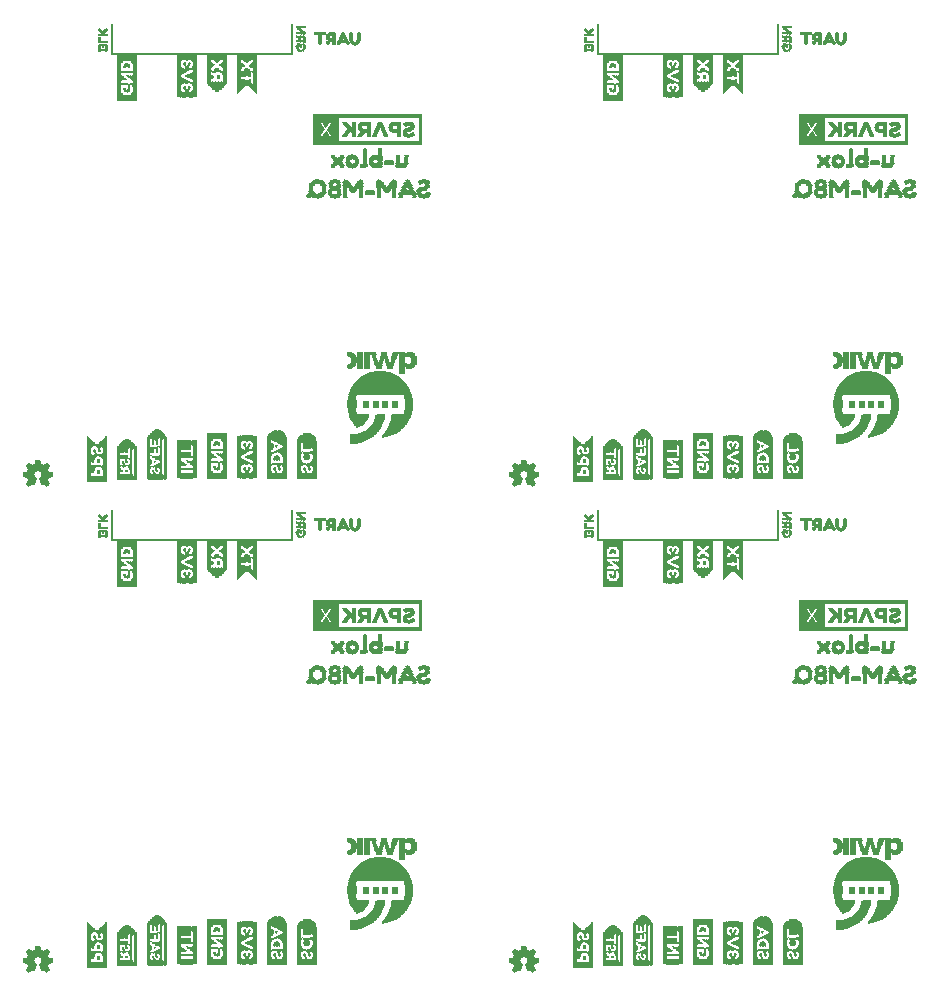
<source format=gbo>
G75*
%MOIN*%
%OFA0B0*%
%FSLAX25Y25*%
%IPPOS*%
%LPD*%
%AMOC8*
5,1,8,0,0,1.08239X$1,22.5*
%
%ADD10C,0.00700*%
%ADD11C,0.00299*%
%ADD12R,0.00157X0.13858*%
%ADD13R,0.00157X0.14331*%
%ADD14R,0.00157X0.14646*%
%ADD15R,0.00157X0.14961*%
%ADD16R,0.00157X0.15118*%
%ADD17R,0.00157X0.15276*%
%ADD18R,0.00157X0.15433*%
%ADD19R,0.00157X0.02835*%
%ADD20R,0.00157X0.11969*%
%ADD21R,0.00157X0.02520*%
%ADD22R,0.00157X0.01102*%
%ADD23R,0.00157X0.03150*%
%ADD24R,0.00157X0.04567*%
%ADD25R,0.00157X0.02205*%
%ADD26R,0.00157X0.00787*%
%ADD27R,0.00157X0.02677*%
%ADD28R,0.00157X0.04409*%
%ADD29R,0.00157X0.02047*%
%ADD30R,0.00157X0.00630*%
%ADD31R,0.00157X0.01890*%
%ADD32R,0.00157X0.01732*%
%ADD33R,0.00157X0.01575*%
%ADD34R,0.00157X0.00945*%
%ADD35R,0.00157X0.02362*%
%ADD36R,0.00157X0.01260*%
%ADD37R,0.00157X0.01417*%
%ADD38R,0.00157X0.04252*%
%ADD39R,0.00157X0.00315*%
%ADD40R,0.00157X0.04094*%
%ADD41R,0.00157X0.00472*%
%ADD42R,0.00157X0.03937*%
%ADD43R,0.00157X0.03307*%
%ADD44R,0.00157X0.03780*%
%ADD45R,0.00157X0.03465*%
%ADD46R,0.00157X0.02992*%
%ADD47R,0.00157X0.12913*%
%ADD48R,0.00157X0.13386*%
%ADD49R,0.00157X0.13701*%
%ADD50R,0.00157X0.14016*%
%ADD51R,0.00157X0.14173*%
%ADD52R,0.00157X0.14488*%
%ADD53R,0.00157X0.07087*%
%ADD54R,0.00157X0.04882*%
%ADD55R,0.00157X0.05039*%
%ADD56R,0.00157X0.05197*%
%ADD57R,0.00157X0.03622*%
%ADD58R,0.00157X0.00157*%
%ADD59R,0.00157X0.11024*%
%ADD60R,0.00157X0.12756*%
%ADD61R,0.00157X0.09764*%
%ADD62R,0.00157X0.09921*%
%ADD63R,0.00157X0.10236*%
%ADD64R,0.00157X0.10394*%
%ADD65R,0.00157X0.10551*%
%ADD66R,0.00157X0.10709*%
%ADD67R,0.00157X0.10866*%
%ADD68R,0.00157X0.05669*%
%ADD69R,0.00157X0.13071*%
%ADD70R,0.00157X0.12598*%
%ADD71R,0.00157X0.12441*%
%ADD72R,0.00157X0.12283*%
%ADD73R,0.00157X0.12126*%
%ADD74R,0.00157X0.06614*%
%ADD75R,0.01181X0.00236*%
%ADD76R,0.00945X0.00236*%
%ADD77R,0.01654X0.00236*%
%ADD78R,0.01417X0.00236*%
%ADD79R,0.00472X0.00236*%
%ADD80R,0.02126X0.00236*%
%ADD81R,0.00709X0.00236*%
%ADD82R,0.03543X0.00236*%
%ADD83R,0.02835X0.00236*%
%ADD84R,0.04016X0.00236*%
%ADD85R,0.03307X0.00236*%
%ADD86R,0.03780X0.00236*%
%ADD87R,0.01890X0.00236*%
%ADD88R,0.04252X0.00236*%
%ADD89R,0.04488X0.00236*%
%ADD90R,0.03071X0.00236*%
%ADD91R,0.02598X0.00236*%
%ADD92R,0.02362X0.00236*%
%ADD93R,0.00236X0.00236*%
%ADD94R,0.04961X0.00236*%
%ADD95R,0.05197X0.00236*%
%ADD96R,0.06850X0.00236*%
%ADD97R,0.04724X0.00236*%
%ADD98R,0.05433X0.00236*%
%ADD99R,0.05669X0.00236*%
%ADD100R,0.05906X0.00236*%
%ADD101R,0.06142X0.00236*%
%ADD102C,0.00039*%
%ADD103R,0.00157X0.11181*%
%ADD104R,0.00157X0.11496*%
%ADD105R,0.00157X0.11654*%
%ADD106R,0.00157X0.13228*%
%ADD107R,0.00157X0.11811*%
%ADD108R,0.00157X0.14803*%
%ADD109R,0.00157X0.15906*%
%ADD110R,0.00157X0.16063*%
%ADD111R,0.00157X0.16220*%
%ADD112R,0.00157X0.16378*%
%ADD113R,0.00472X0.00157*%
%ADD114R,0.00315X0.00157*%
%ADD115R,0.01417X0.00157*%
%ADD116R,0.03465X0.00157*%
%ADD117R,0.00787X0.00157*%
%ADD118R,0.00945X0.00157*%
%ADD119R,0.02205X0.00157*%
%ADD120R,0.03937X0.00157*%
%ADD121R,0.01102X0.00157*%
%ADD122R,0.02677X0.00157*%
%ADD123R,0.04094X0.00157*%
%ADD124R,0.02835X0.00157*%
%ADD125R,0.01260X0.00157*%
%ADD126R,0.02992X0.00157*%
%ADD127R,0.03150X0.00157*%
%ADD128R,0.03780X0.00157*%
%ADD129R,0.01575X0.00157*%
%ADD130R,0.01732X0.00157*%
%ADD131R,0.01890X0.00157*%
%ADD132R,0.02047X0.00157*%
%ADD133R,0.02362X0.00157*%
%ADD134R,0.03307X0.00157*%
%ADD135R,0.03622X0.00157*%
%ADD136R,0.02520X0.00157*%
%ADD137R,0.00630X0.00157*%
%ADD138R,0.00118X0.01299*%
%ADD139R,0.00118X0.00118*%
%ADD140R,0.00118X0.00236*%
%ADD141R,0.00118X0.00354*%
%ADD142R,0.00157X0.00709*%
%ADD143R,0.00157X0.00591*%
%ADD144R,0.00118X0.02126*%
%ADD145R,0.00118X0.00827*%
%ADD146R,0.00118X0.00709*%
%ADD147R,0.00118X0.02244*%
%ADD148R,0.00118X0.00945*%
%ADD149R,0.00118X0.02362*%
%ADD150R,0.00118X0.01063*%
%ADD151R,0.00157X0.00827*%
%ADD152R,0.00157X0.01063*%
%ADD153R,0.00118X0.01772*%
%ADD154R,0.00118X0.01181*%
%ADD155R,0.00118X0.01654*%
%ADD156R,0.00118X0.01535*%
%ADD157R,0.00157X0.01299*%
%ADD158R,0.00118X0.01417*%
%ADD159R,0.00157X0.01772*%
%ADD160R,0.00118X0.02480*%
%ADD161R,0.00157X0.02480*%
%ADD162R,0.00157X0.02008*%
%ADD163R,0.00157X0.02126*%
%ADD164R,0.00157X0.02244*%
%ADD165R,0.00118X0.00591*%
%ADD166R,0.00118X0.00472*%
%ADD167R,0.00157X0.01535*%
%ADD168R,0.00118X0.02008*%
%ADD169R,0.00157X0.02598*%
%ADD170R,0.00157X0.01181*%
%ADD171R,0.00157X0.01654*%
%ADD172R,0.01024X0.00079*%
%ADD173R,0.02441X0.00079*%
%ADD174R,0.03701X0.00079*%
%ADD175R,0.04252X0.00079*%
%ADD176R,0.05276X0.00079*%
%ADD177R,0.05906X0.00079*%
%ADD178R,0.06378X0.00079*%
%ADD179R,0.07008X0.00079*%
%ADD180R,0.07323X0.00079*%
%ADD181R,0.07795X0.00079*%
%ADD182R,0.08110X0.00079*%
%ADD183R,0.08425X0.00079*%
%ADD184R,0.08898X0.00079*%
%ADD185R,0.09213X0.00079*%
%ADD186R,0.09685X0.00079*%
%ADD187R,0.09843X0.00079*%
%ADD188R,0.10236X0.00079*%
%ADD189R,0.10472X0.00079*%
%ADD190R,0.10630X0.00079*%
%ADD191R,0.11024X0.00079*%
%ADD192R,0.11260X0.00079*%
%ADD193R,0.11575X0.00079*%
%ADD194R,0.11890X0.00079*%
%ADD195R,0.12047X0.00079*%
%ADD196R,0.12362X0.00079*%
%ADD197R,0.12520X0.00079*%
%ADD198R,0.12677X0.00079*%
%ADD199R,0.12835X0.00079*%
%ADD200R,0.13150X0.00079*%
%ADD201R,0.13465X0.00079*%
%ADD202R,0.13622X0.00079*%
%ADD203R,0.13780X0.00079*%
%ADD204R,0.13937X0.00079*%
%ADD205R,0.14094X0.00079*%
%ADD206R,0.14252X0.00079*%
%ADD207R,0.14409X0.00079*%
%ADD208R,0.14724X0.00079*%
%ADD209R,0.14882X0.00079*%
%ADD210R,0.15039X0.00079*%
%ADD211R,0.15197X0.00079*%
%ADD212R,0.15354X0.00079*%
%ADD213R,0.15512X0.00079*%
%ADD214R,0.15591X0.00079*%
%ADD215R,0.15827X0.00079*%
%ADD216R,0.15984X0.00079*%
%ADD217R,0.16142X0.00079*%
%ADD218R,0.16299X0.00079*%
%ADD219R,0.16378X0.00079*%
%ADD220R,0.16535X0.00079*%
%ADD221R,0.16614X0.00079*%
%ADD222R,0.16772X0.00079*%
%ADD223R,0.16929X0.00079*%
%ADD224R,0.17087X0.00079*%
%ADD225R,0.17244X0.00079*%
%ADD226R,0.17402X0.00079*%
%ADD227R,0.17559X0.00079*%
%ADD228R,0.17638X0.00079*%
%ADD229R,0.17717X0.00079*%
%ADD230R,0.17874X0.00079*%
%ADD231R,0.18031X0.00079*%
%ADD232R,0.18110X0.00079*%
%ADD233R,0.18189X0.00079*%
%ADD234R,0.18346X0.00079*%
%ADD235R,0.18504X0.00079*%
%ADD236R,0.18661X0.00079*%
%ADD237R,0.18819X0.00079*%
%ADD238R,0.18976X0.00079*%
%ADD239R,0.19055X0.00079*%
%ADD240R,0.19134X0.00079*%
%ADD241R,0.19291X0.00079*%
%ADD242R,0.19449X0.00079*%
%ADD243R,0.19606X0.00079*%
%ADD244R,0.19764X0.00079*%
%ADD245R,0.19921X0.00079*%
%ADD246R,0.20000X0.00079*%
%ADD247R,0.20079X0.00079*%
%ADD248R,0.20157X0.00079*%
%ADD249R,0.20236X0.00079*%
%ADD250R,0.20315X0.00079*%
%ADD251R,0.20394X0.00079*%
%ADD252R,0.20472X0.00079*%
%ADD253R,0.20551X0.00079*%
%ADD254R,0.20709X0.00079*%
%ADD255R,0.20787X0.00079*%
%ADD256R,0.20866X0.00079*%
%ADD257R,0.21024X0.00079*%
%ADD258R,0.02677X0.00079*%
%ADD259R,0.02835X0.00079*%
%ADD260R,0.02598X0.00079*%
%ADD261R,0.02520X0.00079*%
%ADD262R,0.02756X0.00079*%
%ADD263R,0.02913X0.00079*%
%ADD264R,0.02992X0.00079*%
%ADD265R,0.03071X0.00079*%
%ADD266R,0.01890X0.00079*%
%ADD267R,0.02047X0.00079*%
%ADD268R,0.02126X0.00079*%
%ADD269R,0.02205X0.00079*%
%ADD270R,0.03150X0.00079*%
%ADD271R,0.01969X0.00079*%
%ADD272R,0.06535X0.00079*%
%ADD273R,0.06929X0.00079*%
%ADD274R,0.06457X0.00079*%
%ADD275R,0.06850X0.00079*%
%ADD276R,0.06693X0.00079*%
%ADD277R,0.06299X0.00079*%
%ADD278R,0.06220X0.00079*%
%ADD279R,0.06142X0.00079*%
%ADD280R,0.06063X0.00079*%
%ADD281R,0.05748X0.00079*%
%ADD282R,0.05669X0.00079*%
%ADD283R,0.05591X0.00079*%
%ADD284R,0.05512X0.00079*%
%ADD285R,0.05354X0.00079*%
%ADD286R,0.05197X0.00079*%
%ADD287R,0.05984X0.00079*%
%ADD288R,0.05118X0.00079*%
%ADD289R,0.03228X0.00079*%
%ADD290R,0.05039X0.00079*%
%ADD291R,0.04882X0.00079*%
%ADD292R,0.04803X0.00079*%
%ADD293R,0.04724X0.00079*%
%ADD294R,0.04646X0.00079*%
%ADD295R,0.04488X0.00079*%
%ADD296R,0.05827X0.00079*%
%ADD297R,0.03307X0.00079*%
%ADD298R,0.04331X0.00079*%
%ADD299R,0.04173X0.00079*%
%ADD300R,0.04094X0.00079*%
%ADD301R,0.03386X0.00079*%
%ADD302R,0.03937X0.00079*%
%ADD303R,0.03780X0.00079*%
%ADD304R,0.03543X0.00079*%
%ADD305R,0.03465X0.00079*%
%ADD306R,0.05433X0.00079*%
%ADD307R,0.02283X0.00079*%
%ADD308R,0.03622X0.00079*%
%ADD309R,0.01575X0.00079*%
%ADD310R,0.01339X0.00079*%
%ADD311R,0.01102X0.00079*%
%ADD312R,0.00945X0.00079*%
%ADD313R,0.00630X0.00079*%
%ADD314R,0.00315X0.00079*%
%ADD315R,0.04961X0.00079*%
%ADD316R,0.03858X0.00079*%
%ADD317R,0.04016X0.00079*%
%ADD318R,0.04567X0.00079*%
%ADD319R,0.04409X0.00079*%
%ADD320R,0.00079X0.00079*%
%ADD321R,0.08189X0.00079*%
%ADD322R,0.08031X0.00079*%
%ADD323R,0.07874X0.00079*%
%ADD324R,0.07717X0.00079*%
%ADD325R,0.01811X0.00079*%
%ADD326R,0.07638X0.00079*%
%ADD327R,0.01496X0.00079*%
%ADD328R,0.07480X0.00079*%
%ADD329R,0.07402X0.00079*%
%ADD330R,0.00709X0.00079*%
%ADD331R,0.07244X0.00079*%
%ADD332R,0.07087X0.00079*%
%ADD333R,0.06772X0.00079*%
%ADD334R,0.06614X0.00079*%
%ADD335R,0.02362X0.00079*%
%ADD336R,0.01654X0.00079*%
%ADD337R,0.01732X0.00079*%
%ADD338R,0.01693X0.00079*%
%ADD339R,0.01890X0.00118*%
%ADD340R,0.01850X0.00118*%
%ADD341R,0.01732X0.00118*%
%ADD342R,0.01693X0.00118*%
%ADD343R,0.01614X0.00118*%
%ADD344R,0.01417X0.00118*%
%ADD345R,0.02323X0.00079*%
%ADD346R,0.01850X0.00079*%
%ADD347R,0.01614X0.00079*%
%ADD348R,0.02638X0.00118*%
%ADD349R,0.01811X0.00118*%
%ADD350R,0.01929X0.00118*%
%ADD351R,0.01929X0.00079*%
%ADD352R,0.02008X0.00079*%
%ADD353R,0.03228X0.00118*%
%ADD354R,0.02126X0.00118*%
%ADD355R,0.05394X0.00118*%
%ADD356R,0.02323X0.00118*%
%ADD357R,0.02441X0.00118*%
%ADD358R,0.05472X0.00079*%
%ADD359R,0.02244X0.00079*%
%ADD360R,0.05591X0.00118*%
%ADD361R,0.02638X0.00079*%
%ADD362R,0.05669X0.00118*%
%ADD363R,0.01654X0.00118*%
%ADD364R,0.02402X0.00118*%
%ADD365R,0.02717X0.00118*%
%ADD366R,0.02717X0.00079*%
%ADD367R,0.02520X0.00118*%
%ADD368R,0.02244X0.00118*%
%ADD369R,0.02047X0.00118*%
%ADD370R,0.02835X0.00118*%
%ADD371R,0.02953X0.00079*%
%ADD372R,0.02953X0.00118*%
%ADD373R,0.01496X0.00118*%
%ADD374R,0.01339X0.00118*%
%ADD375R,0.01417X0.00079*%
%ADD376R,0.01535X0.00079*%
%ADD377R,0.01535X0.00118*%
%ADD378R,0.01299X0.00079*%
%ADD379R,0.02913X0.00118*%
%ADD380R,0.02795X0.00079*%
%ADD381R,0.02559X0.00079*%
%ADD382R,0.05472X0.00118*%
%ADD383R,0.02402X0.00079*%
%ADD384R,0.02205X0.00118*%
%ADD385R,0.05157X0.00118*%
%ADD386R,0.03031X0.00079*%
%ADD387R,0.02008X0.00118*%
%ADD388R,0.01299X0.00118*%
%ADD389R,0.01220X0.00079*%
%ADD390R,0.00906X0.00079*%
D10*
X0078750Y0178750D02*
X0138750Y0178750D01*
X0138750Y0188750D01*
X0078750Y0188750D02*
X0078750Y0178750D01*
X0240750Y0178750D02*
X0300750Y0178750D01*
X0300750Y0188750D01*
X0240750Y0188750D02*
X0240750Y0178750D01*
X0240750Y0340750D02*
X0300750Y0340750D01*
X0300750Y0350750D01*
X0240750Y0350750D02*
X0240750Y0340750D01*
X0138750Y0340750D02*
X0078750Y0340750D01*
X0078750Y0350750D01*
X0138750Y0350750D02*
X0138750Y0340750D01*
D11*
X0050693Y0036850D02*
X0049866Y0035748D01*
X0050771Y0034842D01*
X0051913Y0035629D01*
X0051952Y0035629D01*
X0052031Y0035551D01*
X0052070Y0035551D01*
X0052110Y0035511D01*
X0052189Y0035511D01*
X0052228Y0035472D01*
X0052267Y0035472D01*
X0052307Y0035433D01*
X0052346Y0035433D01*
X0052385Y0035393D01*
X0052464Y0035393D01*
X0052464Y0035354D01*
X0053252Y0037480D01*
X0053015Y0037598D01*
X0052937Y0037677D01*
X0052858Y0037716D01*
X0052700Y0037873D01*
X0052661Y0037952D01*
X0052582Y0038031D01*
X0052543Y0038110D01*
X0052504Y0038228D01*
X0052464Y0038307D01*
X0052464Y0038385D01*
X0052425Y0038503D01*
X0052425Y0038858D01*
X0052464Y0038976D01*
X0052464Y0039094D01*
X0052543Y0039212D01*
X0052582Y0039330D01*
X0052740Y0039566D01*
X0052897Y0039724D01*
X0053133Y0039881D01*
X0053252Y0039921D01*
X0053370Y0039999D01*
X0053488Y0039999D01*
X0053606Y0040039D01*
X0053881Y0040039D01*
X0054039Y0039999D01*
X0054157Y0039999D01*
X0054275Y0039921D01*
X0054393Y0039881D01*
X0054511Y0039803D01*
X0054590Y0039724D01*
X0054708Y0039645D01*
X0054787Y0039566D01*
X0054944Y0039330D01*
X0055102Y0038858D01*
X0055102Y0038622D01*
X0055063Y0038503D01*
X0055063Y0038385D01*
X0054984Y0038228D01*
X0054944Y0038110D01*
X0054866Y0037952D01*
X0054787Y0037873D01*
X0054748Y0037795D01*
X0054669Y0037716D01*
X0054590Y0037677D01*
X0054511Y0037598D01*
X0054354Y0037519D01*
X0054236Y0037480D01*
X0055023Y0035354D01*
X0055063Y0035393D01*
X0055141Y0035393D01*
X0055181Y0035433D01*
X0055220Y0035433D01*
X0055259Y0035472D01*
X0055299Y0035472D01*
X0055338Y0035511D01*
X0055378Y0035511D01*
X0055417Y0035551D01*
X0055456Y0035551D01*
X0055496Y0035590D01*
X0055535Y0035590D01*
X0055574Y0035629D01*
X0055614Y0035629D01*
X0056756Y0034842D01*
X0057622Y0035748D01*
X0056834Y0036850D01*
X0056874Y0036929D01*
X0056874Y0036968D01*
X0056913Y0037047D01*
X0056952Y0037086D01*
X0056992Y0037165D01*
X0057031Y0037204D01*
X0057031Y0037283D01*
X0057070Y0037322D01*
X0057070Y0037401D01*
X0057110Y0037480D01*
X0057149Y0037519D01*
X0057149Y0037598D01*
X0057189Y0037637D01*
X0057189Y0037716D01*
X0057228Y0037795D01*
X0057228Y0037834D01*
X0058606Y0038070D01*
X0058606Y0039330D01*
X0057228Y0039566D01*
X0057228Y0039645D01*
X0057189Y0039724D01*
X0057189Y0039763D01*
X0057149Y0039842D01*
X0057149Y0039881D01*
X0057070Y0040039D01*
X0057070Y0040078D01*
X0057031Y0040157D01*
X0056992Y0040196D01*
X0056992Y0040275D01*
X0056952Y0040314D01*
X0056913Y0040393D01*
X0056874Y0040433D01*
X0056874Y0040511D01*
X0056834Y0040551D01*
X0057622Y0041692D01*
X0056756Y0042559D01*
X0055614Y0041771D01*
X0055535Y0041811D01*
X0055496Y0041850D01*
X0052031Y0041850D01*
X0052070Y0041850D01*
X0052149Y0041889D01*
X0052189Y0041929D01*
X0052267Y0041968D01*
X0052307Y0041968D01*
X0052385Y0042007D01*
X0052425Y0042047D01*
X0052504Y0042047D01*
X0052582Y0042086D01*
X0052622Y0042086D01*
X0052700Y0042125D01*
X0052740Y0042125D01*
X0052819Y0042165D01*
X0052897Y0042165D01*
X0053133Y0043543D01*
X0054393Y0043543D01*
X0054630Y0042165D01*
X0054669Y0042165D01*
X0054748Y0042125D01*
X0054826Y0042125D01*
X0054866Y0042086D01*
X0054944Y0042086D01*
X0055023Y0042047D01*
X0055063Y0042047D01*
X0055141Y0042007D01*
X0055181Y0041968D01*
X0055259Y0041968D01*
X0055299Y0041929D01*
X0055378Y0041889D01*
X0055417Y0041850D01*
X0055496Y0041850D01*
X0055728Y0041850D02*
X0057464Y0041850D01*
X0057525Y0041552D02*
X0049967Y0041552D01*
X0049866Y0041692D02*
X0050693Y0040551D01*
X0050653Y0040511D01*
X0050614Y0040433D01*
X0050574Y0040393D01*
X0050574Y0040314D01*
X0050535Y0040275D01*
X0050496Y0040196D01*
X0050456Y0040157D01*
X0050456Y0040078D01*
X0050417Y0040039D01*
X0050417Y0039960D01*
X0050378Y0039881D01*
X0050338Y0039842D01*
X0050338Y0039763D01*
X0050299Y0039724D01*
X0050299Y0039566D01*
X0048881Y0039330D01*
X0048881Y0038070D01*
X0050259Y0037834D01*
X0050299Y0037795D01*
X0050299Y0037716D01*
X0050338Y0037637D01*
X0050338Y0037598D01*
X0050378Y0037519D01*
X0050378Y0037480D01*
X0050456Y0037322D01*
X0050456Y0037283D01*
X0050496Y0037204D01*
X0050535Y0037165D01*
X0050574Y0037086D01*
X0050574Y0037047D01*
X0050614Y0036968D01*
X0050653Y0036929D01*
X0050693Y0036850D01*
X0050647Y0036789D02*
X0052996Y0036789D01*
X0053106Y0037086D02*
X0050574Y0037086D01*
X0050425Y0037384D02*
X0053216Y0037384D01*
X0052926Y0037682D02*
X0050316Y0037682D01*
X0049412Y0037979D02*
X0052634Y0037979D01*
X0052479Y0038277D02*
X0048881Y0038277D01*
X0048881Y0038575D02*
X0052425Y0038575D01*
X0052430Y0038873D02*
X0048881Y0038873D01*
X0048881Y0039170D02*
X0052515Y0039170D01*
X0052674Y0039468D02*
X0049709Y0039468D01*
X0050338Y0039766D02*
X0052960Y0039766D01*
X0054548Y0039766D02*
X0057187Y0039766D01*
X0057070Y0040064D02*
X0050442Y0040064D01*
X0050574Y0040361D02*
X0056929Y0040361D01*
X0056909Y0040659D02*
X0050614Y0040659D01*
X0050399Y0040957D02*
X0057114Y0040957D01*
X0057320Y0041254D02*
X0050183Y0041254D01*
X0049866Y0041692D02*
X0050771Y0042559D01*
X0051913Y0041771D01*
X0051952Y0041811D01*
X0052031Y0041850D01*
X0051799Y0041850D02*
X0050030Y0041850D01*
X0050342Y0042148D02*
X0051367Y0042148D01*
X0050935Y0042445D02*
X0050653Y0042445D01*
X0052784Y0042148D02*
X0054703Y0042148D01*
X0054581Y0042445D02*
X0052945Y0042445D01*
X0052996Y0042743D02*
X0054530Y0042743D01*
X0054479Y0043041D02*
X0053047Y0043041D01*
X0053098Y0043338D02*
X0054428Y0043338D01*
X0056160Y0042148D02*
X0057166Y0042148D01*
X0056869Y0042445D02*
X0056591Y0042445D01*
X0057802Y0039468D02*
X0054853Y0039468D01*
X0054998Y0039170D02*
X0058606Y0039170D01*
X0058606Y0038873D02*
X0055097Y0038873D01*
X0055086Y0038575D02*
X0058606Y0038575D01*
X0058606Y0038277D02*
X0055009Y0038277D01*
X0054879Y0037979D02*
X0058076Y0037979D01*
X0057189Y0037682D02*
X0054600Y0037682D01*
X0054271Y0037384D02*
X0057070Y0037384D01*
X0056952Y0037086D02*
X0054382Y0037086D01*
X0054492Y0036789D02*
X0056878Y0036789D01*
X0057091Y0036491D02*
X0054602Y0036491D01*
X0054712Y0036193D02*
X0057303Y0036193D01*
X0057516Y0035895D02*
X0054823Y0035895D01*
X0054933Y0035598D02*
X0055543Y0035598D01*
X0055660Y0035598D02*
X0057478Y0035598D01*
X0057194Y0035300D02*
X0056092Y0035300D01*
X0056523Y0035002D02*
X0056909Y0035002D01*
X0052885Y0036491D02*
X0050423Y0036491D01*
X0050200Y0036193D02*
X0052775Y0036193D01*
X0052665Y0035895D02*
X0049977Y0035895D01*
X0050016Y0035598D02*
X0051867Y0035598D01*
X0051984Y0035598D02*
X0052554Y0035598D01*
X0051435Y0035300D02*
X0050313Y0035300D01*
X0050611Y0035002D02*
X0051004Y0035002D01*
X0210881Y0038070D02*
X0212259Y0037834D01*
X0212299Y0037795D01*
X0212299Y0037716D01*
X0212338Y0037637D01*
X0212338Y0037598D01*
X0212378Y0037519D01*
X0212378Y0037480D01*
X0212456Y0037322D01*
X0212456Y0037283D01*
X0212496Y0037204D01*
X0212535Y0037165D01*
X0212574Y0037086D01*
X0212574Y0037047D01*
X0212614Y0036968D01*
X0212653Y0036929D01*
X0212693Y0036850D01*
X0211866Y0035748D01*
X0212771Y0034842D01*
X0213913Y0035629D01*
X0213952Y0035629D01*
X0214031Y0035551D01*
X0214070Y0035551D01*
X0214110Y0035511D01*
X0214189Y0035511D01*
X0214228Y0035472D01*
X0214267Y0035472D01*
X0214307Y0035433D01*
X0214346Y0035433D01*
X0214385Y0035393D01*
X0214464Y0035393D01*
X0214464Y0035354D01*
X0215252Y0037480D01*
X0215015Y0037598D01*
X0214937Y0037677D01*
X0214858Y0037716D01*
X0214700Y0037873D01*
X0214661Y0037952D01*
X0214582Y0038031D01*
X0214543Y0038110D01*
X0214504Y0038228D01*
X0214464Y0038307D01*
X0214464Y0038385D01*
X0214425Y0038503D01*
X0214425Y0038858D01*
X0214464Y0038976D01*
X0214464Y0039094D01*
X0214543Y0039212D01*
X0214582Y0039330D01*
X0214740Y0039566D01*
X0214897Y0039724D01*
X0215133Y0039881D01*
X0215252Y0039921D01*
X0215370Y0039999D01*
X0215488Y0039999D01*
X0215606Y0040039D01*
X0215881Y0040039D01*
X0216039Y0039999D01*
X0216157Y0039999D01*
X0216275Y0039921D01*
X0216393Y0039881D01*
X0216511Y0039803D01*
X0216590Y0039724D01*
X0216708Y0039645D01*
X0216787Y0039566D01*
X0216944Y0039330D01*
X0217102Y0038858D01*
X0217102Y0038622D01*
X0217063Y0038503D01*
X0217063Y0038385D01*
X0216984Y0038228D01*
X0216944Y0038110D01*
X0216866Y0037952D01*
X0216787Y0037873D01*
X0216748Y0037795D01*
X0216669Y0037716D01*
X0216590Y0037677D01*
X0216511Y0037598D01*
X0216354Y0037519D01*
X0216236Y0037480D01*
X0217023Y0035354D01*
X0217063Y0035393D01*
X0217141Y0035393D01*
X0217181Y0035433D01*
X0217220Y0035433D01*
X0217259Y0035472D01*
X0217299Y0035472D01*
X0217338Y0035511D01*
X0217378Y0035511D01*
X0217417Y0035551D01*
X0217456Y0035551D01*
X0217496Y0035590D01*
X0217535Y0035590D01*
X0217574Y0035629D01*
X0217614Y0035629D01*
X0218756Y0034842D01*
X0219622Y0035748D01*
X0218834Y0036850D01*
X0218874Y0036929D01*
X0218874Y0036968D01*
X0218913Y0037047D01*
X0218952Y0037086D01*
X0218992Y0037165D01*
X0219031Y0037204D01*
X0219031Y0037283D01*
X0219070Y0037322D01*
X0219070Y0037401D01*
X0219110Y0037480D01*
X0219149Y0037519D01*
X0219149Y0037598D01*
X0219189Y0037637D01*
X0219189Y0037716D01*
X0219228Y0037795D01*
X0219228Y0037834D01*
X0220606Y0038070D01*
X0220606Y0039330D01*
X0219228Y0039566D01*
X0219228Y0039645D01*
X0219189Y0039724D01*
X0219189Y0039763D01*
X0219149Y0039842D01*
X0219149Y0039881D01*
X0219070Y0040039D01*
X0219070Y0040078D01*
X0219031Y0040157D01*
X0218992Y0040196D01*
X0218992Y0040275D01*
X0218952Y0040314D01*
X0218913Y0040393D01*
X0218874Y0040433D01*
X0218874Y0040511D01*
X0218834Y0040551D01*
X0219622Y0041692D01*
X0218756Y0042559D01*
X0217614Y0041771D01*
X0217535Y0041811D01*
X0217496Y0041850D01*
X0214031Y0041850D01*
X0214070Y0041850D01*
X0214149Y0041889D01*
X0214189Y0041929D01*
X0214267Y0041968D01*
X0214307Y0041968D01*
X0214385Y0042007D01*
X0214425Y0042047D01*
X0214504Y0042047D01*
X0214582Y0042086D01*
X0214622Y0042086D01*
X0214700Y0042125D01*
X0214740Y0042125D01*
X0214819Y0042165D01*
X0214897Y0042165D01*
X0215133Y0043543D01*
X0216393Y0043543D01*
X0216630Y0042165D01*
X0216669Y0042165D01*
X0216748Y0042125D01*
X0216826Y0042125D01*
X0216866Y0042086D01*
X0216944Y0042086D01*
X0217023Y0042047D01*
X0217063Y0042047D01*
X0217141Y0042007D01*
X0217181Y0041968D01*
X0217259Y0041968D01*
X0217299Y0041929D01*
X0217378Y0041889D01*
X0217417Y0041850D01*
X0217496Y0041850D01*
X0217728Y0041850D02*
X0219464Y0041850D01*
X0219525Y0041552D02*
X0211967Y0041552D01*
X0211866Y0041692D02*
X0212771Y0042559D01*
X0213913Y0041771D01*
X0213952Y0041811D01*
X0214031Y0041850D01*
X0213799Y0041850D02*
X0212030Y0041850D01*
X0211866Y0041692D02*
X0212693Y0040551D01*
X0212653Y0040511D01*
X0212614Y0040433D01*
X0212574Y0040393D01*
X0212574Y0040314D01*
X0212535Y0040275D01*
X0212496Y0040196D01*
X0212456Y0040157D01*
X0212456Y0040078D01*
X0212417Y0040039D01*
X0212417Y0039960D01*
X0212378Y0039881D01*
X0212338Y0039842D01*
X0212338Y0039763D01*
X0212299Y0039724D01*
X0212299Y0039566D01*
X0210881Y0039330D01*
X0210881Y0038070D01*
X0210881Y0038277D02*
X0214479Y0038277D01*
X0214425Y0038575D02*
X0210881Y0038575D01*
X0210881Y0038873D02*
X0214430Y0038873D01*
X0214515Y0039170D02*
X0210881Y0039170D01*
X0211709Y0039468D02*
X0214674Y0039468D01*
X0214960Y0039766D02*
X0212338Y0039766D01*
X0212442Y0040064D02*
X0219070Y0040064D01*
X0219187Y0039766D02*
X0216548Y0039766D01*
X0216853Y0039468D02*
X0219802Y0039468D01*
X0220606Y0039170D02*
X0216998Y0039170D01*
X0217097Y0038873D02*
X0220606Y0038873D01*
X0220606Y0038575D02*
X0217086Y0038575D01*
X0217009Y0038277D02*
X0220606Y0038277D01*
X0220076Y0037979D02*
X0216879Y0037979D01*
X0216600Y0037682D02*
X0219189Y0037682D01*
X0219070Y0037384D02*
X0216271Y0037384D01*
X0216382Y0037086D02*
X0218952Y0037086D01*
X0218878Y0036789D02*
X0216492Y0036789D01*
X0216602Y0036491D02*
X0219091Y0036491D01*
X0219303Y0036193D02*
X0216712Y0036193D01*
X0216823Y0035895D02*
X0219516Y0035895D01*
X0219478Y0035598D02*
X0217660Y0035598D01*
X0217543Y0035598D02*
X0216933Y0035598D01*
X0218092Y0035300D02*
X0219194Y0035300D01*
X0218909Y0035002D02*
X0218523Y0035002D01*
X0214885Y0036491D02*
X0212423Y0036491D01*
X0212647Y0036789D02*
X0214996Y0036789D01*
X0215106Y0037086D02*
X0212574Y0037086D01*
X0212425Y0037384D02*
X0215216Y0037384D01*
X0214926Y0037682D02*
X0212316Y0037682D01*
X0211412Y0037979D02*
X0214634Y0037979D01*
X0214775Y0036193D02*
X0212200Y0036193D01*
X0211977Y0035895D02*
X0214665Y0035895D01*
X0214554Y0035598D02*
X0213984Y0035598D01*
X0213867Y0035598D02*
X0212016Y0035598D01*
X0212313Y0035300D02*
X0213435Y0035300D01*
X0213004Y0035002D02*
X0212611Y0035002D01*
X0212574Y0040361D02*
X0218929Y0040361D01*
X0218909Y0040659D02*
X0212614Y0040659D01*
X0212399Y0040957D02*
X0219114Y0040957D01*
X0219320Y0041254D02*
X0212183Y0041254D01*
X0212342Y0042148D02*
X0213367Y0042148D01*
X0212935Y0042445D02*
X0212653Y0042445D01*
X0214784Y0042148D02*
X0216703Y0042148D01*
X0216581Y0042445D02*
X0214945Y0042445D01*
X0214996Y0042743D02*
X0216530Y0042743D01*
X0216479Y0043041D02*
X0215047Y0043041D01*
X0215098Y0043338D02*
X0216428Y0043338D01*
X0218160Y0042148D02*
X0219166Y0042148D01*
X0218869Y0042445D02*
X0218591Y0042445D01*
X0218756Y0196842D02*
X0217614Y0197629D01*
X0217574Y0197629D01*
X0217535Y0197590D01*
X0217496Y0197590D01*
X0217456Y0197551D01*
X0217417Y0197551D01*
X0217378Y0197511D01*
X0217338Y0197511D01*
X0217299Y0197472D01*
X0217259Y0197472D01*
X0217220Y0197433D01*
X0217181Y0197433D01*
X0217141Y0197393D01*
X0217063Y0197393D01*
X0217023Y0197354D01*
X0216236Y0199480D01*
X0216354Y0199519D01*
X0216511Y0199598D01*
X0216590Y0199677D01*
X0216669Y0199716D01*
X0216748Y0199795D01*
X0216787Y0199873D01*
X0216866Y0199952D01*
X0216944Y0200110D01*
X0216984Y0200228D01*
X0217063Y0200385D01*
X0217063Y0200503D01*
X0217102Y0200622D01*
X0217102Y0200858D01*
X0216944Y0201330D01*
X0216787Y0201566D01*
X0216708Y0201645D01*
X0216590Y0201724D01*
X0216511Y0201803D01*
X0216393Y0201881D01*
X0216275Y0201921D01*
X0216157Y0201999D01*
X0216039Y0201999D01*
X0215881Y0202039D01*
X0215606Y0202039D01*
X0215488Y0201999D01*
X0215370Y0201999D01*
X0215252Y0201921D01*
X0215133Y0201881D01*
X0214897Y0201724D01*
X0214740Y0201566D01*
X0214582Y0201330D01*
X0214543Y0201212D01*
X0214464Y0201094D01*
X0214464Y0200976D01*
X0214425Y0200858D01*
X0214425Y0200503D01*
X0214464Y0200385D01*
X0214464Y0200307D01*
X0214504Y0200228D01*
X0214543Y0200110D01*
X0214582Y0200031D01*
X0214661Y0199952D01*
X0214700Y0199873D01*
X0214858Y0199716D01*
X0214937Y0199677D01*
X0215015Y0199598D01*
X0215252Y0199480D01*
X0214464Y0197354D01*
X0214464Y0197393D01*
X0214385Y0197393D01*
X0214346Y0197433D01*
X0214307Y0197433D01*
X0214267Y0197472D01*
X0214228Y0197472D01*
X0214189Y0197511D01*
X0214110Y0197511D01*
X0214070Y0197551D01*
X0214031Y0197551D01*
X0213952Y0197629D01*
X0213913Y0197629D01*
X0212771Y0196842D01*
X0211866Y0197748D01*
X0212693Y0198850D01*
X0212653Y0198929D01*
X0212614Y0198968D01*
X0212574Y0199047D01*
X0212574Y0199086D01*
X0212535Y0199165D01*
X0212496Y0199204D01*
X0212456Y0199283D01*
X0212456Y0199322D01*
X0212378Y0199480D01*
X0212378Y0199519D01*
X0212338Y0199598D01*
X0212338Y0199637D01*
X0212299Y0199716D01*
X0212299Y0199795D01*
X0212259Y0199834D01*
X0210881Y0200070D01*
X0210881Y0201330D01*
X0212299Y0201566D01*
X0212299Y0201724D01*
X0212338Y0201763D01*
X0212338Y0201842D01*
X0212378Y0201881D01*
X0212417Y0201960D01*
X0212417Y0202039D01*
X0212456Y0202078D01*
X0212456Y0202157D01*
X0212496Y0202196D01*
X0212535Y0202275D01*
X0212574Y0202314D01*
X0212574Y0202393D01*
X0212614Y0202433D01*
X0212653Y0202511D01*
X0212693Y0202551D01*
X0211866Y0203692D01*
X0212771Y0204559D01*
X0213913Y0203771D01*
X0213952Y0203811D01*
X0214031Y0203850D01*
X0214070Y0203850D01*
X0214149Y0203889D01*
X0214189Y0203929D01*
X0214267Y0203968D01*
X0214307Y0203968D01*
X0214385Y0204007D01*
X0214425Y0204047D01*
X0214504Y0204047D01*
X0214582Y0204086D01*
X0214622Y0204086D01*
X0214700Y0204125D01*
X0214740Y0204125D01*
X0214819Y0204165D01*
X0214897Y0204165D01*
X0215133Y0205543D01*
X0216393Y0205543D01*
X0216630Y0204165D01*
X0216669Y0204165D01*
X0216748Y0204125D01*
X0216826Y0204125D01*
X0216866Y0204086D01*
X0216944Y0204086D01*
X0217023Y0204047D01*
X0217063Y0204047D01*
X0217141Y0204007D01*
X0217181Y0203968D01*
X0217259Y0203968D01*
X0217299Y0203929D01*
X0217378Y0203889D01*
X0217417Y0203850D01*
X0217496Y0203850D01*
X0217535Y0203811D01*
X0217614Y0203771D01*
X0218756Y0204559D01*
X0219622Y0203692D01*
X0218834Y0202551D01*
X0218874Y0202511D01*
X0218874Y0202433D01*
X0218913Y0202393D01*
X0218952Y0202314D01*
X0218992Y0202275D01*
X0218992Y0202196D01*
X0219031Y0202157D01*
X0219070Y0202078D01*
X0219070Y0202039D01*
X0219149Y0201881D01*
X0219149Y0201842D01*
X0219189Y0201763D01*
X0219189Y0201724D01*
X0219228Y0201645D01*
X0219228Y0201566D01*
X0220606Y0201330D01*
X0220606Y0200070D01*
X0219228Y0199834D01*
X0219228Y0199795D01*
X0219189Y0199716D01*
X0219189Y0199637D01*
X0219149Y0199598D01*
X0219149Y0199519D01*
X0219110Y0199480D01*
X0219070Y0199401D01*
X0219070Y0199322D01*
X0219031Y0199283D01*
X0219031Y0199204D01*
X0218992Y0199165D01*
X0218952Y0199086D01*
X0218913Y0199047D01*
X0218874Y0198968D01*
X0218874Y0198929D01*
X0218834Y0198850D01*
X0219622Y0197748D01*
X0218756Y0196842D01*
X0218872Y0196964D02*
X0218579Y0196964D01*
X0218147Y0197262D02*
X0219157Y0197262D01*
X0219442Y0197559D02*
X0217715Y0197559D01*
X0217465Y0197559D02*
X0216947Y0197559D01*
X0216837Y0197857D02*
X0219543Y0197857D01*
X0219331Y0198155D02*
X0216727Y0198155D01*
X0216616Y0198453D02*
X0219118Y0198453D01*
X0218905Y0198750D02*
X0216506Y0198750D01*
X0216396Y0199048D02*
X0218914Y0199048D01*
X0219070Y0199346D02*
X0216285Y0199346D01*
X0216557Y0199644D02*
X0219189Y0199644D01*
X0219853Y0199941D02*
X0216855Y0199941D01*
X0216989Y0200239D02*
X0220606Y0200239D01*
X0220606Y0200537D02*
X0217074Y0200537D01*
X0217102Y0200834D02*
X0220606Y0200834D01*
X0220606Y0201132D02*
X0217011Y0201132D01*
X0216878Y0201430D02*
X0220024Y0201430D01*
X0219189Y0201728D02*
X0216586Y0201728D01*
X0215936Y0202025D02*
X0219077Y0202025D01*
X0218948Y0202323D02*
X0212574Y0202323D01*
X0212642Y0202621D02*
X0218883Y0202621D01*
X0219088Y0202918D02*
X0212426Y0202918D01*
X0212211Y0203216D02*
X0219293Y0203216D01*
X0219499Y0203514D02*
X0211995Y0203514D01*
X0211990Y0203812D02*
X0213854Y0203812D01*
X0213955Y0203812D02*
X0217534Y0203812D01*
X0217673Y0203812D02*
X0219502Y0203812D01*
X0219205Y0204109D02*
X0218104Y0204109D01*
X0218536Y0204407D02*
X0218907Y0204407D01*
X0216842Y0204109D02*
X0214668Y0204109D01*
X0214939Y0204407D02*
X0216588Y0204407D01*
X0216537Y0204705D02*
X0214990Y0204705D01*
X0215041Y0205003D02*
X0216486Y0205003D01*
X0216435Y0205300D02*
X0215092Y0205300D01*
X0213423Y0204109D02*
X0212302Y0204109D01*
X0212613Y0204407D02*
X0212991Y0204407D01*
X0212417Y0202025D02*
X0215565Y0202025D01*
X0214903Y0201728D02*
X0212303Y0201728D01*
X0211480Y0201430D02*
X0214649Y0201430D01*
X0214490Y0201132D02*
X0210881Y0201132D01*
X0210881Y0200834D02*
X0214425Y0200834D01*
X0214425Y0200537D02*
X0210881Y0200537D01*
X0210881Y0200239D02*
X0214498Y0200239D01*
X0214667Y0199941D02*
X0211635Y0199941D01*
X0212335Y0199644D02*
X0214970Y0199644D01*
X0215202Y0199346D02*
X0212445Y0199346D01*
X0212574Y0199048D02*
X0215092Y0199048D01*
X0214981Y0198750D02*
X0212618Y0198750D01*
X0212395Y0198453D02*
X0214871Y0198453D01*
X0214761Y0198155D02*
X0212171Y0198155D01*
X0211948Y0197857D02*
X0214651Y0197857D01*
X0214540Y0197559D02*
X0214022Y0197559D01*
X0213812Y0197559D02*
X0212054Y0197559D01*
X0212352Y0197262D02*
X0213380Y0197262D01*
X0212948Y0196964D02*
X0212649Y0196964D01*
X0058606Y0200070D02*
X0057228Y0199834D01*
X0057228Y0199795D01*
X0057189Y0199716D01*
X0057189Y0199637D01*
X0057149Y0199598D01*
X0057149Y0199519D01*
X0057110Y0199480D01*
X0057070Y0199401D01*
X0057070Y0199322D01*
X0057031Y0199283D01*
X0057031Y0199204D01*
X0056992Y0199165D01*
X0056952Y0199086D01*
X0056913Y0199047D01*
X0056874Y0198968D01*
X0056874Y0198929D01*
X0056834Y0198850D01*
X0057622Y0197748D01*
X0056756Y0196842D01*
X0055614Y0197629D01*
X0055574Y0197629D01*
X0055535Y0197590D01*
X0055496Y0197590D01*
X0055456Y0197551D01*
X0055417Y0197551D01*
X0055378Y0197511D01*
X0055338Y0197511D01*
X0055299Y0197472D01*
X0055259Y0197472D01*
X0055220Y0197433D01*
X0055181Y0197433D01*
X0055141Y0197393D01*
X0055063Y0197393D01*
X0055023Y0197354D01*
X0054236Y0199480D01*
X0054354Y0199519D01*
X0054511Y0199598D01*
X0054590Y0199677D01*
X0054669Y0199716D01*
X0054748Y0199795D01*
X0054787Y0199873D01*
X0054866Y0199952D01*
X0054944Y0200110D01*
X0054984Y0200228D01*
X0055063Y0200385D01*
X0055063Y0200503D01*
X0055102Y0200622D01*
X0055102Y0200858D01*
X0054944Y0201330D01*
X0054787Y0201566D01*
X0054708Y0201645D01*
X0054590Y0201724D01*
X0054511Y0201803D01*
X0054393Y0201881D01*
X0054275Y0201921D01*
X0054157Y0201999D01*
X0054039Y0201999D01*
X0053881Y0202039D01*
X0053606Y0202039D01*
X0053488Y0201999D01*
X0053370Y0201999D01*
X0053252Y0201921D01*
X0053133Y0201881D01*
X0052897Y0201724D01*
X0052740Y0201566D01*
X0052582Y0201330D01*
X0052543Y0201212D01*
X0052464Y0201094D01*
X0052464Y0200976D01*
X0052425Y0200858D01*
X0052425Y0200503D01*
X0052464Y0200385D01*
X0052464Y0200307D01*
X0052504Y0200228D01*
X0052543Y0200110D01*
X0052582Y0200031D01*
X0052661Y0199952D01*
X0052700Y0199873D01*
X0052858Y0199716D01*
X0052937Y0199677D01*
X0053015Y0199598D01*
X0053252Y0199480D01*
X0052464Y0197354D01*
X0052464Y0197393D01*
X0052385Y0197393D01*
X0052346Y0197433D01*
X0052307Y0197433D01*
X0052267Y0197472D01*
X0052228Y0197472D01*
X0052189Y0197511D01*
X0052110Y0197511D01*
X0052070Y0197551D01*
X0052031Y0197551D01*
X0051952Y0197629D01*
X0051913Y0197629D01*
X0050771Y0196842D01*
X0049866Y0197748D01*
X0050693Y0198850D01*
X0050653Y0198929D01*
X0050614Y0198968D01*
X0050574Y0199047D01*
X0050574Y0199086D01*
X0050535Y0199165D01*
X0050496Y0199204D01*
X0050456Y0199283D01*
X0050456Y0199322D01*
X0050378Y0199480D01*
X0050378Y0199519D01*
X0050338Y0199598D01*
X0050338Y0199637D01*
X0050299Y0199716D01*
X0050299Y0199795D01*
X0050259Y0199834D01*
X0048881Y0200070D01*
X0048881Y0201330D01*
X0050299Y0201566D01*
X0050299Y0201724D01*
X0050338Y0201763D01*
X0050338Y0201842D01*
X0050378Y0201881D01*
X0050417Y0201960D01*
X0050417Y0202039D01*
X0050456Y0202078D01*
X0050456Y0202157D01*
X0050496Y0202196D01*
X0050535Y0202275D01*
X0050574Y0202314D01*
X0050574Y0202393D01*
X0050614Y0202433D01*
X0050653Y0202511D01*
X0050693Y0202551D01*
X0049866Y0203692D01*
X0050771Y0204559D01*
X0051913Y0203771D01*
X0051952Y0203811D01*
X0052031Y0203850D01*
X0052070Y0203850D01*
X0052149Y0203889D01*
X0052189Y0203929D01*
X0052267Y0203968D01*
X0052307Y0203968D01*
X0052385Y0204007D01*
X0052425Y0204047D01*
X0052504Y0204047D01*
X0052582Y0204086D01*
X0052622Y0204086D01*
X0052700Y0204125D01*
X0052740Y0204125D01*
X0052819Y0204165D01*
X0052897Y0204165D01*
X0053133Y0205543D01*
X0054393Y0205543D01*
X0054630Y0204165D01*
X0054669Y0204165D01*
X0054748Y0204125D01*
X0054826Y0204125D01*
X0054866Y0204086D01*
X0054944Y0204086D01*
X0055023Y0204047D01*
X0055063Y0204047D01*
X0055141Y0204007D01*
X0055181Y0203968D01*
X0055259Y0203968D01*
X0055299Y0203929D01*
X0055378Y0203889D01*
X0055417Y0203850D01*
X0055496Y0203850D01*
X0055535Y0203811D01*
X0055614Y0203771D01*
X0056756Y0204559D01*
X0057622Y0203692D01*
X0056834Y0202551D01*
X0056874Y0202511D01*
X0056874Y0202433D01*
X0056913Y0202393D01*
X0056952Y0202314D01*
X0056992Y0202275D01*
X0056992Y0202196D01*
X0057031Y0202157D01*
X0057070Y0202078D01*
X0057070Y0202039D01*
X0057149Y0201881D01*
X0057149Y0201842D01*
X0057189Y0201763D01*
X0057189Y0201724D01*
X0057228Y0201645D01*
X0057228Y0201566D01*
X0058606Y0201330D01*
X0058606Y0200070D01*
X0058606Y0200239D02*
X0054989Y0200239D01*
X0055074Y0200537D02*
X0058606Y0200537D01*
X0058606Y0200834D02*
X0055102Y0200834D01*
X0055011Y0201132D02*
X0058606Y0201132D01*
X0058024Y0201430D02*
X0054878Y0201430D01*
X0054586Y0201728D02*
X0057189Y0201728D01*
X0057077Y0202025D02*
X0053936Y0202025D01*
X0053565Y0202025D02*
X0050417Y0202025D01*
X0050303Y0201728D02*
X0052903Y0201728D01*
X0052649Y0201430D02*
X0049480Y0201430D01*
X0048881Y0201132D02*
X0052490Y0201132D01*
X0052425Y0200834D02*
X0048881Y0200834D01*
X0048881Y0200537D02*
X0052425Y0200537D01*
X0052498Y0200239D02*
X0048881Y0200239D01*
X0049635Y0199941D02*
X0052667Y0199941D01*
X0052970Y0199644D02*
X0050335Y0199644D01*
X0050445Y0199346D02*
X0053202Y0199346D01*
X0053092Y0199048D02*
X0050574Y0199048D01*
X0050618Y0198750D02*
X0052981Y0198750D01*
X0052871Y0198453D02*
X0050395Y0198453D01*
X0050171Y0198155D02*
X0052761Y0198155D01*
X0052651Y0197857D02*
X0049948Y0197857D01*
X0050054Y0197559D02*
X0051812Y0197559D01*
X0052022Y0197559D02*
X0052540Y0197559D01*
X0051380Y0197262D02*
X0050352Y0197262D01*
X0050649Y0196964D02*
X0050948Y0196964D01*
X0054616Y0198453D02*
X0057118Y0198453D01*
X0056905Y0198750D02*
X0054506Y0198750D01*
X0054396Y0199048D02*
X0056914Y0199048D01*
X0057070Y0199346D02*
X0054285Y0199346D01*
X0054557Y0199644D02*
X0057189Y0199644D01*
X0057853Y0199941D02*
X0054855Y0199941D01*
X0054727Y0198155D02*
X0057331Y0198155D01*
X0057543Y0197857D02*
X0054837Y0197857D01*
X0054947Y0197559D02*
X0055465Y0197559D01*
X0055715Y0197559D02*
X0057442Y0197559D01*
X0057157Y0197262D02*
X0056147Y0197262D01*
X0056579Y0196964D02*
X0056872Y0196964D01*
X0056948Y0202323D02*
X0050574Y0202323D01*
X0050642Y0202621D02*
X0056883Y0202621D01*
X0057088Y0202918D02*
X0050426Y0202918D01*
X0050211Y0203216D02*
X0057293Y0203216D01*
X0057499Y0203514D02*
X0049995Y0203514D01*
X0049990Y0203812D02*
X0051854Y0203812D01*
X0051955Y0203812D02*
X0055534Y0203812D01*
X0055673Y0203812D02*
X0057502Y0203812D01*
X0057205Y0204109D02*
X0056104Y0204109D01*
X0056536Y0204407D02*
X0056907Y0204407D01*
X0054842Y0204109D02*
X0052668Y0204109D01*
X0052939Y0204407D02*
X0054588Y0204407D01*
X0054537Y0204705D02*
X0052990Y0204705D01*
X0053041Y0205003D02*
X0054486Y0205003D01*
X0054435Y0205300D02*
X0053092Y0205300D01*
X0051423Y0204109D02*
X0050302Y0204109D01*
X0050613Y0204407D02*
X0050991Y0204407D01*
D12*
X0130600Y0206069D03*
X0136900Y0206069D03*
X0292600Y0206069D03*
X0298900Y0206069D03*
X0298900Y0044069D03*
X0292600Y0044069D03*
X0136900Y0044069D03*
X0130600Y0044069D03*
D13*
X0130758Y0044305D03*
X0126900Y0044463D03*
X0126742Y0044463D03*
X0126585Y0044463D03*
X0126427Y0044463D03*
X0126270Y0044463D03*
X0126112Y0044463D03*
X0125955Y0044463D03*
X0121545Y0044463D03*
X0121388Y0044463D03*
X0121230Y0044463D03*
X0121073Y0044463D03*
X0120915Y0044463D03*
X0120758Y0044463D03*
X0120600Y0044463D03*
X0136742Y0044305D03*
X0141388Y0044305D03*
X0146112Y0044305D03*
X0096742Y0044093D03*
X0090758Y0044093D03*
X0075955Y0043305D03*
X0071545Y0043305D03*
X0100600Y0171463D03*
X0100758Y0171463D03*
X0100915Y0171463D03*
X0101073Y0171463D03*
X0101230Y0171463D03*
X0101388Y0171463D03*
X0101545Y0171463D03*
X0105955Y0171463D03*
X0106112Y0171463D03*
X0106270Y0171463D03*
X0106427Y0171463D03*
X0106585Y0171463D03*
X0106742Y0171463D03*
X0106900Y0171463D03*
X0075955Y0205305D03*
X0071545Y0205305D03*
X0090758Y0206093D03*
X0096742Y0206093D03*
X0120600Y0206463D03*
X0120758Y0206463D03*
X0120915Y0206463D03*
X0121073Y0206463D03*
X0121230Y0206463D03*
X0121388Y0206463D03*
X0121545Y0206463D03*
X0125955Y0206463D03*
X0126112Y0206463D03*
X0126270Y0206463D03*
X0126427Y0206463D03*
X0126585Y0206463D03*
X0126742Y0206463D03*
X0126900Y0206463D03*
X0130758Y0206305D03*
X0136742Y0206305D03*
X0141388Y0206305D03*
X0146112Y0206305D03*
X0233545Y0205305D03*
X0237955Y0205305D03*
X0252758Y0206093D03*
X0258742Y0206093D03*
X0282600Y0206463D03*
X0282758Y0206463D03*
X0282915Y0206463D03*
X0283073Y0206463D03*
X0283230Y0206463D03*
X0283388Y0206463D03*
X0283545Y0206463D03*
X0287955Y0206463D03*
X0288112Y0206463D03*
X0288270Y0206463D03*
X0288427Y0206463D03*
X0288585Y0206463D03*
X0288742Y0206463D03*
X0288900Y0206463D03*
X0292758Y0206305D03*
X0298742Y0206305D03*
X0303388Y0206305D03*
X0308112Y0206305D03*
X0268900Y0171463D03*
X0268742Y0171463D03*
X0268585Y0171463D03*
X0268427Y0171463D03*
X0268270Y0171463D03*
X0268112Y0171463D03*
X0267955Y0171463D03*
X0263545Y0171463D03*
X0263388Y0171463D03*
X0263230Y0171463D03*
X0263073Y0171463D03*
X0262915Y0171463D03*
X0262758Y0171463D03*
X0262600Y0171463D03*
X0258742Y0044093D03*
X0252758Y0044093D03*
X0237955Y0043305D03*
X0233545Y0043305D03*
X0282600Y0044463D03*
X0282758Y0044463D03*
X0282915Y0044463D03*
X0283073Y0044463D03*
X0283230Y0044463D03*
X0283388Y0044463D03*
X0283545Y0044463D03*
X0287955Y0044463D03*
X0288112Y0044463D03*
X0288270Y0044463D03*
X0288427Y0044463D03*
X0288585Y0044463D03*
X0288742Y0044463D03*
X0288900Y0044463D03*
X0292758Y0044305D03*
X0298742Y0044305D03*
X0303388Y0044305D03*
X0308112Y0044305D03*
X0268900Y0333463D03*
X0268742Y0333463D03*
X0268585Y0333463D03*
X0268427Y0333463D03*
X0268270Y0333463D03*
X0268112Y0333463D03*
X0267955Y0333463D03*
X0263545Y0333463D03*
X0263388Y0333463D03*
X0263230Y0333463D03*
X0263073Y0333463D03*
X0262915Y0333463D03*
X0262758Y0333463D03*
X0262600Y0333463D03*
X0106900Y0333463D03*
X0106742Y0333463D03*
X0106585Y0333463D03*
X0106427Y0333463D03*
X0106270Y0333463D03*
X0106112Y0333463D03*
X0105955Y0333463D03*
X0101545Y0333463D03*
X0101388Y0333463D03*
X0101230Y0333463D03*
X0101073Y0333463D03*
X0100915Y0333463D03*
X0100758Y0333463D03*
X0100600Y0333463D03*
D14*
X0096585Y0206250D03*
X0090915Y0206250D03*
X0076270Y0205463D03*
X0071230Y0205463D03*
X0130915Y0206463D03*
X0136585Y0206463D03*
X0233230Y0205463D03*
X0238270Y0205463D03*
X0252915Y0206250D03*
X0258585Y0206250D03*
X0292915Y0206463D03*
X0298585Y0206463D03*
X0298585Y0044463D03*
X0292915Y0044463D03*
X0258585Y0044250D03*
X0252915Y0044250D03*
X0238270Y0043463D03*
X0233230Y0043463D03*
X0136585Y0044463D03*
X0130915Y0044463D03*
X0096585Y0044250D03*
X0090915Y0044250D03*
X0076270Y0043463D03*
X0071230Y0043463D03*
D15*
X0070915Y0043620D03*
X0076585Y0043620D03*
X0091230Y0044407D03*
X0131073Y0044620D03*
X0136427Y0044620D03*
X0232915Y0043620D03*
X0238585Y0043620D03*
X0253230Y0044407D03*
X0293073Y0044620D03*
X0298427Y0044620D03*
X0298427Y0206620D03*
X0293073Y0206620D03*
X0253230Y0206407D03*
X0238585Y0205620D03*
X0232915Y0205620D03*
X0136427Y0206620D03*
X0131073Y0206620D03*
X0091230Y0206407D03*
X0076585Y0205620D03*
X0070915Y0205620D03*
D16*
X0070758Y0205699D03*
X0076742Y0205699D03*
X0131230Y0206699D03*
X0136270Y0206699D03*
X0232758Y0205699D03*
X0238742Y0205699D03*
X0293230Y0206699D03*
X0298270Y0206699D03*
X0298270Y0044699D03*
X0293230Y0044699D03*
X0238742Y0043699D03*
X0232758Y0043699D03*
X0136270Y0044699D03*
X0131230Y0044699D03*
X0076742Y0043699D03*
X0070758Y0043699D03*
D17*
X0070600Y0043778D03*
X0076900Y0043778D03*
X0110600Y0044778D03*
X0110758Y0044778D03*
X0110915Y0044778D03*
X0111073Y0044778D03*
X0111230Y0044778D03*
X0111388Y0044778D03*
X0111545Y0044778D03*
X0115955Y0044778D03*
X0116112Y0044778D03*
X0116270Y0044778D03*
X0116427Y0044778D03*
X0116585Y0044778D03*
X0116742Y0044778D03*
X0116900Y0044778D03*
X0131388Y0044778D03*
X0136112Y0044778D03*
X0232600Y0043778D03*
X0238900Y0043778D03*
X0272600Y0044778D03*
X0272758Y0044778D03*
X0272915Y0044778D03*
X0273073Y0044778D03*
X0273230Y0044778D03*
X0273388Y0044778D03*
X0273545Y0044778D03*
X0277955Y0044778D03*
X0278112Y0044778D03*
X0278270Y0044778D03*
X0278427Y0044778D03*
X0278585Y0044778D03*
X0278742Y0044778D03*
X0278900Y0044778D03*
X0293388Y0044778D03*
X0298112Y0044778D03*
X0248900Y0170778D03*
X0248742Y0170778D03*
X0248585Y0170778D03*
X0248427Y0170778D03*
X0248270Y0170778D03*
X0248112Y0170778D03*
X0247955Y0170778D03*
X0243545Y0170778D03*
X0243388Y0170778D03*
X0243230Y0170778D03*
X0243073Y0170778D03*
X0242915Y0170778D03*
X0242758Y0170778D03*
X0242600Y0170778D03*
X0238900Y0205778D03*
X0232600Y0205778D03*
X0272600Y0206778D03*
X0272758Y0206778D03*
X0272915Y0206778D03*
X0273073Y0206778D03*
X0273230Y0206778D03*
X0273388Y0206778D03*
X0273545Y0206778D03*
X0277955Y0206778D03*
X0278112Y0206778D03*
X0278270Y0206778D03*
X0278427Y0206778D03*
X0278585Y0206778D03*
X0278742Y0206778D03*
X0278900Y0206778D03*
X0293388Y0206778D03*
X0298112Y0206778D03*
X0248900Y0332778D03*
X0248742Y0332778D03*
X0248585Y0332778D03*
X0248427Y0332778D03*
X0248270Y0332778D03*
X0248112Y0332778D03*
X0247955Y0332778D03*
X0243545Y0332778D03*
X0243388Y0332778D03*
X0243230Y0332778D03*
X0243073Y0332778D03*
X0242915Y0332778D03*
X0242758Y0332778D03*
X0242600Y0332778D03*
X0136112Y0206778D03*
X0131388Y0206778D03*
X0116900Y0206778D03*
X0116742Y0206778D03*
X0116585Y0206778D03*
X0116427Y0206778D03*
X0116270Y0206778D03*
X0116112Y0206778D03*
X0115955Y0206778D03*
X0111545Y0206778D03*
X0111388Y0206778D03*
X0111230Y0206778D03*
X0111073Y0206778D03*
X0110915Y0206778D03*
X0110758Y0206778D03*
X0110600Y0206778D03*
X0076900Y0205778D03*
X0070600Y0205778D03*
X0080600Y0170778D03*
X0080758Y0170778D03*
X0080915Y0170778D03*
X0081073Y0170778D03*
X0081230Y0170778D03*
X0081388Y0170778D03*
X0081545Y0170778D03*
X0085955Y0170778D03*
X0086112Y0170778D03*
X0086270Y0170778D03*
X0086427Y0170778D03*
X0086585Y0170778D03*
X0086742Y0170778D03*
X0086900Y0170778D03*
X0086900Y0332778D03*
X0086742Y0332778D03*
X0086585Y0332778D03*
X0086427Y0332778D03*
X0086270Y0332778D03*
X0086112Y0332778D03*
X0085955Y0332778D03*
X0081545Y0332778D03*
X0081388Y0332778D03*
X0081230Y0332778D03*
X0081073Y0332778D03*
X0080915Y0332778D03*
X0080758Y0332778D03*
X0080600Y0332778D03*
D18*
X0131545Y0206856D03*
X0135955Y0206856D03*
X0293545Y0206856D03*
X0297955Y0206856D03*
X0297955Y0044856D03*
X0293545Y0044856D03*
X0135955Y0044856D03*
X0131545Y0044856D03*
D19*
X0133435Y0038557D03*
X0135797Y0038557D03*
X0143120Y0044699D03*
X0143278Y0044699D03*
X0143435Y0044699D03*
X0143593Y0044699D03*
X0143750Y0044699D03*
X0143907Y0044699D03*
X0144065Y0044699D03*
X0144222Y0044699D03*
X0145797Y0038557D03*
X0141703Y0050368D03*
X0141860Y0050526D03*
X0142018Y0050526D03*
X0132018Y0051470D03*
X0131860Y0051470D03*
X0125797Y0050211D03*
X0125797Y0038715D03*
X0124222Y0038715D03*
X0124065Y0038715D03*
X0123907Y0038715D03*
X0123750Y0038715D03*
X0123593Y0038715D03*
X0123435Y0038715D03*
X0114537Y0041549D03*
X0111860Y0038557D03*
X0111860Y0050998D03*
X0083750Y0043699D03*
X0081388Y0047321D03*
X0073120Y0045589D03*
X0072018Y0044014D03*
X0081860Y0164557D03*
X0084537Y0167549D03*
X0081860Y0176998D03*
X0103435Y0165715D03*
X0103593Y0165715D03*
X0103750Y0165715D03*
X0103907Y0165715D03*
X0104065Y0165715D03*
X0104222Y0165715D03*
X0105797Y0165715D03*
X0112648Y0168112D03*
X0114852Y0168112D03*
X0122490Y0168872D03*
X0123435Y0172652D03*
X0123907Y0172652D03*
X0124065Y0172652D03*
X0123907Y0177219D03*
X0123593Y0177219D03*
X0113907Y0177246D03*
X0113593Y0177246D03*
X0105797Y0177211D03*
X0111860Y0200557D03*
X0114537Y0203549D03*
X0123435Y0200715D03*
X0123593Y0200715D03*
X0123750Y0200715D03*
X0123907Y0200715D03*
X0124065Y0200715D03*
X0124222Y0200715D03*
X0125797Y0200715D03*
X0133435Y0200557D03*
X0135797Y0200557D03*
X0143120Y0206699D03*
X0143278Y0206699D03*
X0143435Y0206699D03*
X0143593Y0206699D03*
X0143750Y0206699D03*
X0143907Y0206699D03*
X0144065Y0206699D03*
X0144222Y0206699D03*
X0141703Y0212368D03*
X0141860Y0212526D03*
X0142018Y0212526D03*
X0132018Y0213470D03*
X0131860Y0213470D03*
X0125797Y0212211D03*
X0111860Y0212998D03*
X0083750Y0205699D03*
X0081388Y0209321D03*
X0073120Y0207589D03*
X0072018Y0206014D03*
X0145797Y0200557D03*
X0234018Y0206014D03*
X0235120Y0207589D03*
X0243388Y0209321D03*
X0245750Y0205699D03*
X0273860Y0200557D03*
X0276537Y0203549D03*
X0285435Y0200715D03*
X0285593Y0200715D03*
X0285750Y0200715D03*
X0285907Y0200715D03*
X0286065Y0200715D03*
X0286222Y0200715D03*
X0287797Y0200715D03*
X0295435Y0200557D03*
X0297797Y0200557D03*
X0305120Y0206699D03*
X0305278Y0206699D03*
X0305435Y0206699D03*
X0305593Y0206699D03*
X0305750Y0206699D03*
X0305907Y0206699D03*
X0306065Y0206699D03*
X0306222Y0206699D03*
X0303703Y0212368D03*
X0303860Y0212526D03*
X0304018Y0212526D03*
X0294018Y0213470D03*
X0293860Y0213470D03*
X0287797Y0212211D03*
X0273860Y0212998D03*
X0307797Y0200557D03*
X0285907Y0177219D03*
X0285593Y0177219D03*
X0285435Y0172652D03*
X0285907Y0172652D03*
X0286065Y0172652D03*
X0284490Y0168872D03*
X0276852Y0168112D03*
X0274648Y0168112D03*
X0267797Y0165715D03*
X0266222Y0165715D03*
X0266065Y0165715D03*
X0265907Y0165715D03*
X0265750Y0165715D03*
X0265593Y0165715D03*
X0265435Y0165715D03*
X0267797Y0177211D03*
X0275593Y0177246D03*
X0275907Y0177246D03*
X0246537Y0167549D03*
X0243860Y0164557D03*
X0243860Y0176998D03*
X0273860Y0050998D03*
X0276537Y0041549D03*
X0273860Y0038557D03*
X0285435Y0038715D03*
X0285593Y0038715D03*
X0285750Y0038715D03*
X0285907Y0038715D03*
X0286065Y0038715D03*
X0286222Y0038715D03*
X0287797Y0038715D03*
X0295435Y0038557D03*
X0297797Y0038557D03*
X0305120Y0044699D03*
X0305278Y0044699D03*
X0305435Y0044699D03*
X0305593Y0044699D03*
X0305750Y0044699D03*
X0305907Y0044699D03*
X0306065Y0044699D03*
X0306222Y0044699D03*
X0307797Y0038557D03*
X0303703Y0050368D03*
X0303860Y0050526D03*
X0304018Y0050526D03*
X0294018Y0051470D03*
X0293860Y0051470D03*
X0287797Y0050211D03*
X0245750Y0043699D03*
X0243388Y0047321D03*
X0235120Y0045589D03*
X0234018Y0044014D03*
X0243860Y0326557D03*
X0246537Y0329549D03*
X0243860Y0338998D03*
X0265435Y0327715D03*
X0265593Y0327715D03*
X0265750Y0327715D03*
X0265907Y0327715D03*
X0266065Y0327715D03*
X0266222Y0327715D03*
X0267797Y0327715D03*
X0274648Y0330112D03*
X0276852Y0330112D03*
X0284490Y0330872D03*
X0285435Y0334652D03*
X0285907Y0334652D03*
X0286065Y0334652D03*
X0285907Y0339219D03*
X0285593Y0339219D03*
X0275907Y0339246D03*
X0275593Y0339246D03*
X0267797Y0339211D03*
X0124065Y0334652D03*
X0123907Y0334652D03*
X0123435Y0334652D03*
X0122490Y0330872D03*
X0114852Y0330112D03*
X0112648Y0330112D03*
X0105797Y0327715D03*
X0104222Y0327715D03*
X0104065Y0327715D03*
X0103907Y0327715D03*
X0103750Y0327715D03*
X0103593Y0327715D03*
X0103435Y0327715D03*
X0105797Y0339211D03*
X0113593Y0339246D03*
X0113907Y0339246D03*
X0123593Y0339219D03*
X0123907Y0339219D03*
X0084537Y0329549D03*
X0081860Y0326557D03*
X0081860Y0338998D03*
D20*
X0135797Y0208746D03*
X0297797Y0208746D03*
X0297797Y0046746D03*
X0135797Y0046746D03*
D21*
X0141703Y0042337D03*
X0141703Y0038400D03*
X0135640Y0038400D03*
X0121703Y0038557D03*
X0121860Y0042809D03*
X0121860Y0046116D03*
X0115325Y0038400D03*
X0112018Y0038400D03*
X0112018Y0051156D03*
X0115325Y0051156D03*
X0121703Y0050368D03*
X0092805Y0038187D03*
X0072648Y0043856D03*
X0072490Y0043856D03*
X0072333Y0043856D03*
X0082018Y0164400D03*
X0085325Y0164400D03*
X0085325Y0177156D03*
X0082018Y0177156D03*
X0101703Y0177368D03*
X0101860Y0173116D03*
X0101860Y0169809D03*
X0101703Y0165557D03*
X0112333Y0168270D03*
X0115167Y0168270D03*
X0115797Y0175041D03*
X0114222Y0177404D03*
X0113278Y0177404D03*
X0123120Y0177376D03*
X0123278Y0177376D03*
X0124222Y0177376D03*
X0125797Y0175014D03*
X0124380Y0172494D03*
X0123120Y0172494D03*
X0122805Y0169030D03*
X0124695Y0169030D03*
X0121703Y0200557D03*
X0121860Y0204809D03*
X0121860Y0208116D03*
X0121703Y0212368D03*
X0115325Y0213156D03*
X0112018Y0213156D03*
X0112018Y0200400D03*
X0115325Y0200400D03*
X0135640Y0200400D03*
X0141703Y0200400D03*
X0141703Y0204337D03*
X0092805Y0200187D03*
X0072648Y0205856D03*
X0072490Y0205856D03*
X0072333Y0205856D03*
X0082018Y0326400D03*
X0085325Y0326400D03*
X0085325Y0339156D03*
X0082018Y0339156D03*
X0101703Y0339368D03*
X0101860Y0335116D03*
X0101860Y0331809D03*
X0101703Y0327557D03*
X0112333Y0330270D03*
X0115167Y0330270D03*
X0115797Y0337041D03*
X0114222Y0339404D03*
X0113278Y0339404D03*
X0123120Y0339376D03*
X0123278Y0339376D03*
X0124222Y0339376D03*
X0125797Y0337014D03*
X0124380Y0334494D03*
X0123120Y0334494D03*
X0122805Y0331030D03*
X0124695Y0331030D03*
X0244018Y0326400D03*
X0247325Y0326400D03*
X0247325Y0339156D03*
X0244018Y0339156D03*
X0263703Y0339368D03*
X0263860Y0335116D03*
X0263860Y0331809D03*
X0263703Y0327557D03*
X0274333Y0330270D03*
X0277167Y0330270D03*
X0284805Y0331030D03*
X0286695Y0331030D03*
X0286380Y0334494D03*
X0285120Y0334494D03*
X0287797Y0337014D03*
X0286222Y0339376D03*
X0285278Y0339376D03*
X0285120Y0339376D03*
X0277797Y0337041D03*
X0276222Y0339404D03*
X0275278Y0339404D03*
X0274018Y0213156D03*
X0277325Y0213156D03*
X0283703Y0212368D03*
X0283860Y0208116D03*
X0283860Y0204809D03*
X0283703Y0200557D03*
X0277325Y0200400D03*
X0274018Y0200400D03*
X0254805Y0200187D03*
X0234648Y0205856D03*
X0234490Y0205856D03*
X0234333Y0205856D03*
X0244018Y0177156D03*
X0247325Y0177156D03*
X0247325Y0164400D03*
X0244018Y0164400D03*
X0263703Y0165557D03*
X0263860Y0169809D03*
X0263860Y0173116D03*
X0263703Y0177368D03*
X0275278Y0177404D03*
X0276222Y0177404D03*
X0277797Y0175041D03*
X0277167Y0168270D03*
X0274333Y0168270D03*
X0284805Y0169030D03*
X0286695Y0169030D03*
X0286380Y0172494D03*
X0285120Y0172494D03*
X0287797Y0175014D03*
X0286222Y0177376D03*
X0285278Y0177376D03*
X0285120Y0177376D03*
X0297640Y0200400D03*
X0303703Y0200400D03*
X0303703Y0204337D03*
X0283703Y0050368D03*
X0277325Y0051156D03*
X0274018Y0051156D03*
X0283860Y0046116D03*
X0283860Y0042809D03*
X0283703Y0038557D03*
X0277325Y0038400D03*
X0274018Y0038400D03*
X0254805Y0038187D03*
X0234648Y0043856D03*
X0234490Y0043856D03*
X0234333Y0043856D03*
X0297640Y0038400D03*
X0303703Y0038400D03*
X0303703Y0042337D03*
D22*
X0304175Y0042258D03*
X0304805Y0040368D03*
X0306065Y0041628D03*
X0306695Y0041943D03*
X0307010Y0042100D03*
X0307167Y0042258D03*
X0306695Y0044305D03*
X0307640Y0045722D03*
X0297640Y0041785D03*
X0294805Y0040368D03*
X0293860Y0045407D03*
X0287640Y0046982D03*
X0286380Y0048242D03*
X0286537Y0048400D03*
X0284963Y0048400D03*
X0284805Y0048400D03*
X0286065Y0044463D03*
X0286222Y0044463D03*
X0286065Y0042415D03*
X0287640Y0041943D03*
X0286537Y0040526D03*
X0286380Y0040368D03*
X0284963Y0040526D03*
X0284805Y0040526D03*
X0276852Y0045093D03*
X0274490Y0044620D03*
X0274805Y0048715D03*
X0276537Y0048715D03*
X0276695Y0040998D03*
X0276065Y0040368D03*
X0266852Y0042573D03*
X0264490Y0042100D03*
X0255593Y0044250D03*
X0255435Y0044250D03*
X0246537Y0041258D03*
X0243388Y0041573D03*
X0243545Y0039998D03*
X0237482Y0041100D03*
X0235907Y0039526D03*
X0235907Y0043148D03*
X0236065Y0043148D03*
X0236537Y0043148D03*
X0237325Y0044880D03*
X0235593Y0045195D03*
X0234805Y0046612D03*
X0235907Y0048187D03*
X0234805Y0048659D03*
X0145640Y0045722D03*
X0144695Y0044305D03*
X0145167Y0042258D03*
X0145010Y0042100D03*
X0144695Y0041943D03*
X0144065Y0041628D03*
X0142805Y0040368D03*
X0142175Y0042258D03*
X0135640Y0041785D03*
X0132805Y0040368D03*
X0131860Y0045407D03*
X0125640Y0046982D03*
X0124380Y0048242D03*
X0124537Y0048400D03*
X0122963Y0048400D03*
X0122805Y0048400D03*
X0124065Y0044463D03*
X0124222Y0044463D03*
X0124065Y0042415D03*
X0125640Y0041943D03*
X0124537Y0040526D03*
X0124380Y0040368D03*
X0122963Y0040526D03*
X0122805Y0040526D03*
X0114695Y0040998D03*
X0114065Y0040368D03*
X0112490Y0044620D03*
X0114852Y0045093D03*
X0114537Y0048715D03*
X0112805Y0048715D03*
X0104852Y0042573D03*
X0102490Y0042100D03*
X0093593Y0044250D03*
X0093435Y0044250D03*
X0084537Y0041258D03*
X0081388Y0041573D03*
X0081545Y0039998D03*
X0075482Y0041100D03*
X0073907Y0039526D03*
X0073907Y0043148D03*
X0074065Y0043148D03*
X0074537Y0043148D03*
X0075325Y0044880D03*
X0073593Y0045195D03*
X0072805Y0046612D03*
X0073907Y0048187D03*
X0072805Y0048659D03*
X0084065Y0166368D03*
X0084695Y0166998D03*
X0084852Y0171093D03*
X0082490Y0170620D03*
X0082805Y0174715D03*
X0084537Y0174715D03*
X0102805Y0175400D03*
X0102963Y0175400D03*
X0104380Y0175242D03*
X0104537Y0175400D03*
X0105640Y0173982D03*
X0104222Y0171463D03*
X0104065Y0171463D03*
X0104065Y0169415D03*
X0105640Y0168943D03*
X0104537Y0167526D03*
X0104380Y0167368D03*
X0102963Y0167526D03*
X0102805Y0167526D03*
X0112018Y0171183D03*
X0112175Y0171183D03*
X0112333Y0171183D03*
X0113907Y0171183D03*
X0114065Y0171183D03*
X0114222Y0171183D03*
X0114380Y0171183D03*
X0114537Y0171183D03*
X0114222Y0173388D03*
X0112963Y0173073D03*
X0125010Y0174935D03*
X0124380Y0202368D03*
X0124537Y0202526D03*
X0122963Y0202526D03*
X0122805Y0202526D03*
X0124065Y0204415D03*
X0125640Y0203943D03*
X0124222Y0206463D03*
X0124065Y0206463D03*
X0125640Y0208982D03*
X0124380Y0210242D03*
X0124537Y0210400D03*
X0122963Y0210400D03*
X0122805Y0210400D03*
X0114537Y0210715D03*
X0112805Y0210715D03*
X0112490Y0206620D03*
X0114852Y0207093D03*
X0114695Y0202998D03*
X0114065Y0202368D03*
X0104852Y0204573D03*
X0102490Y0204100D03*
X0093593Y0206250D03*
X0093435Y0206250D03*
X0084537Y0203258D03*
X0081388Y0203573D03*
X0081545Y0201998D03*
X0075482Y0203100D03*
X0073907Y0201526D03*
X0073907Y0205148D03*
X0074065Y0205148D03*
X0074537Y0205148D03*
X0075325Y0206880D03*
X0073593Y0207195D03*
X0072805Y0208612D03*
X0073907Y0210187D03*
X0072805Y0210659D03*
X0131860Y0207407D03*
X0132805Y0202368D03*
X0135640Y0203785D03*
X0142175Y0204258D03*
X0142805Y0202368D03*
X0144065Y0203628D03*
X0144695Y0203943D03*
X0145010Y0204100D03*
X0145167Y0204258D03*
X0144695Y0206305D03*
X0145640Y0207722D03*
X0234805Y0208612D03*
X0235593Y0207195D03*
X0237325Y0206880D03*
X0236537Y0205148D03*
X0236065Y0205148D03*
X0235907Y0205148D03*
X0237482Y0203100D03*
X0235907Y0201526D03*
X0243545Y0201998D03*
X0243388Y0203573D03*
X0246537Y0203258D03*
X0255435Y0206250D03*
X0255593Y0206250D03*
X0264490Y0204100D03*
X0266852Y0204573D03*
X0274490Y0206620D03*
X0276852Y0207093D03*
X0276537Y0210715D03*
X0274805Y0210715D03*
X0276695Y0202998D03*
X0276065Y0202368D03*
X0284805Y0202526D03*
X0284963Y0202526D03*
X0286380Y0202368D03*
X0286537Y0202526D03*
X0287640Y0203943D03*
X0286065Y0204415D03*
X0286065Y0206463D03*
X0286222Y0206463D03*
X0287640Y0208982D03*
X0286380Y0210242D03*
X0286537Y0210400D03*
X0284963Y0210400D03*
X0284805Y0210400D03*
X0293860Y0207407D03*
X0294805Y0202368D03*
X0297640Y0203785D03*
X0304175Y0204258D03*
X0304805Y0202368D03*
X0306065Y0203628D03*
X0306695Y0203943D03*
X0307010Y0204100D03*
X0307167Y0204258D03*
X0306695Y0206305D03*
X0307640Y0207722D03*
X0287010Y0174935D03*
X0276222Y0173388D03*
X0274963Y0173073D03*
X0274333Y0171183D03*
X0274175Y0171183D03*
X0274018Y0171183D03*
X0275907Y0171183D03*
X0276065Y0171183D03*
X0276222Y0171183D03*
X0276380Y0171183D03*
X0276537Y0171183D03*
X0267640Y0168943D03*
X0266065Y0169415D03*
X0266537Y0167526D03*
X0266380Y0167368D03*
X0264963Y0167526D03*
X0264805Y0167526D03*
X0266065Y0171463D03*
X0266222Y0171463D03*
X0267640Y0173982D03*
X0266380Y0175242D03*
X0266537Y0175400D03*
X0264963Y0175400D03*
X0264805Y0175400D03*
X0246537Y0174715D03*
X0244805Y0174715D03*
X0244490Y0170620D03*
X0246852Y0171093D03*
X0246695Y0166998D03*
X0246065Y0166368D03*
X0235907Y0210187D03*
X0234805Y0210659D03*
X0246065Y0328368D03*
X0246695Y0328998D03*
X0246852Y0333093D03*
X0244490Y0332620D03*
X0244805Y0336715D03*
X0246537Y0336715D03*
X0264805Y0337400D03*
X0264963Y0337400D03*
X0266380Y0337242D03*
X0266537Y0337400D03*
X0267640Y0335982D03*
X0266222Y0333463D03*
X0266065Y0333463D03*
X0266065Y0331415D03*
X0267640Y0330943D03*
X0266537Y0329526D03*
X0266380Y0329368D03*
X0264963Y0329526D03*
X0264805Y0329526D03*
X0274018Y0333183D03*
X0274175Y0333183D03*
X0274333Y0333183D03*
X0275907Y0333183D03*
X0276065Y0333183D03*
X0276222Y0333183D03*
X0276380Y0333183D03*
X0276537Y0333183D03*
X0276222Y0335388D03*
X0274963Y0335073D03*
X0287010Y0336935D03*
X0125010Y0336935D03*
X0114222Y0335388D03*
X0112963Y0335073D03*
X0112333Y0333183D03*
X0112175Y0333183D03*
X0112018Y0333183D03*
X0113907Y0333183D03*
X0114065Y0333183D03*
X0114222Y0333183D03*
X0114380Y0333183D03*
X0114537Y0333183D03*
X0105640Y0330943D03*
X0104065Y0331415D03*
X0104537Y0329526D03*
X0104380Y0329368D03*
X0102963Y0329526D03*
X0102805Y0329526D03*
X0104065Y0333463D03*
X0104222Y0333463D03*
X0105640Y0335982D03*
X0104380Y0337242D03*
X0104537Y0337400D03*
X0102963Y0337400D03*
X0102805Y0337400D03*
X0084537Y0336715D03*
X0082805Y0336715D03*
X0082490Y0332620D03*
X0084852Y0333093D03*
X0084695Y0328998D03*
X0084065Y0328368D03*
D23*
X0081703Y0326715D03*
X0113120Y0329955D03*
X0114380Y0329955D03*
X0122175Y0330715D03*
X0094380Y0214045D03*
X0101860Y0210478D03*
X0102018Y0210478D03*
X0102175Y0210478D03*
X0102333Y0210478D03*
X0102490Y0210478D03*
X0102648Y0210478D03*
X0102805Y0210478D03*
X0102963Y0210478D03*
X0103120Y0210478D03*
X0103278Y0210478D03*
X0103435Y0210478D03*
X0103593Y0210478D03*
X0103750Y0210478D03*
X0103907Y0210478D03*
X0104065Y0210478D03*
X0104222Y0210478D03*
X0104380Y0210478D03*
X0104537Y0210478D03*
X0104695Y0210478D03*
X0104852Y0210478D03*
X0111703Y0200715D03*
X0092648Y0200502D03*
X0081703Y0209478D03*
X0084380Y0210738D03*
X0071703Y0210738D03*
X0113120Y0167955D03*
X0114380Y0167955D03*
X0122175Y0168715D03*
X0081703Y0164715D03*
X0135640Y0208116D03*
X0132333Y0213470D03*
X0233703Y0210738D03*
X0243703Y0209478D03*
X0246380Y0210738D03*
X0256380Y0214045D03*
X0263860Y0210478D03*
X0264018Y0210478D03*
X0264175Y0210478D03*
X0264333Y0210478D03*
X0264490Y0210478D03*
X0264648Y0210478D03*
X0264805Y0210478D03*
X0264963Y0210478D03*
X0265120Y0210478D03*
X0265278Y0210478D03*
X0265435Y0210478D03*
X0265593Y0210478D03*
X0265750Y0210478D03*
X0265907Y0210478D03*
X0266065Y0210478D03*
X0266222Y0210478D03*
X0266380Y0210478D03*
X0266537Y0210478D03*
X0266695Y0210478D03*
X0266852Y0210478D03*
X0273703Y0200715D03*
X0254648Y0200502D03*
X0275120Y0167955D03*
X0276380Y0167955D03*
X0284175Y0168715D03*
X0243703Y0164715D03*
X0294333Y0213470D03*
X0297640Y0208116D03*
X0243703Y0326715D03*
X0275120Y0329955D03*
X0276380Y0329955D03*
X0284175Y0330715D03*
X0294333Y0051470D03*
X0297640Y0046116D03*
X0273703Y0038715D03*
X0266852Y0048478D03*
X0266695Y0048478D03*
X0266537Y0048478D03*
X0266380Y0048478D03*
X0266222Y0048478D03*
X0266065Y0048478D03*
X0265907Y0048478D03*
X0265750Y0048478D03*
X0265593Y0048478D03*
X0265435Y0048478D03*
X0265278Y0048478D03*
X0265120Y0048478D03*
X0264963Y0048478D03*
X0264805Y0048478D03*
X0264648Y0048478D03*
X0264490Y0048478D03*
X0264333Y0048478D03*
X0264175Y0048478D03*
X0264018Y0048478D03*
X0263860Y0048478D03*
X0256380Y0052045D03*
X0246380Y0048738D03*
X0243703Y0047478D03*
X0233703Y0048738D03*
X0254648Y0038502D03*
X0135640Y0046116D03*
X0132333Y0051470D03*
X0111703Y0038715D03*
X0104852Y0048478D03*
X0104695Y0048478D03*
X0104537Y0048478D03*
X0104380Y0048478D03*
X0104222Y0048478D03*
X0104065Y0048478D03*
X0103907Y0048478D03*
X0103750Y0048478D03*
X0103593Y0048478D03*
X0103435Y0048478D03*
X0103278Y0048478D03*
X0103120Y0048478D03*
X0102963Y0048478D03*
X0102805Y0048478D03*
X0102648Y0048478D03*
X0102490Y0048478D03*
X0102333Y0048478D03*
X0102175Y0048478D03*
X0102018Y0048478D03*
X0101860Y0048478D03*
X0094380Y0052045D03*
X0084380Y0048738D03*
X0081703Y0047478D03*
X0092648Y0038502D03*
X0071703Y0048738D03*
D24*
X0083278Y0048187D03*
X0083435Y0048187D03*
X0083593Y0048187D03*
X0083750Y0048187D03*
X0083907Y0048187D03*
X0092490Y0050864D03*
X0134537Y0051077D03*
X0135010Y0050919D03*
X0135325Y0050762D03*
X0135640Y0050604D03*
X0245278Y0048187D03*
X0245435Y0048187D03*
X0245593Y0048187D03*
X0245750Y0048187D03*
X0245907Y0048187D03*
X0254490Y0050864D03*
X0296537Y0051077D03*
X0297010Y0050919D03*
X0297325Y0050762D03*
X0297640Y0050604D03*
X0297640Y0212604D03*
X0297325Y0212762D03*
X0297010Y0212919D03*
X0296537Y0213077D03*
X0254490Y0212864D03*
X0245907Y0210187D03*
X0245750Y0210187D03*
X0245593Y0210187D03*
X0245435Y0210187D03*
X0245278Y0210187D03*
X0135640Y0212604D03*
X0135325Y0212762D03*
X0135010Y0212919D03*
X0134537Y0213077D03*
X0092490Y0212864D03*
X0083907Y0210187D03*
X0083750Y0210187D03*
X0083593Y0210187D03*
X0083435Y0210187D03*
X0083278Y0210187D03*
D25*
X0091545Y0208691D03*
X0091703Y0208691D03*
X0091860Y0208691D03*
X0092018Y0208691D03*
X0092175Y0208691D03*
X0092333Y0208691D03*
X0092490Y0208691D03*
X0093593Y0208691D03*
X0093750Y0208691D03*
X0092018Y0213573D03*
X0101703Y0207014D03*
X0092963Y0200030D03*
X0112333Y0200242D03*
X0115010Y0200242D03*
X0115167Y0200242D03*
X0121860Y0200400D03*
X0124380Y0200400D03*
X0125482Y0200400D03*
X0122018Y0204809D03*
X0122018Y0208116D03*
X0123593Y0208904D03*
X0123750Y0208904D03*
X0123750Y0212526D03*
X0125482Y0212526D03*
X0121860Y0212526D03*
X0115010Y0213313D03*
X0112333Y0213313D03*
X0131860Y0210006D03*
X0135325Y0208274D03*
X0134380Y0203234D03*
X0133750Y0200242D03*
X0135482Y0200242D03*
X0143750Y0200242D03*
X0145482Y0200242D03*
X0144380Y0203234D03*
X0124537Y0177533D03*
X0122805Y0177533D03*
X0125640Y0175014D03*
X0124695Y0172337D03*
X0122805Y0172337D03*
X0121703Y0172179D03*
X0123120Y0169187D03*
X0124380Y0169187D03*
X0115640Y0168585D03*
X0115482Y0168427D03*
X0112018Y0168427D03*
X0111860Y0168585D03*
X0105482Y0165400D03*
X0104380Y0165400D03*
X0101860Y0165400D03*
X0102018Y0169809D03*
X0102018Y0173116D03*
X0103593Y0173904D03*
X0103750Y0173904D03*
X0103750Y0177526D03*
X0105482Y0177526D03*
X0101860Y0177526D03*
X0112805Y0177561D03*
X0112963Y0177561D03*
X0114537Y0177561D03*
X0115640Y0175041D03*
X0085010Y0177313D03*
X0082333Y0177313D03*
X0082333Y0164242D03*
X0085010Y0164242D03*
X0085167Y0164242D03*
X0073278Y0207431D03*
X0074222Y0209636D03*
X0072018Y0210896D03*
X0082333Y0326242D03*
X0085010Y0326242D03*
X0085167Y0326242D03*
X0085010Y0339313D03*
X0082333Y0339313D03*
X0101860Y0339526D03*
X0103750Y0339526D03*
X0105482Y0339526D03*
X0103750Y0335904D03*
X0103593Y0335904D03*
X0102018Y0335116D03*
X0102018Y0331809D03*
X0101860Y0327400D03*
X0104380Y0327400D03*
X0105482Y0327400D03*
X0111860Y0330585D03*
X0112018Y0330427D03*
X0115482Y0330427D03*
X0115640Y0330585D03*
X0121703Y0334179D03*
X0122805Y0334337D03*
X0124695Y0334337D03*
X0125640Y0337014D03*
X0124537Y0339533D03*
X0122805Y0339533D03*
X0115640Y0337041D03*
X0114537Y0339561D03*
X0112963Y0339561D03*
X0112805Y0339561D03*
X0123120Y0331187D03*
X0124380Y0331187D03*
X0244333Y0326242D03*
X0247010Y0326242D03*
X0247167Y0326242D03*
X0247010Y0339313D03*
X0244333Y0339313D03*
X0263860Y0339526D03*
X0265750Y0339526D03*
X0267482Y0339526D03*
X0265750Y0335904D03*
X0265593Y0335904D03*
X0264018Y0335116D03*
X0264018Y0331809D03*
X0263860Y0327400D03*
X0266380Y0327400D03*
X0267482Y0327400D03*
X0273860Y0330585D03*
X0274018Y0330427D03*
X0277482Y0330427D03*
X0277640Y0330585D03*
X0283703Y0334179D03*
X0284805Y0334337D03*
X0286695Y0334337D03*
X0287640Y0337014D03*
X0286537Y0339533D03*
X0284805Y0339533D03*
X0277640Y0337041D03*
X0276537Y0339561D03*
X0274963Y0339561D03*
X0274805Y0339561D03*
X0285120Y0331187D03*
X0286380Y0331187D03*
X0277010Y0213313D03*
X0274333Y0213313D03*
X0283860Y0212526D03*
X0285750Y0212526D03*
X0287482Y0212526D03*
X0285750Y0208904D03*
X0285593Y0208904D03*
X0284018Y0208116D03*
X0284018Y0204809D03*
X0283860Y0200400D03*
X0286380Y0200400D03*
X0287482Y0200400D03*
X0295750Y0200242D03*
X0297482Y0200242D03*
X0296380Y0203234D03*
X0297325Y0208274D03*
X0293860Y0210006D03*
X0306380Y0203234D03*
X0305750Y0200242D03*
X0307482Y0200242D03*
X0286537Y0177533D03*
X0284805Y0177533D03*
X0287640Y0175014D03*
X0286695Y0172337D03*
X0284805Y0172337D03*
X0283703Y0172179D03*
X0285120Y0169187D03*
X0286380Y0169187D03*
X0277640Y0168585D03*
X0277482Y0168427D03*
X0274018Y0168427D03*
X0273860Y0168585D03*
X0277640Y0175041D03*
X0276537Y0177561D03*
X0274963Y0177561D03*
X0274805Y0177561D03*
X0267482Y0177526D03*
X0265750Y0177526D03*
X0263860Y0177526D03*
X0265593Y0173904D03*
X0265750Y0173904D03*
X0264018Y0173116D03*
X0264018Y0169809D03*
X0263860Y0165400D03*
X0266380Y0165400D03*
X0267482Y0165400D03*
X0247167Y0164242D03*
X0247010Y0164242D03*
X0244333Y0164242D03*
X0244333Y0177313D03*
X0247010Y0177313D03*
X0254963Y0200030D03*
X0254490Y0208691D03*
X0254333Y0208691D03*
X0254175Y0208691D03*
X0254018Y0208691D03*
X0253860Y0208691D03*
X0253703Y0208691D03*
X0253545Y0208691D03*
X0255593Y0208691D03*
X0255750Y0208691D03*
X0254018Y0213573D03*
X0263703Y0207014D03*
X0274333Y0200242D03*
X0277010Y0200242D03*
X0277167Y0200242D03*
X0236222Y0209636D03*
X0235278Y0207431D03*
X0234018Y0210896D03*
X0254018Y0051573D03*
X0254018Y0046691D03*
X0254175Y0046691D03*
X0254333Y0046691D03*
X0254490Y0046691D03*
X0253860Y0046691D03*
X0253703Y0046691D03*
X0253545Y0046691D03*
X0255593Y0046691D03*
X0255750Y0046691D03*
X0263703Y0045014D03*
X0254963Y0038030D03*
X0274333Y0038242D03*
X0277010Y0038242D03*
X0277167Y0038242D03*
X0283860Y0038400D03*
X0286380Y0038400D03*
X0287482Y0038400D03*
X0284018Y0042809D03*
X0284018Y0046116D03*
X0285593Y0046904D03*
X0285750Y0046904D03*
X0285750Y0050526D03*
X0287482Y0050526D03*
X0283860Y0050526D03*
X0277010Y0051313D03*
X0274333Y0051313D03*
X0293860Y0048006D03*
X0297325Y0046274D03*
X0296380Y0041234D03*
X0295750Y0038242D03*
X0297482Y0038242D03*
X0305750Y0038242D03*
X0307482Y0038242D03*
X0306380Y0041234D03*
X0236222Y0047636D03*
X0235278Y0045431D03*
X0234018Y0048896D03*
X0145482Y0038242D03*
X0143750Y0038242D03*
X0144380Y0041234D03*
X0135482Y0038242D03*
X0133750Y0038242D03*
X0134380Y0041234D03*
X0135325Y0046274D03*
X0131860Y0048006D03*
X0125482Y0050526D03*
X0123750Y0050526D03*
X0121860Y0050526D03*
X0123593Y0046904D03*
X0123750Y0046904D03*
X0122018Y0046116D03*
X0122018Y0042809D03*
X0121860Y0038400D03*
X0124380Y0038400D03*
X0125482Y0038400D03*
X0115167Y0038242D03*
X0115010Y0038242D03*
X0112333Y0038242D03*
X0101703Y0045014D03*
X0093750Y0046691D03*
X0093593Y0046691D03*
X0092490Y0046691D03*
X0092333Y0046691D03*
X0092175Y0046691D03*
X0092018Y0046691D03*
X0091860Y0046691D03*
X0091703Y0046691D03*
X0091545Y0046691D03*
X0092018Y0051573D03*
X0092963Y0038030D03*
X0073278Y0045431D03*
X0074222Y0047636D03*
X0072018Y0048896D03*
X0112333Y0051313D03*
X0115010Y0051313D03*
D26*
X0111703Y0046825D03*
X0112805Y0044463D03*
X0112963Y0044463D03*
X0114380Y0045250D03*
X0114695Y0042573D03*
X0115482Y0042573D03*
X0112648Y0040998D03*
X0104537Y0042730D03*
X0104380Y0042730D03*
X0102963Y0041943D03*
X0093907Y0039841D03*
X0092175Y0039841D03*
X0092805Y0044407D03*
X0092963Y0044407D03*
X0092963Y0047400D03*
X0093120Y0047400D03*
X0093278Y0047400D03*
X0092805Y0047400D03*
X0083907Y0042675D03*
X0082963Y0041573D03*
X0082175Y0042675D03*
X0084380Y0041258D03*
X0083907Y0039841D03*
X0083120Y0039841D03*
X0082175Y0039841D03*
X0082018Y0039841D03*
X0075167Y0041258D03*
X0073278Y0041258D03*
X0073750Y0045037D03*
X0075167Y0044880D03*
X0074695Y0046612D03*
X0072648Y0046612D03*
X0073435Y0048344D03*
X0073593Y0048344D03*
X0073120Y0048502D03*
X0122648Y0048400D03*
X0124695Y0048400D03*
X0125482Y0046982D03*
X0124695Y0046667D03*
X0124537Y0046667D03*
X0123907Y0044463D03*
X0123750Y0044463D03*
X0124380Y0042415D03*
X0125482Y0041943D03*
X0124695Y0040526D03*
X0122648Y0040526D03*
X0132018Y0041943D03*
X0133907Y0041943D03*
X0134852Y0041943D03*
X0135482Y0041943D03*
X0133907Y0046352D03*
X0133750Y0046352D03*
X0142648Y0044305D03*
X0142490Y0042258D03*
X0142333Y0042258D03*
X0143907Y0041785D03*
X0144537Y0045722D03*
X0234648Y0046612D03*
X0235435Y0048344D03*
X0235593Y0048344D03*
X0235120Y0048502D03*
X0236695Y0046612D03*
X0237167Y0044880D03*
X0235750Y0045037D03*
X0235278Y0041258D03*
X0237167Y0041258D03*
X0244018Y0039841D03*
X0244175Y0039841D03*
X0245120Y0039841D03*
X0245907Y0039841D03*
X0246380Y0041258D03*
X0244963Y0041573D03*
X0244175Y0042675D03*
X0245907Y0042675D03*
X0254175Y0039841D03*
X0255907Y0039841D03*
X0254963Y0044407D03*
X0254805Y0044407D03*
X0254805Y0047400D03*
X0254963Y0047400D03*
X0255120Y0047400D03*
X0255278Y0047400D03*
X0264963Y0041943D03*
X0266380Y0042730D03*
X0266537Y0042730D03*
X0273703Y0046825D03*
X0274805Y0044463D03*
X0274963Y0044463D03*
X0276380Y0045250D03*
X0276695Y0042573D03*
X0277482Y0042573D03*
X0274648Y0040998D03*
X0284648Y0040526D03*
X0286695Y0040526D03*
X0287482Y0041943D03*
X0286380Y0042415D03*
X0285907Y0044463D03*
X0285750Y0044463D03*
X0286537Y0046667D03*
X0286695Y0046667D03*
X0287482Y0046982D03*
X0286695Y0048400D03*
X0284648Y0048400D03*
X0294018Y0041943D03*
X0295907Y0041943D03*
X0296852Y0041943D03*
X0297482Y0041943D03*
X0295907Y0046352D03*
X0295750Y0046352D03*
X0304648Y0044305D03*
X0304490Y0042258D03*
X0304333Y0042258D03*
X0305907Y0041785D03*
X0306537Y0045722D03*
X0266695Y0167526D03*
X0267482Y0168943D03*
X0266380Y0169415D03*
X0265907Y0171463D03*
X0265750Y0171463D03*
X0266537Y0173667D03*
X0266695Y0173667D03*
X0267482Y0173982D03*
X0266695Y0175400D03*
X0264648Y0175400D03*
X0264648Y0167526D03*
X0273703Y0172915D03*
X0274648Y0172915D03*
X0276537Y0173230D03*
X0276695Y0173073D03*
X0277482Y0172600D03*
X0276852Y0174963D03*
X0284648Y0174935D03*
X0286852Y0174935D03*
X0286695Y0202526D03*
X0287482Y0203943D03*
X0286380Y0204415D03*
X0285907Y0206463D03*
X0285750Y0206463D03*
X0286537Y0208667D03*
X0286695Y0208667D03*
X0287482Y0208982D03*
X0286695Y0210400D03*
X0284648Y0210400D03*
X0284648Y0202526D03*
X0277482Y0204573D03*
X0276695Y0204573D03*
X0274963Y0206463D03*
X0274805Y0206463D03*
X0276380Y0207250D03*
X0273703Y0208825D03*
X0274648Y0202998D03*
X0266537Y0204730D03*
X0266380Y0204730D03*
X0264963Y0203943D03*
X0255907Y0201841D03*
X0254175Y0201841D03*
X0254805Y0206407D03*
X0254963Y0206407D03*
X0254963Y0209400D03*
X0255120Y0209400D03*
X0255278Y0209400D03*
X0254805Y0209400D03*
X0245907Y0204675D03*
X0244963Y0203573D03*
X0244175Y0204675D03*
X0246380Y0203258D03*
X0245907Y0201841D03*
X0245120Y0201841D03*
X0244175Y0201841D03*
X0244018Y0201841D03*
X0237167Y0203258D03*
X0235278Y0203258D03*
X0235750Y0207037D03*
X0237167Y0206880D03*
X0236695Y0208612D03*
X0234648Y0208612D03*
X0235435Y0210344D03*
X0235593Y0210344D03*
X0235120Y0210502D03*
X0243703Y0172825D03*
X0244805Y0170463D03*
X0244963Y0170463D03*
X0246380Y0171250D03*
X0246695Y0168573D03*
X0247482Y0168573D03*
X0244648Y0166998D03*
X0294018Y0203943D03*
X0295907Y0203943D03*
X0296852Y0203943D03*
X0297482Y0203943D03*
X0295907Y0208352D03*
X0295750Y0208352D03*
X0304648Y0206305D03*
X0304490Y0204258D03*
X0304333Y0204258D03*
X0305907Y0203785D03*
X0306537Y0207722D03*
X0266695Y0329526D03*
X0267482Y0330943D03*
X0266380Y0331415D03*
X0265907Y0333463D03*
X0265750Y0333463D03*
X0266537Y0335667D03*
X0266695Y0335667D03*
X0267482Y0335982D03*
X0266695Y0337400D03*
X0264648Y0337400D03*
X0264648Y0329526D03*
X0273703Y0334915D03*
X0274648Y0334915D03*
X0276537Y0335230D03*
X0276695Y0335073D03*
X0277482Y0334600D03*
X0276852Y0336963D03*
X0284648Y0336935D03*
X0286852Y0336935D03*
X0247482Y0330573D03*
X0246695Y0330573D03*
X0244963Y0332463D03*
X0244805Y0332463D03*
X0246380Y0333250D03*
X0243703Y0334825D03*
X0244648Y0328998D03*
X0124852Y0336935D03*
X0122648Y0336935D03*
X0115482Y0334600D03*
X0114695Y0335073D03*
X0114537Y0335230D03*
X0114852Y0336963D03*
X0112648Y0334915D03*
X0111703Y0334915D03*
X0105482Y0335982D03*
X0104695Y0335667D03*
X0104537Y0335667D03*
X0104695Y0337400D03*
X0102648Y0337400D03*
X0103750Y0333463D03*
X0103907Y0333463D03*
X0104380Y0331415D03*
X0105482Y0330943D03*
X0104695Y0329526D03*
X0102648Y0329526D03*
X0085482Y0330573D03*
X0084695Y0330573D03*
X0082963Y0332463D03*
X0082805Y0332463D03*
X0084380Y0333250D03*
X0081703Y0334825D03*
X0082648Y0328998D03*
X0073120Y0210502D03*
X0073435Y0210344D03*
X0073593Y0210344D03*
X0072648Y0208612D03*
X0073750Y0207037D03*
X0075167Y0206880D03*
X0074695Y0208612D03*
X0075167Y0203258D03*
X0073278Y0203258D03*
X0082018Y0201841D03*
X0082175Y0201841D03*
X0083120Y0201841D03*
X0083907Y0201841D03*
X0084380Y0203258D03*
X0082963Y0203573D03*
X0082175Y0204675D03*
X0083907Y0204675D03*
X0092175Y0201841D03*
X0093907Y0201841D03*
X0092963Y0206407D03*
X0092805Y0206407D03*
X0092805Y0209400D03*
X0092963Y0209400D03*
X0093120Y0209400D03*
X0093278Y0209400D03*
X0102963Y0203943D03*
X0104380Y0204730D03*
X0104537Y0204730D03*
X0111703Y0208825D03*
X0112805Y0206463D03*
X0112963Y0206463D03*
X0114380Y0207250D03*
X0114695Y0204573D03*
X0115482Y0204573D03*
X0112648Y0202998D03*
X0122648Y0202526D03*
X0124695Y0202526D03*
X0125482Y0203943D03*
X0124380Y0204415D03*
X0123907Y0206463D03*
X0123750Y0206463D03*
X0124537Y0208667D03*
X0124695Y0208667D03*
X0125482Y0208982D03*
X0124695Y0210400D03*
X0122648Y0210400D03*
X0133750Y0208352D03*
X0133907Y0208352D03*
X0133907Y0203943D03*
X0134852Y0203943D03*
X0135482Y0203943D03*
X0132018Y0203943D03*
X0142333Y0204258D03*
X0142490Y0204258D03*
X0143907Y0203785D03*
X0142648Y0206305D03*
X0144537Y0207722D03*
X0124852Y0174935D03*
X0122648Y0174935D03*
X0115482Y0172600D03*
X0114695Y0173073D03*
X0114537Y0173230D03*
X0114852Y0174963D03*
X0112648Y0172915D03*
X0111703Y0172915D03*
X0105482Y0173982D03*
X0104695Y0173667D03*
X0104537Y0173667D03*
X0104695Y0175400D03*
X0102648Y0175400D03*
X0103750Y0171463D03*
X0103907Y0171463D03*
X0104380Y0169415D03*
X0105482Y0168943D03*
X0104695Y0167526D03*
X0102648Y0167526D03*
X0085482Y0168573D03*
X0084695Y0168573D03*
X0082963Y0170463D03*
X0082805Y0170463D03*
X0084380Y0171250D03*
X0081703Y0172825D03*
X0082648Y0166998D03*
D27*
X0085482Y0164478D03*
X0085482Y0177077D03*
X0093750Y0202785D03*
X0083593Y0205778D03*
X0075640Y0210817D03*
X0074380Y0209557D03*
X0071860Y0210817D03*
X0072175Y0205935D03*
X0072175Y0202313D03*
X0072018Y0202313D03*
X0071860Y0202313D03*
X0072333Y0202313D03*
X0072490Y0202313D03*
X0072648Y0202313D03*
X0113435Y0177325D03*
X0114065Y0177325D03*
X0115010Y0168191D03*
X0112490Y0168191D03*
X0122648Y0168951D03*
X0124852Y0168951D03*
X0124222Y0172573D03*
X0123278Y0172573D03*
X0123435Y0177297D03*
X0124065Y0177297D03*
X0131703Y0200478D03*
X0135482Y0208195D03*
X0142963Y0206778D03*
X0144380Y0206778D03*
X0143435Y0200478D03*
X0115482Y0200478D03*
X0115482Y0213077D03*
X0233860Y0210817D03*
X0236380Y0209557D03*
X0237640Y0210817D03*
X0234175Y0205935D03*
X0234175Y0202313D03*
X0234018Y0202313D03*
X0233860Y0202313D03*
X0234333Y0202313D03*
X0234490Y0202313D03*
X0234648Y0202313D03*
X0245593Y0205778D03*
X0255750Y0202785D03*
X0277482Y0200478D03*
X0277482Y0213077D03*
X0293703Y0200478D03*
X0297482Y0208195D03*
X0304963Y0206778D03*
X0306380Y0206778D03*
X0305435Y0200478D03*
X0286065Y0177297D03*
X0285435Y0177297D03*
X0285278Y0172573D03*
X0286222Y0172573D03*
X0286852Y0168951D03*
X0284648Y0168951D03*
X0277010Y0168191D03*
X0274490Y0168191D03*
X0275435Y0177325D03*
X0276065Y0177325D03*
X0247482Y0177077D03*
X0247482Y0164478D03*
X0277482Y0051077D03*
X0277482Y0038478D03*
X0293703Y0038478D03*
X0297482Y0046195D03*
X0304963Y0044778D03*
X0306380Y0044778D03*
X0305435Y0038478D03*
X0255750Y0040785D03*
X0245593Y0043778D03*
X0237640Y0048817D03*
X0236380Y0047557D03*
X0233860Y0048817D03*
X0234175Y0043935D03*
X0234175Y0040313D03*
X0234018Y0040313D03*
X0233860Y0040313D03*
X0234333Y0040313D03*
X0234490Y0040313D03*
X0234648Y0040313D03*
X0144380Y0044778D03*
X0142963Y0044778D03*
X0143435Y0038478D03*
X0135482Y0046195D03*
X0131703Y0038478D03*
X0115482Y0038478D03*
X0115482Y0051077D03*
X0093750Y0040785D03*
X0083593Y0043778D03*
X0075640Y0048817D03*
X0074380Y0047557D03*
X0071860Y0048817D03*
X0072175Y0043935D03*
X0072175Y0040313D03*
X0072018Y0040313D03*
X0071860Y0040313D03*
X0072333Y0040313D03*
X0072490Y0040313D03*
X0072648Y0040313D03*
X0085482Y0326478D03*
X0085482Y0339077D03*
X0113435Y0339325D03*
X0114065Y0339325D03*
X0115010Y0330191D03*
X0112490Y0330191D03*
X0122648Y0330951D03*
X0124852Y0330951D03*
X0124222Y0334573D03*
X0123278Y0334573D03*
X0123435Y0339297D03*
X0124065Y0339297D03*
X0247482Y0339077D03*
X0247482Y0326478D03*
X0274490Y0330191D03*
X0277010Y0330191D03*
X0284648Y0330951D03*
X0286852Y0330951D03*
X0286222Y0334573D03*
X0285278Y0334573D03*
X0285435Y0339297D03*
X0286065Y0339297D03*
X0276065Y0339325D03*
X0275435Y0339325D03*
D28*
X0296222Y0213156D03*
X0296380Y0213156D03*
X0296695Y0212998D03*
X0296852Y0212998D03*
X0297167Y0212841D03*
X0297482Y0212683D03*
X0254333Y0212785D03*
X0246065Y0210266D03*
X0245120Y0210108D03*
X0135482Y0212683D03*
X0135167Y0212841D03*
X0134852Y0212998D03*
X0134695Y0212998D03*
X0134380Y0213156D03*
X0134222Y0213156D03*
X0092333Y0212785D03*
X0084065Y0210266D03*
X0083120Y0210108D03*
X0092333Y0050785D03*
X0084065Y0048266D03*
X0083120Y0048108D03*
X0134222Y0051156D03*
X0134380Y0051156D03*
X0134695Y0050998D03*
X0134852Y0050998D03*
X0135167Y0050841D03*
X0135482Y0050683D03*
X0245120Y0048108D03*
X0246065Y0048266D03*
X0254333Y0050785D03*
X0296222Y0051156D03*
X0296380Y0051156D03*
X0296695Y0050998D03*
X0296852Y0050998D03*
X0297167Y0050841D03*
X0297482Y0050683D03*
D29*
X0297167Y0046352D03*
X0294018Y0047927D03*
X0287325Y0050604D03*
X0285907Y0050604D03*
X0284018Y0050604D03*
X0285907Y0046982D03*
X0286065Y0046982D03*
X0284175Y0046037D03*
X0284175Y0042888D03*
X0287167Y0044463D03*
X0287325Y0044463D03*
X0287325Y0038321D03*
X0284018Y0038321D03*
X0276852Y0038163D03*
X0274648Y0038163D03*
X0274490Y0038163D03*
X0274490Y0051392D03*
X0274648Y0051392D03*
X0276852Y0051392D03*
X0294018Y0038163D03*
X0294175Y0038163D03*
X0294963Y0038163D03*
X0295907Y0038163D03*
X0296065Y0038163D03*
X0297167Y0038163D03*
X0297325Y0038163D03*
X0304018Y0038163D03*
X0304963Y0038163D03*
X0305907Y0038163D03*
X0307167Y0038163D03*
X0307325Y0038163D03*
X0256695Y0041573D03*
X0255435Y0040943D03*
X0253388Y0042833D03*
X0255907Y0046770D03*
X0253860Y0051494D03*
X0247640Y0048187D03*
X0243388Y0044250D03*
X0244490Y0042045D03*
X0244648Y0041888D03*
X0253545Y0037951D03*
X0255120Y0037951D03*
X0256537Y0037951D03*
X0237325Y0048817D03*
X0234175Y0048817D03*
X0233703Y0037163D03*
X0145325Y0038163D03*
X0145167Y0038163D03*
X0143907Y0038163D03*
X0142963Y0038163D03*
X0142018Y0038163D03*
X0135325Y0038163D03*
X0135167Y0038163D03*
X0134065Y0038163D03*
X0133907Y0038163D03*
X0132963Y0038163D03*
X0132175Y0038163D03*
X0132018Y0038163D03*
X0125325Y0038321D03*
X0122018Y0038321D03*
X0122175Y0042888D03*
X0122175Y0046037D03*
X0123907Y0046982D03*
X0124065Y0046982D03*
X0125167Y0044463D03*
X0125325Y0044463D03*
X0125325Y0050604D03*
X0123907Y0050604D03*
X0122018Y0050604D03*
X0114852Y0051392D03*
X0112648Y0051392D03*
X0112490Y0051392D03*
X0112490Y0038163D03*
X0112648Y0038163D03*
X0114852Y0038163D03*
X0132018Y0047927D03*
X0135167Y0046352D03*
X0094695Y0041573D03*
X0093435Y0040943D03*
X0091388Y0042833D03*
X0093907Y0046770D03*
X0091860Y0051494D03*
X0085640Y0048187D03*
X0081388Y0044250D03*
X0082490Y0042045D03*
X0082648Y0041888D03*
X0091545Y0037951D03*
X0093120Y0037951D03*
X0094537Y0037951D03*
X0075325Y0048817D03*
X0072175Y0048817D03*
X0071703Y0037163D03*
X0082490Y0164163D03*
X0082648Y0164163D03*
X0084852Y0164163D03*
X0084852Y0177392D03*
X0082648Y0177392D03*
X0082490Y0177392D03*
X0102018Y0177604D03*
X0103907Y0177604D03*
X0105325Y0177604D03*
X0104065Y0173982D03*
X0103907Y0173982D03*
X0102175Y0173037D03*
X0102175Y0169888D03*
X0105167Y0171463D03*
X0105325Y0171463D03*
X0105325Y0165321D03*
X0102018Y0165321D03*
X0111703Y0168663D03*
X0111860Y0174963D03*
X0112648Y0177640D03*
X0114695Y0177640D03*
X0115797Y0177640D03*
X0121860Y0174935D03*
X0122648Y0172258D03*
X0124852Y0172258D03*
X0124222Y0169266D03*
X0124065Y0169266D03*
X0123907Y0169266D03*
X0123750Y0169266D03*
X0123593Y0169266D03*
X0123435Y0169266D03*
X0123278Y0169266D03*
X0125640Y0167848D03*
X0125797Y0177612D03*
X0124852Y0177612D03*
X0124695Y0177612D03*
X0122648Y0177612D03*
X0122018Y0200321D03*
X0125325Y0200321D03*
X0122175Y0204888D03*
X0122175Y0208037D03*
X0123907Y0208982D03*
X0124065Y0208982D03*
X0125167Y0206463D03*
X0125325Y0206463D03*
X0125325Y0212604D03*
X0123907Y0212604D03*
X0122018Y0212604D03*
X0114852Y0213392D03*
X0112648Y0213392D03*
X0112490Y0213392D03*
X0112490Y0200163D03*
X0112648Y0200163D03*
X0114852Y0200163D03*
X0132018Y0200163D03*
X0132175Y0200163D03*
X0132963Y0200163D03*
X0133907Y0200163D03*
X0134065Y0200163D03*
X0135167Y0200163D03*
X0135325Y0200163D03*
X0142018Y0200163D03*
X0142963Y0200163D03*
X0143907Y0200163D03*
X0145167Y0200163D03*
X0145325Y0200163D03*
X0135167Y0208352D03*
X0132018Y0209927D03*
X0094695Y0203573D03*
X0093435Y0202943D03*
X0091388Y0204833D03*
X0093907Y0208770D03*
X0091860Y0213494D03*
X0085640Y0210187D03*
X0081388Y0206250D03*
X0082490Y0204045D03*
X0082648Y0203888D03*
X0091545Y0199951D03*
X0093120Y0199951D03*
X0094537Y0199951D03*
X0075325Y0210817D03*
X0072175Y0210817D03*
X0071703Y0199163D03*
X0082490Y0326163D03*
X0082648Y0326163D03*
X0084852Y0326163D03*
X0084852Y0339392D03*
X0082648Y0339392D03*
X0082490Y0339392D03*
X0102018Y0339604D03*
X0103907Y0339604D03*
X0105325Y0339604D03*
X0104065Y0335982D03*
X0103907Y0335982D03*
X0102175Y0335037D03*
X0102175Y0331888D03*
X0105167Y0333463D03*
X0105325Y0333463D03*
X0105325Y0327321D03*
X0102018Y0327321D03*
X0111703Y0330663D03*
X0111860Y0336963D03*
X0112648Y0339640D03*
X0114695Y0339640D03*
X0115797Y0339640D03*
X0121860Y0336935D03*
X0122648Y0334258D03*
X0124852Y0334258D03*
X0124222Y0331266D03*
X0124065Y0331266D03*
X0123907Y0331266D03*
X0123750Y0331266D03*
X0123593Y0331266D03*
X0123435Y0331266D03*
X0123278Y0331266D03*
X0125640Y0329848D03*
X0125797Y0339612D03*
X0124852Y0339612D03*
X0124695Y0339612D03*
X0122648Y0339612D03*
X0244490Y0339392D03*
X0244648Y0339392D03*
X0246852Y0339392D03*
X0246852Y0326163D03*
X0244648Y0326163D03*
X0244490Y0326163D03*
X0264018Y0327321D03*
X0267325Y0327321D03*
X0264175Y0331888D03*
X0264175Y0335037D03*
X0265907Y0335982D03*
X0266065Y0335982D03*
X0267167Y0333463D03*
X0267325Y0333463D03*
X0267325Y0339604D03*
X0265907Y0339604D03*
X0264018Y0339604D03*
X0273860Y0336963D03*
X0274648Y0339640D03*
X0276695Y0339640D03*
X0277797Y0339640D03*
X0283860Y0336935D03*
X0284648Y0334258D03*
X0286852Y0334258D03*
X0286222Y0331266D03*
X0286065Y0331266D03*
X0285907Y0331266D03*
X0285750Y0331266D03*
X0285593Y0331266D03*
X0285435Y0331266D03*
X0285278Y0331266D03*
X0287640Y0329848D03*
X0287797Y0339612D03*
X0286852Y0339612D03*
X0286695Y0339612D03*
X0284648Y0339612D03*
X0273703Y0330663D03*
X0274490Y0213392D03*
X0274648Y0213392D03*
X0276852Y0213392D03*
X0284018Y0212604D03*
X0285907Y0212604D03*
X0287325Y0212604D03*
X0286065Y0208982D03*
X0285907Y0208982D03*
X0284175Y0208037D03*
X0284175Y0204888D03*
X0287167Y0206463D03*
X0287325Y0206463D03*
X0294018Y0209927D03*
X0297167Y0208352D03*
X0297167Y0200163D03*
X0297325Y0200163D03*
X0296065Y0200163D03*
X0295907Y0200163D03*
X0294963Y0200163D03*
X0294175Y0200163D03*
X0294018Y0200163D03*
X0287325Y0200321D03*
X0284018Y0200321D03*
X0276852Y0200163D03*
X0274648Y0200163D03*
X0274490Y0200163D03*
X0256537Y0199951D03*
X0255120Y0199951D03*
X0253545Y0199951D03*
X0255435Y0202943D03*
X0256695Y0203573D03*
X0253388Y0204833D03*
X0255907Y0208770D03*
X0253860Y0213494D03*
X0247640Y0210187D03*
X0243388Y0206250D03*
X0244490Y0204045D03*
X0244648Y0203888D03*
X0237325Y0210817D03*
X0234175Y0210817D03*
X0233703Y0199163D03*
X0244490Y0177392D03*
X0244648Y0177392D03*
X0246852Y0177392D03*
X0246852Y0164163D03*
X0244648Y0164163D03*
X0244490Y0164163D03*
X0264018Y0165321D03*
X0267325Y0165321D03*
X0264175Y0169888D03*
X0264175Y0173037D03*
X0265907Y0173982D03*
X0266065Y0173982D03*
X0267167Y0171463D03*
X0267325Y0171463D03*
X0267325Y0177604D03*
X0265907Y0177604D03*
X0264018Y0177604D03*
X0273860Y0174963D03*
X0274648Y0177640D03*
X0276695Y0177640D03*
X0277797Y0177640D03*
X0283860Y0174935D03*
X0284648Y0172258D03*
X0286852Y0172258D03*
X0286222Y0169266D03*
X0286065Y0169266D03*
X0285907Y0169266D03*
X0285750Y0169266D03*
X0285593Y0169266D03*
X0285435Y0169266D03*
X0285278Y0169266D03*
X0287640Y0167848D03*
X0287797Y0177612D03*
X0286852Y0177612D03*
X0286695Y0177612D03*
X0284648Y0177612D03*
X0273703Y0168663D03*
X0304018Y0200163D03*
X0304963Y0200163D03*
X0305907Y0200163D03*
X0307167Y0200163D03*
X0307325Y0200163D03*
D30*
X0306852Y0202447D03*
X0304805Y0204179D03*
X0304648Y0204179D03*
X0304805Y0207801D03*
X0306695Y0207801D03*
X0307482Y0207801D03*
X0297325Y0204022D03*
X0297167Y0204022D03*
X0297010Y0204022D03*
X0295750Y0204022D03*
X0294175Y0204022D03*
X0294648Y0205754D03*
X0294333Y0207644D03*
X0294175Y0207644D03*
X0294490Y0207801D03*
X0295120Y0208116D03*
X0295435Y0208274D03*
X0295593Y0208274D03*
X0295435Y0210006D03*
X0296852Y0202447D03*
X0287325Y0204022D03*
X0287010Y0204179D03*
X0286695Y0204337D03*
X0286537Y0204337D03*
X0286852Y0208746D03*
X0287010Y0208746D03*
X0287325Y0208904D03*
X0277640Y0208904D03*
X0276222Y0207329D03*
X0275120Y0206384D03*
X0276065Y0204652D03*
X0276852Y0204652D03*
X0277010Y0204652D03*
X0277167Y0204652D03*
X0277325Y0204652D03*
X0274018Y0204652D03*
X0273860Y0208904D03*
X0274648Y0210478D03*
X0267010Y0206384D03*
X0266222Y0204809D03*
X0265120Y0203864D03*
X0263860Y0202289D03*
X0263703Y0202289D03*
X0267482Y0202289D03*
X0267640Y0202289D03*
X0254963Y0203337D03*
X0254805Y0203337D03*
X0254648Y0206486D03*
X0254490Y0206486D03*
X0253388Y0206644D03*
X0246695Y0205699D03*
X0246222Y0203337D03*
X0245120Y0203494D03*
X0244333Y0203337D03*
X0237010Y0203337D03*
X0236852Y0203337D03*
X0235593Y0203337D03*
X0235435Y0203337D03*
X0235907Y0207116D03*
X0237010Y0206959D03*
X0236852Y0208533D03*
X0235278Y0210423D03*
X0244648Y0174478D03*
X0243860Y0172904D03*
X0245120Y0170384D03*
X0246222Y0171329D03*
X0247640Y0172904D03*
X0247325Y0168652D03*
X0247167Y0168652D03*
X0247010Y0168652D03*
X0246852Y0168652D03*
X0246065Y0168652D03*
X0244018Y0168652D03*
X0266537Y0169337D03*
X0266695Y0169337D03*
X0267010Y0169179D03*
X0267325Y0169022D03*
X0267010Y0173746D03*
X0266852Y0173746D03*
X0267325Y0173904D03*
X0274648Y0175041D03*
X0276852Y0172994D03*
X0277010Y0172837D03*
X0277325Y0172679D03*
X0145482Y0207801D03*
X0144695Y0207801D03*
X0142805Y0207801D03*
X0142805Y0204179D03*
X0142648Y0204179D03*
X0144852Y0202447D03*
X0135325Y0204022D03*
X0135167Y0204022D03*
X0135010Y0204022D03*
X0133750Y0204022D03*
X0132175Y0204022D03*
X0132648Y0205754D03*
X0132333Y0207644D03*
X0132175Y0207644D03*
X0132490Y0207801D03*
X0133120Y0208116D03*
X0133435Y0208274D03*
X0133593Y0208274D03*
X0133435Y0210006D03*
X0134852Y0202447D03*
X0125325Y0204022D03*
X0125010Y0204179D03*
X0124695Y0204337D03*
X0124537Y0204337D03*
X0124852Y0208746D03*
X0125010Y0208746D03*
X0125325Y0208904D03*
X0115640Y0208904D03*
X0114222Y0207329D03*
X0113120Y0206384D03*
X0114065Y0204652D03*
X0114852Y0204652D03*
X0115010Y0204652D03*
X0115167Y0204652D03*
X0115325Y0204652D03*
X0112018Y0204652D03*
X0111860Y0208904D03*
X0112648Y0210478D03*
X0105010Y0206384D03*
X0104222Y0204809D03*
X0103120Y0203864D03*
X0101860Y0202289D03*
X0101703Y0202289D03*
X0105482Y0202289D03*
X0105640Y0202289D03*
X0092963Y0203337D03*
X0092805Y0203337D03*
X0092648Y0206486D03*
X0092490Y0206486D03*
X0091388Y0206644D03*
X0084695Y0205699D03*
X0084222Y0203337D03*
X0083120Y0203494D03*
X0082333Y0203337D03*
X0075010Y0203337D03*
X0074852Y0203337D03*
X0073593Y0203337D03*
X0073435Y0203337D03*
X0073907Y0207116D03*
X0075010Y0206959D03*
X0074852Y0208533D03*
X0073278Y0210423D03*
X0082648Y0174478D03*
X0081860Y0172904D03*
X0083120Y0170384D03*
X0084222Y0171329D03*
X0085640Y0172904D03*
X0085325Y0168652D03*
X0085167Y0168652D03*
X0085010Y0168652D03*
X0084852Y0168652D03*
X0084065Y0168652D03*
X0082018Y0168652D03*
X0104537Y0169337D03*
X0104695Y0169337D03*
X0105010Y0169179D03*
X0105325Y0169022D03*
X0105010Y0173746D03*
X0104852Y0173746D03*
X0105325Y0173904D03*
X0112648Y0175041D03*
X0114852Y0172994D03*
X0115010Y0172837D03*
X0115325Y0172679D03*
X0112648Y0048478D03*
X0111860Y0046904D03*
X0113120Y0044384D03*
X0114222Y0045329D03*
X0115640Y0046904D03*
X0115325Y0042652D03*
X0115167Y0042652D03*
X0115010Y0042652D03*
X0114852Y0042652D03*
X0114065Y0042652D03*
X0112018Y0042652D03*
X0105640Y0040289D03*
X0105482Y0040289D03*
X0104222Y0042809D03*
X0103120Y0041864D03*
X0101860Y0040289D03*
X0101703Y0040289D03*
X0105010Y0044384D03*
X0092648Y0044486D03*
X0092490Y0044486D03*
X0091388Y0044644D03*
X0092805Y0041337D03*
X0092963Y0041337D03*
X0084695Y0043699D03*
X0084222Y0041337D03*
X0083120Y0041494D03*
X0082333Y0041337D03*
X0075010Y0041337D03*
X0074852Y0041337D03*
X0073593Y0041337D03*
X0073435Y0041337D03*
X0073907Y0045116D03*
X0075010Y0044959D03*
X0074852Y0046533D03*
X0073278Y0048423D03*
X0124852Y0046746D03*
X0125010Y0046746D03*
X0125325Y0046904D03*
X0124695Y0042337D03*
X0124537Y0042337D03*
X0125010Y0042179D03*
X0125325Y0042022D03*
X0132175Y0042022D03*
X0133750Y0042022D03*
X0135010Y0042022D03*
X0135167Y0042022D03*
X0135325Y0042022D03*
X0134852Y0040447D03*
X0132648Y0043754D03*
X0132333Y0045644D03*
X0132175Y0045644D03*
X0132490Y0045801D03*
X0133120Y0046116D03*
X0133435Y0046274D03*
X0133593Y0046274D03*
X0133435Y0048006D03*
X0142805Y0045801D03*
X0144695Y0045801D03*
X0145482Y0045801D03*
X0142805Y0042179D03*
X0142648Y0042179D03*
X0144852Y0040447D03*
X0235435Y0041337D03*
X0235593Y0041337D03*
X0236852Y0041337D03*
X0237010Y0041337D03*
X0237010Y0044959D03*
X0235907Y0045116D03*
X0236852Y0046533D03*
X0235278Y0048423D03*
X0244333Y0041337D03*
X0245120Y0041494D03*
X0246222Y0041337D03*
X0246695Y0043699D03*
X0253388Y0044644D03*
X0254490Y0044486D03*
X0254648Y0044486D03*
X0254805Y0041337D03*
X0254963Y0041337D03*
X0263703Y0040289D03*
X0263860Y0040289D03*
X0265120Y0041864D03*
X0266222Y0042809D03*
X0267010Y0044384D03*
X0267482Y0040289D03*
X0267640Y0040289D03*
X0274018Y0042652D03*
X0276065Y0042652D03*
X0276852Y0042652D03*
X0277010Y0042652D03*
X0277167Y0042652D03*
X0277325Y0042652D03*
X0275120Y0044384D03*
X0276222Y0045329D03*
X0277640Y0046904D03*
X0274648Y0048478D03*
X0273860Y0046904D03*
X0286852Y0046746D03*
X0287010Y0046746D03*
X0287325Y0046904D03*
X0286695Y0042337D03*
X0286537Y0042337D03*
X0287010Y0042179D03*
X0287325Y0042022D03*
X0294175Y0042022D03*
X0295750Y0042022D03*
X0297010Y0042022D03*
X0297167Y0042022D03*
X0297325Y0042022D03*
X0296852Y0040447D03*
X0294648Y0043754D03*
X0294333Y0045644D03*
X0294175Y0045644D03*
X0294490Y0045801D03*
X0295120Y0046116D03*
X0295435Y0046274D03*
X0295593Y0046274D03*
X0295435Y0048006D03*
X0304805Y0045801D03*
X0306695Y0045801D03*
X0307482Y0045801D03*
X0304805Y0042179D03*
X0304648Y0042179D03*
X0306852Y0040447D03*
X0267325Y0331022D03*
X0267010Y0331179D03*
X0266695Y0331337D03*
X0266537Y0331337D03*
X0266852Y0335746D03*
X0267010Y0335746D03*
X0267325Y0335904D03*
X0274648Y0337041D03*
X0276852Y0334994D03*
X0277010Y0334837D03*
X0277325Y0334679D03*
X0247640Y0334904D03*
X0246222Y0333329D03*
X0245120Y0332384D03*
X0246065Y0330652D03*
X0246852Y0330652D03*
X0247010Y0330652D03*
X0247167Y0330652D03*
X0247325Y0330652D03*
X0244018Y0330652D03*
X0243860Y0334904D03*
X0244648Y0336478D03*
X0115325Y0334679D03*
X0115010Y0334837D03*
X0114852Y0334994D03*
X0112648Y0337041D03*
X0105325Y0335904D03*
X0105010Y0335746D03*
X0104852Y0335746D03*
X0104695Y0331337D03*
X0104537Y0331337D03*
X0105010Y0331179D03*
X0105325Y0331022D03*
X0085325Y0330652D03*
X0085167Y0330652D03*
X0085010Y0330652D03*
X0084852Y0330652D03*
X0084065Y0330652D03*
X0083120Y0332384D03*
X0084222Y0333329D03*
X0085640Y0334904D03*
X0082648Y0336478D03*
X0081860Y0334904D03*
X0082018Y0330652D03*
D31*
X0081703Y0332856D03*
X0085640Y0332856D03*
X0084695Y0339470D03*
X0084537Y0339470D03*
X0082963Y0339470D03*
X0082805Y0339470D03*
X0077167Y0342648D03*
X0082805Y0326085D03*
X0082963Y0326085D03*
X0083120Y0326085D03*
X0084380Y0326085D03*
X0084537Y0326085D03*
X0084695Y0326085D03*
X0102175Y0327242D03*
X0103120Y0327242D03*
X0104537Y0327242D03*
X0104695Y0327242D03*
X0104852Y0327242D03*
X0105010Y0327242D03*
X0105167Y0327242D03*
X0105010Y0333541D03*
X0104222Y0336061D03*
X0104222Y0339683D03*
X0104065Y0339683D03*
X0103593Y0339683D03*
X0103435Y0339683D03*
X0102175Y0339683D03*
X0105010Y0339683D03*
X0105167Y0339683D03*
X0111703Y0339719D03*
X0112490Y0339719D03*
X0114852Y0339719D03*
X0115010Y0339719D03*
X0115640Y0339719D03*
X0115482Y0337041D03*
X0112018Y0337041D03*
X0121703Y0339691D03*
X0122490Y0339691D03*
X0125010Y0339691D03*
X0125640Y0339691D03*
X0125482Y0337014D03*
X0122490Y0334179D03*
X0122333Y0334179D03*
X0121860Y0334179D03*
X0125482Y0329927D03*
X0239167Y0342648D03*
X0244805Y0339470D03*
X0244963Y0339470D03*
X0246537Y0339470D03*
X0246695Y0339470D03*
X0247640Y0332856D03*
X0243703Y0332856D03*
X0244805Y0326085D03*
X0244963Y0326085D03*
X0245120Y0326085D03*
X0246380Y0326085D03*
X0246537Y0326085D03*
X0246695Y0326085D03*
X0264175Y0327242D03*
X0265120Y0327242D03*
X0266537Y0327242D03*
X0266695Y0327242D03*
X0266852Y0327242D03*
X0267010Y0327242D03*
X0267167Y0327242D03*
X0267010Y0333541D03*
X0266222Y0336061D03*
X0266222Y0339683D03*
X0266065Y0339683D03*
X0265593Y0339683D03*
X0265435Y0339683D03*
X0264175Y0339683D03*
X0267010Y0339683D03*
X0267167Y0339683D03*
X0273703Y0339719D03*
X0274490Y0339719D03*
X0276852Y0339719D03*
X0277010Y0339719D03*
X0277640Y0339719D03*
X0277482Y0337041D03*
X0274018Y0337041D03*
X0283703Y0339691D03*
X0284490Y0339691D03*
X0287010Y0339691D03*
X0287640Y0339691D03*
X0287482Y0337014D03*
X0284490Y0334179D03*
X0284333Y0334179D03*
X0283860Y0334179D03*
X0287482Y0329927D03*
X0276695Y0213470D03*
X0276537Y0213470D03*
X0274963Y0213470D03*
X0274805Y0213470D03*
X0273703Y0206856D03*
X0277640Y0206856D03*
X0284175Y0212683D03*
X0285435Y0212683D03*
X0285593Y0212683D03*
X0286065Y0212683D03*
X0286222Y0212683D03*
X0287010Y0212683D03*
X0287167Y0212683D03*
X0286222Y0209061D03*
X0287010Y0206541D03*
X0294175Y0210006D03*
X0296222Y0203392D03*
X0296222Y0200085D03*
X0296380Y0200085D03*
X0296537Y0200085D03*
X0296695Y0200085D03*
X0296852Y0200085D03*
X0297010Y0200085D03*
X0294805Y0200085D03*
X0294648Y0200085D03*
X0294490Y0200085D03*
X0294333Y0200085D03*
X0287167Y0200242D03*
X0287010Y0200242D03*
X0286852Y0200242D03*
X0286695Y0200242D03*
X0286537Y0200242D03*
X0285120Y0200242D03*
X0284175Y0200242D03*
X0276695Y0200085D03*
X0276537Y0200085D03*
X0276380Y0200085D03*
X0275120Y0200085D03*
X0274963Y0200085D03*
X0274805Y0200085D03*
X0267640Y0200242D03*
X0263860Y0200242D03*
X0263703Y0200242D03*
X0263703Y0204337D03*
X0263860Y0207014D03*
X0264018Y0207014D03*
X0264175Y0207014D03*
X0264333Y0207014D03*
X0264490Y0207014D03*
X0264648Y0207014D03*
X0264805Y0207014D03*
X0264963Y0207014D03*
X0265120Y0207014D03*
X0265278Y0207014D03*
X0265435Y0207014D03*
X0265593Y0207014D03*
X0265750Y0207014D03*
X0265907Y0207014D03*
X0266065Y0207014D03*
X0266222Y0207014D03*
X0266380Y0207014D03*
X0266537Y0207014D03*
X0266695Y0207014D03*
X0266852Y0207014D03*
X0267640Y0204337D03*
X0256695Y0206014D03*
X0257640Y0213573D03*
X0253703Y0213415D03*
X0247797Y0210108D03*
X0237167Y0210738D03*
X0237640Y0206801D03*
X0237640Y0199085D03*
X0237482Y0199085D03*
X0237325Y0199085D03*
X0237167Y0199085D03*
X0237010Y0199085D03*
X0236852Y0199085D03*
X0236695Y0199085D03*
X0236537Y0199085D03*
X0236380Y0199085D03*
X0236222Y0199085D03*
X0236065Y0199085D03*
X0235907Y0199085D03*
X0235750Y0199085D03*
X0235593Y0199085D03*
X0235435Y0199085D03*
X0235278Y0199085D03*
X0235120Y0199085D03*
X0234963Y0199085D03*
X0234805Y0199085D03*
X0234648Y0199085D03*
X0234490Y0199085D03*
X0234333Y0199085D03*
X0234175Y0199085D03*
X0234018Y0199085D03*
X0233860Y0199085D03*
X0243388Y0199715D03*
X0243545Y0199715D03*
X0243703Y0199715D03*
X0243860Y0199715D03*
X0244018Y0199715D03*
X0244175Y0199715D03*
X0244333Y0199715D03*
X0244490Y0199715D03*
X0244648Y0199715D03*
X0244805Y0199715D03*
X0244963Y0199715D03*
X0245120Y0199715D03*
X0245278Y0199715D03*
X0245435Y0199715D03*
X0245593Y0199715D03*
X0245750Y0199715D03*
X0245907Y0199715D03*
X0246065Y0199715D03*
X0246222Y0199715D03*
X0246380Y0199715D03*
X0246537Y0199715D03*
X0246695Y0199715D03*
X0253703Y0199872D03*
X0254333Y0199872D03*
X0255278Y0199872D03*
X0256222Y0199872D03*
X0256380Y0199872D03*
X0239167Y0180648D03*
X0244805Y0177470D03*
X0244963Y0177470D03*
X0246537Y0177470D03*
X0246695Y0177470D03*
X0247640Y0170856D03*
X0243703Y0170856D03*
X0244805Y0164085D03*
X0244963Y0164085D03*
X0245120Y0164085D03*
X0246380Y0164085D03*
X0246537Y0164085D03*
X0246695Y0164085D03*
X0264175Y0165242D03*
X0265120Y0165242D03*
X0266537Y0165242D03*
X0266695Y0165242D03*
X0266852Y0165242D03*
X0267010Y0165242D03*
X0267167Y0165242D03*
X0267010Y0171541D03*
X0266222Y0174061D03*
X0266222Y0177683D03*
X0266065Y0177683D03*
X0265593Y0177683D03*
X0265435Y0177683D03*
X0264175Y0177683D03*
X0267010Y0177683D03*
X0267167Y0177683D03*
X0273703Y0177719D03*
X0274490Y0177719D03*
X0276852Y0177719D03*
X0277010Y0177719D03*
X0277640Y0177719D03*
X0277482Y0175041D03*
X0274018Y0175041D03*
X0283703Y0177691D03*
X0284490Y0177691D03*
X0287010Y0177691D03*
X0287640Y0177691D03*
X0287482Y0175014D03*
X0284490Y0172179D03*
X0284333Y0172179D03*
X0283860Y0172179D03*
X0287482Y0167927D03*
X0304175Y0200085D03*
X0304333Y0200085D03*
X0304648Y0200085D03*
X0304805Y0200085D03*
X0306065Y0200085D03*
X0306222Y0200085D03*
X0306380Y0200085D03*
X0306537Y0200085D03*
X0306695Y0200085D03*
X0306852Y0200085D03*
X0307010Y0200085D03*
X0306222Y0203392D03*
X0303860Y0204337D03*
X0145010Y0200085D03*
X0144852Y0200085D03*
X0144695Y0200085D03*
X0144537Y0200085D03*
X0144380Y0200085D03*
X0144222Y0200085D03*
X0144065Y0200085D03*
X0142805Y0200085D03*
X0142648Y0200085D03*
X0142333Y0200085D03*
X0142175Y0200085D03*
X0144222Y0203392D03*
X0141860Y0204337D03*
X0134222Y0203392D03*
X0134222Y0200085D03*
X0134380Y0200085D03*
X0134537Y0200085D03*
X0134695Y0200085D03*
X0134852Y0200085D03*
X0135010Y0200085D03*
X0132805Y0200085D03*
X0132648Y0200085D03*
X0132490Y0200085D03*
X0132333Y0200085D03*
X0125167Y0200242D03*
X0125010Y0200242D03*
X0124852Y0200242D03*
X0124695Y0200242D03*
X0124537Y0200242D03*
X0123120Y0200242D03*
X0122175Y0200242D03*
X0114695Y0200085D03*
X0114537Y0200085D03*
X0114380Y0200085D03*
X0113120Y0200085D03*
X0112963Y0200085D03*
X0112805Y0200085D03*
X0105640Y0200242D03*
X0101860Y0200242D03*
X0101703Y0200242D03*
X0101703Y0204337D03*
X0101860Y0207014D03*
X0102018Y0207014D03*
X0102175Y0207014D03*
X0102333Y0207014D03*
X0102490Y0207014D03*
X0102648Y0207014D03*
X0102805Y0207014D03*
X0102963Y0207014D03*
X0103120Y0207014D03*
X0103278Y0207014D03*
X0103435Y0207014D03*
X0103593Y0207014D03*
X0103750Y0207014D03*
X0103907Y0207014D03*
X0104065Y0207014D03*
X0104222Y0207014D03*
X0104380Y0207014D03*
X0104537Y0207014D03*
X0104695Y0207014D03*
X0104852Y0207014D03*
X0105640Y0204337D03*
X0111703Y0206856D03*
X0115640Y0206856D03*
X0114695Y0213470D03*
X0114537Y0213470D03*
X0112963Y0213470D03*
X0112805Y0213470D03*
X0122175Y0212683D03*
X0123435Y0212683D03*
X0123593Y0212683D03*
X0124065Y0212683D03*
X0124222Y0212683D03*
X0125010Y0212683D03*
X0125167Y0212683D03*
X0124222Y0209061D03*
X0125010Y0206541D03*
X0132175Y0210006D03*
X0125640Y0177691D03*
X0125010Y0177691D03*
X0122490Y0177691D03*
X0121703Y0177691D03*
X0125482Y0175014D03*
X0122490Y0172179D03*
X0122333Y0172179D03*
X0121860Y0172179D03*
X0125482Y0167927D03*
X0115482Y0175041D03*
X0115640Y0177719D03*
X0115010Y0177719D03*
X0114852Y0177719D03*
X0112490Y0177719D03*
X0111703Y0177719D03*
X0112018Y0175041D03*
X0105167Y0177683D03*
X0105010Y0177683D03*
X0104222Y0177683D03*
X0104065Y0177683D03*
X0103593Y0177683D03*
X0103435Y0177683D03*
X0102175Y0177683D03*
X0104222Y0174061D03*
X0105010Y0171541D03*
X0105010Y0165242D03*
X0105167Y0165242D03*
X0104852Y0165242D03*
X0104695Y0165242D03*
X0104537Y0165242D03*
X0103120Y0165242D03*
X0102175Y0165242D03*
X0085640Y0170856D03*
X0081703Y0170856D03*
X0082805Y0164085D03*
X0082963Y0164085D03*
X0083120Y0164085D03*
X0084380Y0164085D03*
X0084537Y0164085D03*
X0084695Y0164085D03*
X0084695Y0177470D03*
X0084537Y0177470D03*
X0082963Y0177470D03*
X0082805Y0177470D03*
X0077167Y0180648D03*
X0075640Y0199085D03*
X0075482Y0199085D03*
X0075325Y0199085D03*
X0075167Y0199085D03*
X0075010Y0199085D03*
X0074852Y0199085D03*
X0074695Y0199085D03*
X0074537Y0199085D03*
X0074380Y0199085D03*
X0074222Y0199085D03*
X0074065Y0199085D03*
X0073907Y0199085D03*
X0073750Y0199085D03*
X0073593Y0199085D03*
X0073435Y0199085D03*
X0073278Y0199085D03*
X0073120Y0199085D03*
X0072963Y0199085D03*
X0072805Y0199085D03*
X0072648Y0199085D03*
X0072490Y0199085D03*
X0072333Y0199085D03*
X0072175Y0199085D03*
X0072018Y0199085D03*
X0071860Y0199085D03*
X0075640Y0206801D03*
X0075167Y0210738D03*
X0085797Y0210108D03*
X0091703Y0213415D03*
X0095640Y0213573D03*
X0094695Y0206014D03*
X0094380Y0199872D03*
X0094222Y0199872D03*
X0093278Y0199872D03*
X0092333Y0199872D03*
X0091703Y0199872D03*
X0084695Y0199715D03*
X0084537Y0199715D03*
X0084380Y0199715D03*
X0084222Y0199715D03*
X0084065Y0199715D03*
X0083907Y0199715D03*
X0083750Y0199715D03*
X0083593Y0199715D03*
X0083435Y0199715D03*
X0083278Y0199715D03*
X0083120Y0199715D03*
X0082963Y0199715D03*
X0082805Y0199715D03*
X0082648Y0199715D03*
X0082490Y0199715D03*
X0082333Y0199715D03*
X0082175Y0199715D03*
X0082018Y0199715D03*
X0081860Y0199715D03*
X0081703Y0199715D03*
X0081545Y0199715D03*
X0081388Y0199715D03*
X0091703Y0051415D03*
X0095640Y0051573D03*
X0094695Y0044014D03*
X0094380Y0037872D03*
X0094222Y0037872D03*
X0093278Y0037872D03*
X0092333Y0037872D03*
X0091703Y0037872D03*
X0084695Y0037715D03*
X0084537Y0037715D03*
X0084380Y0037715D03*
X0084222Y0037715D03*
X0084065Y0037715D03*
X0083907Y0037715D03*
X0083750Y0037715D03*
X0083593Y0037715D03*
X0083435Y0037715D03*
X0083278Y0037715D03*
X0083120Y0037715D03*
X0082963Y0037715D03*
X0082805Y0037715D03*
X0082648Y0037715D03*
X0082490Y0037715D03*
X0082333Y0037715D03*
X0082175Y0037715D03*
X0082018Y0037715D03*
X0081860Y0037715D03*
X0081703Y0037715D03*
X0081545Y0037715D03*
X0081388Y0037715D03*
X0075640Y0037085D03*
X0075482Y0037085D03*
X0075325Y0037085D03*
X0075167Y0037085D03*
X0075010Y0037085D03*
X0074852Y0037085D03*
X0074695Y0037085D03*
X0074537Y0037085D03*
X0074380Y0037085D03*
X0074222Y0037085D03*
X0074065Y0037085D03*
X0073907Y0037085D03*
X0073750Y0037085D03*
X0073593Y0037085D03*
X0073435Y0037085D03*
X0073278Y0037085D03*
X0073120Y0037085D03*
X0072963Y0037085D03*
X0072805Y0037085D03*
X0072648Y0037085D03*
X0072490Y0037085D03*
X0072333Y0037085D03*
X0072175Y0037085D03*
X0072018Y0037085D03*
X0071860Y0037085D03*
X0075640Y0044801D03*
X0075167Y0048738D03*
X0085797Y0048108D03*
X0101860Y0045014D03*
X0102018Y0045014D03*
X0102175Y0045014D03*
X0102333Y0045014D03*
X0102490Y0045014D03*
X0102648Y0045014D03*
X0102805Y0045014D03*
X0102963Y0045014D03*
X0103120Y0045014D03*
X0103278Y0045014D03*
X0103435Y0045014D03*
X0103593Y0045014D03*
X0103750Y0045014D03*
X0103907Y0045014D03*
X0104065Y0045014D03*
X0104222Y0045014D03*
X0104380Y0045014D03*
X0104537Y0045014D03*
X0104695Y0045014D03*
X0104852Y0045014D03*
X0105640Y0042337D03*
X0101703Y0042337D03*
X0101703Y0038242D03*
X0101860Y0038242D03*
X0105640Y0038242D03*
X0112805Y0038085D03*
X0112963Y0038085D03*
X0113120Y0038085D03*
X0114380Y0038085D03*
X0114537Y0038085D03*
X0114695Y0038085D03*
X0115640Y0044856D03*
X0111703Y0044856D03*
X0112805Y0051470D03*
X0112963Y0051470D03*
X0114537Y0051470D03*
X0114695Y0051470D03*
X0122175Y0050683D03*
X0123435Y0050683D03*
X0123593Y0050683D03*
X0124065Y0050683D03*
X0124222Y0050683D03*
X0125010Y0050683D03*
X0125167Y0050683D03*
X0124222Y0047061D03*
X0125010Y0044541D03*
X0125010Y0038242D03*
X0125167Y0038242D03*
X0124852Y0038242D03*
X0124695Y0038242D03*
X0124537Y0038242D03*
X0123120Y0038242D03*
X0122175Y0038242D03*
X0132333Y0038085D03*
X0132490Y0038085D03*
X0132648Y0038085D03*
X0132805Y0038085D03*
X0134222Y0038085D03*
X0134380Y0038085D03*
X0134537Y0038085D03*
X0134695Y0038085D03*
X0134852Y0038085D03*
X0135010Y0038085D03*
X0134222Y0041392D03*
X0132175Y0048006D03*
X0141860Y0042337D03*
X0144222Y0041392D03*
X0144222Y0038085D03*
X0144065Y0038085D03*
X0144380Y0038085D03*
X0144537Y0038085D03*
X0144695Y0038085D03*
X0144852Y0038085D03*
X0145010Y0038085D03*
X0142805Y0038085D03*
X0142648Y0038085D03*
X0142333Y0038085D03*
X0142175Y0038085D03*
X0233860Y0037085D03*
X0234018Y0037085D03*
X0234175Y0037085D03*
X0234333Y0037085D03*
X0234490Y0037085D03*
X0234648Y0037085D03*
X0234805Y0037085D03*
X0234963Y0037085D03*
X0235120Y0037085D03*
X0235278Y0037085D03*
X0235435Y0037085D03*
X0235593Y0037085D03*
X0235750Y0037085D03*
X0235907Y0037085D03*
X0236065Y0037085D03*
X0236222Y0037085D03*
X0236380Y0037085D03*
X0236537Y0037085D03*
X0236695Y0037085D03*
X0236852Y0037085D03*
X0237010Y0037085D03*
X0237167Y0037085D03*
X0237325Y0037085D03*
X0237482Y0037085D03*
X0237640Y0037085D03*
X0243388Y0037715D03*
X0243545Y0037715D03*
X0243703Y0037715D03*
X0243860Y0037715D03*
X0244018Y0037715D03*
X0244175Y0037715D03*
X0244333Y0037715D03*
X0244490Y0037715D03*
X0244648Y0037715D03*
X0244805Y0037715D03*
X0244963Y0037715D03*
X0245120Y0037715D03*
X0245278Y0037715D03*
X0245435Y0037715D03*
X0245593Y0037715D03*
X0245750Y0037715D03*
X0245907Y0037715D03*
X0246065Y0037715D03*
X0246222Y0037715D03*
X0246380Y0037715D03*
X0246537Y0037715D03*
X0246695Y0037715D03*
X0253703Y0037872D03*
X0254333Y0037872D03*
X0255278Y0037872D03*
X0256222Y0037872D03*
X0256380Y0037872D03*
X0256695Y0044014D03*
X0263703Y0042337D03*
X0263860Y0045014D03*
X0264018Y0045014D03*
X0264175Y0045014D03*
X0264333Y0045014D03*
X0264490Y0045014D03*
X0264648Y0045014D03*
X0264805Y0045014D03*
X0264963Y0045014D03*
X0265120Y0045014D03*
X0265278Y0045014D03*
X0265435Y0045014D03*
X0265593Y0045014D03*
X0265750Y0045014D03*
X0265907Y0045014D03*
X0266065Y0045014D03*
X0266222Y0045014D03*
X0266380Y0045014D03*
X0266537Y0045014D03*
X0266695Y0045014D03*
X0266852Y0045014D03*
X0267640Y0042337D03*
X0267640Y0038242D03*
X0263860Y0038242D03*
X0263703Y0038242D03*
X0274805Y0038085D03*
X0274963Y0038085D03*
X0275120Y0038085D03*
X0276380Y0038085D03*
X0276537Y0038085D03*
X0276695Y0038085D03*
X0277640Y0044856D03*
X0273703Y0044856D03*
X0274805Y0051470D03*
X0274963Y0051470D03*
X0276537Y0051470D03*
X0276695Y0051470D03*
X0284175Y0050683D03*
X0285435Y0050683D03*
X0285593Y0050683D03*
X0286065Y0050683D03*
X0286222Y0050683D03*
X0287010Y0050683D03*
X0287167Y0050683D03*
X0286222Y0047061D03*
X0287010Y0044541D03*
X0287010Y0038242D03*
X0287167Y0038242D03*
X0286852Y0038242D03*
X0286695Y0038242D03*
X0286537Y0038242D03*
X0285120Y0038242D03*
X0284175Y0038242D03*
X0294333Y0038085D03*
X0294490Y0038085D03*
X0294648Y0038085D03*
X0294805Y0038085D03*
X0296222Y0038085D03*
X0296380Y0038085D03*
X0296537Y0038085D03*
X0296695Y0038085D03*
X0296852Y0038085D03*
X0297010Y0038085D03*
X0296222Y0041392D03*
X0303860Y0042337D03*
X0306222Y0041392D03*
X0306222Y0038085D03*
X0306065Y0038085D03*
X0306380Y0038085D03*
X0306537Y0038085D03*
X0306695Y0038085D03*
X0306852Y0038085D03*
X0307010Y0038085D03*
X0304805Y0038085D03*
X0304648Y0038085D03*
X0304333Y0038085D03*
X0304175Y0038085D03*
X0294175Y0048006D03*
X0257640Y0051573D03*
X0253703Y0051415D03*
X0247797Y0048108D03*
X0237167Y0048738D03*
X0237640Y0044801D03*
D32*
X0234805Y0044407D03*
X0234805Y0040785D03*
X0236695Y0048344D03*
X0236852Y0048502D03*
X0237010Y0048659D03*
X0234333Y0048817D03*
X0245278Y0044250D03*
X0246695Y0041258D03*
X0247482Y0037636D03*
X0248270Y0037636D03*
X0253860Y0037793D03*
X0254018Y0037793D03*
X0254175Y0037793D03*
X0255435Y0037793D03*
X0255593Y0037793D03*
X0255750Y0037793D03*
X0255907Y0037793D03*
X0256065Y0037793D03*
X0257482Y0037793D03*
X0258270Y0037793D03*
X0256537Y0041573D03*
X0253703Y0042833D03*
X0253545Y0042833D03*
X0247955Y0048030D03*
X0253545Y0051337D03*
X0257797Y0051494D03*
X0267010Y0049187D03*
X0267640Y0049187D03*
X0273860Y0044778D03*
X0275278Y0038006D03*
X0275435Y0038006D03*
X0275593Y0038006D03*
X0275750Y0038006D03*
X0275907Y0038006D03*
X0276065Y0038006D03*
X0276222Y0038006D03*
X0284333Y0038163D03*
X0284490Y0038163D03*
X0284648Y0038163D03*
X0284805Y0038163D03*
X0284963Y0038163D03*
X0284490Y0042888D03*
X0284333Y0042888D03*
X0286852Y0044463D03*
X0284490Y0046037D03*
X0284333Y0046037D03*
X0284333Y0050762D03*
X0284490Y0050762D03*
X0284648Y0050762D03*
X0284805Y0050762D03*
X0284963Y0050762D03*
X0285120Y0050762D03*
X0285278Y0050762D03*
X0286380Y0050762D03*
X0286537Y0050762D03*
X0286695Y0050762D03*
X0286852Y0050762D03*
X0294333Y0047927D03*
X0293703Y0045250D03*
X0295593Y0044148D03*
X0295750Y0044148D03*
X0295907Y0044148D03*
X0297010Y0046352D03*
X0307482Y0042415D03*
X0304490Y0038006D03*
X0276380Y0051549D03*
X0276222Y0051549D03*
X0276065Y0051549D03*
X0275907Y0051549D03*
X0275750Y0051549D03*
X0275593Y0051549D03*
X0275435Y0051549D03*
X0275278Y0051549D03*
X0275120Y0051549D03*
X0267482Y0038163D03*
X0267325Y0038163D03*
X0267167Y0038163D03*
X0267010Y0038163D03*
X0266852Y0038163D03*
X0266695Y0038163D03*
X0266537Y0038163D03*
X0266380Y0038163D03*
X0266222Y0038163D03*
X0266065Y0038163D03*
X0265907Y0038163D03*
X0265750Y0038163D03*
X0265593Y0038163D03*
X0265435Y0038163D03*
X0265278Y0038163D03*
X0265120Y0038163D03*
X0264963Y0038163D03*
X0264805Y0038163D03*
X0264648Y0038163D03*
X0264490Y0038163D03*
X0264333Y0038163D03*
X0264175Y0038163D03*
X0264018Y0038163D03*
X0145482Y0042415D03*
X0142490Y0038006D03*
X0133907Y0044148D03*
X0133750Y0044148D03*
X0133593Y0044148D03*
X0131703Y0045250D03*
X0132333Y0047927D03*
X0135010Y0046352D03*
X0124852Y0044463D03*
X0122490Y0046037D03*
X0122333Y0046037D03*
X0122333Y0042888D03*
X0122490Y0042888D03*
X0122490Y0038163D03*
X0122333Y0038163D03*
X0122648Y0038163D03*
X0122805Y0038163D03*
X0122963Y0038163D03*
X0114222Y0038006D03*
X0114065Y0038006D03*
X0113907Y0038006D03*
X0113750Y0038006D03*
X0113593Y0038006D03*
X0113435Y0038006D03*
X0113278Y0038006D03*
X0111860Y0044778D03*
X0105640Y0049187D03*
X0105010Y0049187D03*
X0113120Y0051549D03*
X0113278Y0051549D03*
X0113435Y0051549D03*
X0113593Y0051549D03*
X0113750Y0051549D03*
X0113907Y0051549D03*
X0114065Y0051549D03*
X0114222Y0051549D03*
X0114380Y0051549D03*
X0122333Y0050762D03*
X0122490Y0050762D03*
X0122648Y0050762D03*
X0122805Y0050762D03*
X0122963Y0050762D03*
X0123120Y0050762D03*
X0123278Y0050762D03*
X0124380Y0050762D03*
X0124537Y0050762D03*
X0124695Y0050762D03*
X0124852Y0050762D03*
X0105482Y0038163D03*
X0105325Y0038163D03*
X0105167Y0038163D03*
X0105010Y0038163D03*
X0104852Y0038163D03*
X0104695Y0038163D03*
X0104537Y0038163D03*
X0104380Y0038163D03*
X0104222Y0038163D03*
X0104065Y0038163D03*
X0103907Y0038163D03*
X0103750Y0038163D03*
X0103593Y0038163D03*
X0103435Y0038163D03*
X0103278Y0038163D03*
X0103120Y0038163D03*
X0102963Y0038163D03*
X0102805Y0038163D03*
X0102648Y0038163D03*
X0102490Y0038163D03*
X0102333Y0038163D03*
X0102175Y0038163D03*
X0102018Y0038163D03*
X0096270Y0037793D03*
X0095482Y0037793D03*
X0094065Y0037793D03*
X0093907Y0037793D03*
X0093750Y0037793D03*
X0093593Y0037793D03*
X0093435Y0037793D03*
X0092175Y0037793D03*
X0092018Y0037793D03*
X0091860Y0037793D03*
X0094537Y0041573D03*
X0091703Y0042833D03*
X0091545Y0042833D03*
X0084695Y0041258D03*
X0083278Y0044250D03*
X0085955Y0048030D03*
X0091545Y0051337D03*
X0095797Y0051494D03*
X0086270Y0037636D03*
X0085482Y0037636D03*
X0072805Y0040785D03*
X0072805Y0044407D03*
X0074695Y0048344D03*
X0074852Y0048502D03*
X0075010Y0048659D03*
X0072333Y0048817D03*
X0083278Y0164006D03*
X0083435Y0164006D03*
X0083593Y0164006D03*
X0083750Y0164006D03*
X0083907Y0164006D03*
X0084065Y0164006D03*
X0084222Y0164006D03*
X0081860Y0170778D03*
X0083120Y0177549D03*
X0083278Y0177549D03*
X0083435Y0177549D03*
X0083593Y0177549D03*
X0083750Y0177549D03*
X0083907Y0177549D03*
X0084065Y0177549D03*
X0084222Y0177549D03*
X0084380Y0177549D03*
X0102333Y0177762D03*
X0102490Y0177762D03*
X0102648Y0177762D03*
X0102805Y0177762D03*
X0102963Y0177762D03*
X0103120Y0177762D03*
X0103278Y0177762D03*
X0104380Y0177762D03*
X0104537Y0177762D03*
X0104695Y0177762D03*
X0104852Y0177762D03*
X0102490Y0173037D03*
X0102333Y0173037D03*
X0104852Y0171463D03*
X0102490Y0169888D03*
X0102333Y0169888D03*
X0102333Y0165163D03*
X0102490Y0165163D03*
X0102648Y0165163D03*
X0102805Y0165163D03*
X0102963Y0165163D03*
X0111860Y0177797D03*
X0112018Y0177797D03*
X0112333Y0177797D03*
X0115167Y0177797D03*
X0115482Y0177797D03*
X0121860Y0177770D03*
X0122018Y0177770D03*
X0122175Y0177770D03*
X0122333Y0177770D03*
X0125167Y0177770D03*
X0125325Y0177770D03*
X0125482Y0177770D03*
X0122018Y0174935D03*
X0122018Y0172100D03*
X0122175Y0172100D03*
X0125325Y0168006D03*
X0122963Y0200163D03*
X0122805Y0200163D03*
X0122648Y0200163D03*
X0122490Y0200163D03*
X0122333Y0200163D03*
X0122333Y0204888D03*
X0122490Y0204888D03*
X0124852Y0206463D03*
X0122490Y0208037D03*
X0122333Y0208037D03*
X0122333Y0212762D03*
X0122490Y0212762D03*
X0122648Y0212762D03*
X0122805Y0212762D03*
X0122963Y0212762D03*
X0123120Y0212762D03*
X0123278Y0212762D03*
X0124380Y0212762D03*
X0124537Y0212762D03*
X0124695Y0212762D03*
X0124852Y0212762D03*
X0132333Y0209927D03*
X0131703Y0207250D03*
X0133593Y0206148D03*
X0133750Y0206148D03*
X0133907Y0206148D03*
X0135010Y0208352D03*
X0142490Y0200006D03*
X0145482Y0204415D03*
X0114222Y0200006D03*
X0114065Y0200006D03*
X0113907Y0200006D03*
X0113750Y0200006D03*
X0113593Y0200006D03*
X0113435Y0200006D03*
X0113278Y0200006D03*
X0105482Y0200163D03*
X0105325Y0200163D03*
X0105167Y0200163D03*
X0105010Y0200163D03*
X0104852Y0200163D03*
X0104695Y0200163D03*
X0104537Y0200163D03*
X0104380Y0200163D03*
X0104222Y0200163D03*
X0104065Y0200163D03*
X0103907Y0200163D03*
X0103750Y0200163D03*
X0103593Y0200163D03*
X0103435Y0200163D03*
X0103278Y0200163D03*
X0103120Y0200163D03*
X0102963Y0200163D03*
X0102805Y0200163D03*
X0102648Y0200163D03*
X0102490Y0200163D03*
X0102333Y0200163D03*
X0102175Y0200163D03*
X0102018Y0200163D03*
X0096270Y0199793D03*
X0095482Y0199793D03*
X0094065Y0199793D03*
X0093907Y0199793D03*
X0093750Y0199793D03*
X0093593Y0199793D03*
X0093435Y0199793D03*
X0092175Y0199793D03*
X0092018Y0199793D03*
X0091860Y0199793D03*
X0094537Y0203573D03*
X0091703Y0204833D03*
X0091545Y0204833D03*
X0086270Y0199636D03*
X0085482Y0199636D03*
X0084695Y0203258D03*
X0083278Y0206250D03*
X0085955Y0210030D03*
X0091545Y0213337D03*
X0095797Y0213494D03*
X0105010Y0211187D03*
X0105640Y0211187D03*
X0111860Y0206778D03*
X0113120Y0213549D03*
X0113278Y0213549D03*
X0113435Y0213549D03*
X0113593Y0213549D03*
X0113750Y0213549D03*
X0113907Y0213549D03*
X0114065Y0213549D03*
X0114222Y0213549D03*
X0114380Y0213549D03*
X0075010Y0210659D03*
X0074852Y0210502D03*
X0074695Y0210344D03*
X0072333Y0210817D03*
X0072805Y0206407D03*
X0072805Y0202785D03*
X0083278Y0326006D03*
X0083435Y0326006D03*
X0083593Y0326006D03*
X0083750Y0326006D03*
X0083907Y0326006D03*
X0084065Y0326006D03*
X0084222Y0326006D03*
X0081860Y0332778D03*
X0083120Y0339549D03*
X0083278Y0339549D03*
X0083435Y0339549D03*
X0083593Y0339549D03*
X0083750Y0339549D03*
X0083907Y0339549D03*
X0084065Y0339549D03*
X0084222Y0339549D03*
X0084380Y0339549D03*
X0102333Y0339762D03*
X0102490Y0339762D03*
X0102648Y0339762D03*
X0102805Y0339762D03*
X0102963Y0339762D03*
X0103120Y0339762D03*
X0103278Y0339762D03*
X0104380Y0339762D03*
X0104537Y0339762D03*
X0104695Y0339762D03*
X0104852Y0339762D03*
X0111860Y0339797D03*
X0112018Y0339797D03*
X0112333Y0339797D03*
X0115167Y0339797D03*
X0115482Y0339797D03*
X0121860Y0339770D03*
X0122018Y0339770D03*
X0122175Y0339770D03*
X0122333Y0339770D03*
X0125167Y0339770D03*
X0125325Y0339770D03*
X0125482Y0339770D03*
X0122018Y0336935D03*
X0122018Y0334100D03*
X0122175Y0334100D03*
X0125325Y0330006D03*
X0104852Y0333463D03*
X0102490Y0335037D03*
X0102333Y0335037D03*
X0102333Y0331888D03*
X0102490Y0331888D03*
X0102490Y0327163D03*
X0102333Y0327163D03*
X0102648Y0327163D03*
X0102805Y0327163D03*
X0102963Y0327163D03*
X0234333Y0210817D03*
X0236695Y0210344D03*
X0236852Y0210502D03*
X0237010Y0210659D03*
X0234805Y0206407D03*
X0234805Y0202785D03*
X0245278Y0206250D03*
X0246695Y0203258D03*
X0247482Y0199636D03*
X0248270Y0199636D03*
X0253860Y0199793D03*
X0254018Y0199793D03*
X0254175Y0199793D03*
X0255435Y0199793D03*
X0255593Y0199793D03*
X0255750Y0199793D03*
X0255907Y0199793D03*
X0256065Y0199793D03*
X0257482Y0199793D03*
X0258270Y0199793D03*
X0256537Y0203573D03*
X0253703Y0204833D03*
X0253545Y0204833D03*
X0247955Y0210030D03*
X0253545Y0213337D03*
X0257797Y0213494D03*
X0267010Y0211187D03*
X0267640Y0211187D03*
X0273860Y0206778D03*
X0275120Y0213549D03*
X0275278Y0213549D03*
X0275435Y0213549D03*
X0275593Y0213549D03*
X0275750Y0213549D03*
X0275907Y0213549D03*
X0276065Y0213549D03*
X0276222Y0213549D03*
X0276380Y0213549D03*
X0284333Y0212762D03*
X0284490Y0212762D03*
X0284648Y0212762D03*
X0284805Y0212762D03*
X0284963Y0212762D03*
X0285120Y0212762D03*
X0285278Y0212762D03*
X0286380Y0212762D03*
X0286537Y0212762D03*
X0286695Y0212762D03*
X0286852Y0212762D03*
X0284490Y0208037D03*
X0284333Y0208037D03*
X0286852Y0206463D03*
X0284490Y0204888D03*
X0284333Y0204888D03*
X0284333Y0200163D03*
X0284490Y0200163D03*
X0284648Y0200163D03*
X0284805Y0200163D03*
X0284963Y0200163D03*
X0276222Y0200006D03*
X0276065Y0200006D03*
X0275907Y0200006D03*
X0275750Y0200006D03*
X0275593Y0200006D03*
X0275435Y0200006D03*
X0275278Y0200006D03*
X0267482Y0200163D03*
X0267325Y0200163D03*
X0267167Y0200163D03*
X0267010Y0200163D03*
X0266852Y0200163D03*
X0266695Y0200163D03*
X0266537Y0200163D03*
X0266380Y0200163D03*
X0266222Y0200163D03*
X0266065Y0200163D03*
X0265907Y0200163D03*
X0265750Y0200163D03*
X0265593Y0200163D03*
X0265435Y0200163D03*
X0265278Y0200163D03*
X0265120Y0200163D03*
X0264963Y0200163D03*
X0264805Y0200163D03*
X0264648Y0200163D03*
X0264490Y0200163D03*
X0264333Y0200163D03*
X0264175Y0200163D03*
X0264018Y0200163D03*
X0264333Y0177762D03*
X0264490Y0177762D03*
X0264648Y0177762D03*
X0264805Y0177762D03*
X0264963Y0177762D03*
X0265120Y0177762D03*
X0265278Y0177762D03*
X0266380Y0177762D03*
X0266537Y0177762D03*
X0266695Y0177762D03*
X0266852Y0177762D03*
X0264490Y0173037D03*
X0264333Y0173037D03*
X0266852Y0171463D03*
X0264490Y0169888D03*
X0264333Y0169888D03*
X0264333Y0165163D03*
X0264490Y0165163D03*
X0264648Y0165163D03*
X0264805Y0165163D03*
X0264963Y0165163D03*
X0273860Y0177797D03*
X0274018Y0177797D03*
X0274333Y0177797D03*
X0277167Y0177797D03*
X0277482Y0177797D03*
X0283860Y0177770D03*
X0284018Y0177770D03*
X0284175Y0177770D03*
X0284333Y0177770D03*
X0287167Y0177770D03*
X0287325Y0177770D03*
X0287482Y0177770D03*
X0284018Y0174935D03*
X0284018Y0172100D03*
X0284175Y0172100D03*
X0287325Y0168006D03*
X0304490Y0200006D03*
X0307482Y0204415D03*
X0297010Y0208352D03*
X0295907Y0206148D03*
X0295750Y0206148D03*
X0295593Y0206148D03*
X0293703Y0207250D03*
X0294333Y0209927D03*
X0246380Y0177549D03*
X0246222Y0177549D03*
X0246065Y0177549D03*
X0245907Y0177549D03*
X0245750Y0177549D03*
X0245593Y0177549D03*
X0245435Y0177549D03*
X0245278Y0177549D03*
X0245120Y0177549D03*
X0243860Y0170778D03*
X0245278Y0164006D03*
X0245435Y0164006D03*
X0245593Y0164006D03*
X0245750Y0164006D03*
X0245907Y0164006D03*
X0246065Y0164006D03*
X0246222Y0164006D03*
X0246222Y0326006D03*
X0246065Y0326006D03*
X0245907Y0326006D03*
X0245750Y0326006D03*
X0245593Y0326006D03*
X0245435Y0326006D03*
X0245278Y0326006D03*
X0243860Y0332778D03*
X0245120Y0339549D03*
X0245278Y0339549D03*
X0245435Y0339549D03*
X0245593Y0339549D03*
X0245750Y0339549D03*
X0245907Y0339549D03*
X0246065Y0339549D03*
X0246222Y0339549D03*
X0246380Y0339549D03*
X0264333Y0339762D03*
X0264490Y0339762D03*
X0264648Y0339762D03*
X0264805Y0339762D03*
X0264963Y0339762D03*
X0265120Y0339762D03*
X0265278Y0339762D03*
X0266380Y0339762D03*
X0266537Y0339762D03*
X0266695Y0339762D03*
X0266852Y0339762D03*
X0264490Y0335037D03*
X0264333Y0335037D03*
X0266852Y0333463D03*
X0264490Y0331888D03*
X0264333Y0331888D03*
X0264333Y0327163D03*
X0264490Y0327163D03*
X0264648Y0327163D03*
X0264805Y0327163D03*
X0264963Y0327163D03*
X0273860Y0339797D03*
X0274018Y0339797D03*
X0274333Y0339797D03*
X0277167Y0339797D03*
X0277482Y0339797D03*
X0283860Y0339770D03*
X0284018Y0339770D03*
X0284175Y0339770D03*
X0284333Y0339770D03*
X0287167Y0339770D03*
X0287325Y0339770D03*
X0287482Y0339770D03*
X0284018Y0336935D03*
X0284018Y0334100D03*
X0284175Y0334100D03*
X0287325Y0330006D03*
D33*
X0287167Y0330085D03*
X0287010Y0330242D03*
X0287325Y0337014D03*
X0284175Y0337014D03*
X0277325Y0337041D03*
X0275907Y0335467D03*
X0275750Y0335467D03*
X0275593Y0335467D03*
X0275435Y0335309D03*
X0275278Y0335152D03*
X0274175Y0337041D03*
X0274175Y0339876D03*
X0277325Y0339876D03*
X0266695Y0333541D03*
X0265120Y0335274D03*
X0264805Y0335116D03*
X0264648Y0335116D03*
X0264648Y0331809D03*
X0264805Y0331809D03*
X0265750Y0331337D03*
X0247482Y0332856D03*
X0246065Y0336951D03*
X0245907Y0336951D03*
X0245750Y0336951D03*
X0245593Y0336951D03*
X0245435Y0336951D03*
X0245278Y0328762D03*
X0245120Y0328762D03*
X0125167Y0330085D03*
X0125010Y0330242D03*
X0125325Y0337014D03*
X0122175Y0337014D03*
X0115325Y0337041D03*
X0113907Y0335467D03*
X0113750Y0335467D03*
X0113593Y0335467D03*
X0113435Y0335309D03*
X0113278Y0335152D03*
X0112175Y0337041D03*
X0112175Y0339876D03*
X0115325Y0339876D03*
X0104695Y0333541D03*
X0103120Y0335274D03*
X0102805Y0335116D03*
X0102648Y0335116D03*
X0102648Y0331809D03*
X0102805Y0331809D03*
X0103750Y0331337D03*
X0085482Y0332856D03*
X0084065Y0336951D03*
X0083907Y0336951D03*
X0083750Y0336951D03*
X0083593Y0336951D03*
X0083435Y0336951D03*
X0083278Y0328762D03*
X0083120Y0328762D03*
X0091388Y0213258D03*
X0095955Y0213415D03*
X0096270Y0213100D03*
X0094537Y0206014D03*
X0094380Y0206014D03*
X0094380Y0203652D03*
X0095640Y0199715D03*
X0095797Y0199715D03*
X0095955Y0199715D03*
X0096112Y0199715D03*
X0101860Y0204337D03*
X0105482Y0204337D03*
X0113120Y0202762D03*
X0113278Y0202762D03*
X0115482Y0206856D03*
X0114065Y0210951D03*
X0113907Y0210951D03*
X0113750Y0210951D03*
X0113593Y0210951D03*
X0113435Y0210951D03*
X0105482Y0211266D03*
X0105325Y0211266D03*
X0105167Y0211266D03*
X0122648Y0208116D03*
X0122805Y0208116D03*
X0123120Y0208274D03*
X0124695Y0206541D03*
X0123750Y0204337D03*
X0122805Y0204809D03*
X0122648Y0204809D03*
X0133120Y0206069D03*
X0133278Y0206069D03*
X0133435Y0206069D03*
X0134065Y0206069D03*
X0134222Y0206069D03*
X0134695Y0208431D03*
X0134852Y0208431D03*
X0132490Y0210006D03*
X0142018Y0204337D03*
X0144537Y0206384D03*
X0115325Y0177876D03*
X0115325Y0175041D03*
X0113907Y0173467D03*
X0113750Y0173467D03*
X0113593Y0173467D03*
X0113435Y0173309D03*
X0113278Y0173152D03*
X0112175Y0175041D03*
X0112175Y0177876D03*
X0104695Y0171541D03*
X0103120Y0173274D03*
X0102805Y0173116D03*
X0102648Y0173116D03*
X0102648Y0169809D03*
X0102805Y0169809D03*
X0103750Y0169337D03*
X0085482Y0170856D03*
X0084065Y0174951D03*
X0083907Y0174951D03*
X0083750Y0174951D03*
X0083593Y0174951D03*
X0083435Y0174951D03*
X0083278Y0166762D03*
X0083120Y0166762D03*
X0085640Y0199557D03*
X0085797Y0199557D03*
X0085955Y0199557D03*
X0086112Y0199557D03*
X0083907Y0206329D03*
X0081545Y0206329D03*
X0086112Y0209951D03*
X0086270Y0209793D03*
X0074065Y0209951D03*
X0072490Y0210738D03*
X0073435Y0207274D03*
X0122175Y0175014D03*
X0125325Y0175014D03*
X0125010Y0168242D03*
X0125167Y0168085D03*
X0235435Y0207274D03*
X0236065Y0209951D03*
X0234490Y0210738D03*
X0243545Y0206329D03*
X0245907Y0206329D03*
X0248270Y0209793D03*
X0248112Y0209951D03*
X0253388Y0213258D03*
X0257955Y0213415D03*
X0258270Y0213100D03*
X0256537Y0206014D03*
X0256380Y0206014D03*
X0256380Y0203652D03*
X0257640Y0199715D03*
X0257797Y0199715D03*
X0257955Y0199715D03*
X0258112Y0199715D03*
X0263860Y0204337D03*
X0267482Y0204337D03*
X0267482Y0211266D03*
X0267325Y0211266D03*
X0267167Y0211266D03*
X0275435Y0210951D03*
X0275593Y0210951D03*
X0275750Y0210951D03*
X0275907Y0210951D03*
X0276065Y0210951D03*
X0277482Y0206856D03*
X0275278Y0202762D03*
X0275120Y0202762D03*
X0284648Y0204809D03*
X0284805Y0204809D03*
X0285750Y0204337D03*
X0286695Y0206541D03*
X0285120Y0208274D03*
X0284805Y0208116D03*
X0284648Y0208116D03*
X0294490Y0210006D03*
X0296695Y0208431D03*
X0296852Y0208431D03*
X0296222Y0206069D03*
X0296065Y0206069D03*
X0295435Y0206069D03*
X0295278Y0206069D03*
X0295120Y0206069D03*
X0304018Y0204337D03*
X0306537Y0206384D03*
X0277325Y0177876D03*
X0277325Y0175041D03*
X0275907Y0173467D03*
X0275750Y0173467D03*
X0275593Y0173467D03*
X0275435Y0173309D03*
X0275278Y0173152D03*
X0274175Y0175041D03*
X0274175Y0177876D03*
X0266695Y0171541D03*
X0265120Y0173274D03*
X0264805Y0173116D03*
X0264648Y0173116D03*
X0264648Y0169809D03*
X0264805Y0169809D03*
X0265750Y0169337D03*
X0247482Y0170856D03*
X0246065Y0174951D03*
X0245907Y0174951D03*
X0245750Y0174951D03*
X0245593Y0174951D03*
X0245435Y0174951D03*
X0245278Y0166762D03*
X0245120Y0166762D03*
X0247640Y0199557D03*
X0247797Y0199557D03*
X0247955Y0199557D03*
X0248112Y0199557D03*
X0284175Y0175014D03*
X0287325Y0175014D03*
X0287010Y0168242D03*
X0287167Y0168085D03*
X0257955Y0051415D03*
X0258270Y0051100D03*
X0253388Y0051258D03*
X0248270Y0047793D03*
X0248112Y0047951D03*
X0245907Y0044329D03*
X0243545Y0044329D03*
X0236065Y0047951D03*
X0234490Y0048738D03*
X0235435Y0045274D03*
X0247640Y0037557D03*
X0247797Y0037557D03*
X0247955Y0037557D03*
X0248112Y0037557D03*
X0256380Y0041652D03*
X0256380Y0044014D03*
X0256537Y0044014D03*
X0257640Y0037715D03*
X0257797Y0037715D03*
X0257955Y0037715D03*
X0258112Y0037715D03*
X0263860Y0042337D03*
X0267482Y0042337D03*
X0267482Y0049266D03*
X0267325Y0049266D03*
X0267167Y0049266D03*
X0275435Y0048951D03*
X0275593Y0048951D03*
X0275750Y0048951D03*
X0275907Y0048951D03*
X0276065Y0048951D03*
X0277482Y0044856D03*
X0275278Y0040762D03*
X0275120Y0040762D03*
X0284648Y0042809D03*
X0284805Y0042809D03*
X0285750Y0042337D03*
X0286695Y0044541D03*
X0285120Y0046274D03*
X0284805Y0046116D03*
X0284648Y0046116D03*
X0294490Y0048006D03*
X0296695Y0046431D03*
X0296852Y0046431D03*
X0296222Y0044069D03*
X0296065Y0044069D03*
X0295435Y0044069D03*
X0295278Y0044069D03*
X0295120Y0044069D03*
X0304018Y0042337D03*
X0306537Y0044384D03*
X0144537Y0044384D03*
X0142018Y0042337D03*
X0134222Y0044069D03*
X0134065Y0044069D03*
X0133435Y0044069D03*
X0133278Y0044069D03*
X0133120Y0044069D03*
X0134695Y0046431D03*
X0134852Y0046431D03*
X0132490Y0048006D03*
X0124695Y0044541D03*
X0123120Y0046274D03*
X0122805Y0046116D03*
X0122648Y0046116D03*
X0122648Y0042809D03*
X0122805Y0042809D03*
X0123750Y0042337D03*
X0115482Y0044856D03*
X0114065Y0048951D03*
X0113907Y0048951D03*
X0113750Y0048951D03*
X0113593Y0048951D03*
X0113435Y0048951D03*
X0105482Y0049266D03*
X0105325Y0049266D03*
X0105167Y0049266D03*
X0105482Y0042337D03*
X0101860Y0042337D03*
X0096112Y0037715D03*
X0095955Y0037715D03*
X0095797Y0037715D03*
X0095640Y0037715D03*
X0094380Y0041652D03*
X0094380Y0044014D03*
X0094537Y0044014D03*
X0086270Y0047793D03*
X0086112Y0047951D03*
X0083907Y0044329D03*
X0081545Y0044329D03*
X0073435Y0045274D03*
X0074065Y0047951D03*
X0072490Y0048738D03*
X0085640Y0037557D03*
X0085797Y0037557D03*
X0085955Y0037557D03*
X0086112Y0037557D03*
X0091388Y0051258D03*
X0095955Y0051415D03*
X0096270Y0051100D03*
X0113120Y0040762D03*
X0113278Y0040762D03*
D34*
X0113435Y0040289D03*
X0113593Y0040289D03*
X0113750Y0040289D03*
X0113907Y0040289D03*
X0111860Y0042652D03*
X0112648Y0044541D03*
X0114537Y0045171D03*
X0114695Y0045171D03*
X0114695Y0048636D03*
X0124222Y0042337D03*
X0131860Y0041864D03*
X0132648Y0040447D03*
X0134695Y0040447D03*
X0134695Y0041864D03*
X0134695Y0043754D03*
X0134222Y0046431D03*
X0134065Y0046431D03*
X0132018Y0045486D03*
X0141860Y0045801D03*
X0144852Y0042022D03*
X0144695Y0040447D03*
X0142648Y0040447D03*
X0104695Y0042652D03*
X0102805Y0042022D03*
X0102648Y0042022D03*
X0093120Y0041337D03*
X0092333Y0039762D03*
X0091388Y0040864D03*
X0093120Y0044329D03*
X0093278Y0044329D03*
X0093435Y0047321D03*
X0092648Y0047321D03*
X0082333Y0042596D03*
X0081860Y0039919D03*
X0081703Y0039919D03*
X0083278Y0039919D03*
X0083435Y0039919D03*
X0083593Y0039919D03*
X0083750Y0039919D03*
X0075325Y0041179D03*
X0074695Y0039447D03*
X0073120Y0041179D03*
X0074695Y0043069D03*
X0073750Y0048266D03*
X0072963Y0048581D03*
X0083435Y0166289D03*
X0083593Y0166289D03*
X0083750Y0166289D03*
X0083907Y0166289D03*
X0081860Y0168652D03*
X0082648Y0170541D03*
X0084537Y0171171D03*
X0084695Y0171171D03*
X0084695Y0174636D03*
X0104222Y0169337D03*
X0112490Y0171104D03*
X0112648Y0171104D03*
X0112805Y0172994D03*
X0114380Y0173309D03*
X0115010Y0175041D03*
X0112490Y0175041D03*
X0114695Y0171104D03*
X0122490Y0175014D03*
X0113907Y0202289D03*
X0113750Y0202289D03*
X0113593Y0202289D03*
X0113435Y0202289D03*
X0111860Y0204652D03*
X0112648Y0206541D03*
X0114537Y0207171D03*
X0114695Y0207171D03*
X0114695Y0210636D03*
X0124222Y0204337D03*
X0131860Y0203864D03*
X0132648Y0202447D03*
X0134695Y0202447D03*
X0134695Y0203864D03*
X0134695Y0205754D03*
X0134222Y0208431D03*
X0134065Y0208431D03*
X0132018Y0207486D03*
X0141860Y0207801D03*
X0144852Y0204022D03*
X0144695Y0202447D03*
X0142648Y0202447D03*
X0104695Y0204652D03*
X0102805Y0204022D03*
X0102648Y0204022D03*
X0093120Y0203337D03*
X0092333Y0201762D03*
X0091388Y0202864D03*
X0093120Y0206329D03*
X0093278Y0206329D03*
X0093435Y0209321D03*
X0092648Y0209321D03*
X0082333Y0204596D03*
X0081860Y0201919D03*
X0081703Y0201919D03*
X0083278Y0201919D03*
X0083435Y0201919D03*
X0083593Y0201919D03*
X0083750Y0201919D03*
X0075325Y0203179D03*
X0074695Y0201447D03*
X0073120Y0203179D03*
X0074695Y0205069D03*
X0073750Y0210266D03*
X0072963Y0210581D03*
X0083435Y0328289D03*
X0083593Y0328289D03*
X0083750Y0328289D03*
X0083907Y0328289D03*
X0081860Y0330652D03*
X0082648Y0332541D03*
X0084537Y0333171D03*
X0084695Y0333171D03*
X0084695Y0336636D03*
X0104222Y0331337D03*
X0112490Y0333104D03*
X0112648Y0333104D03*
X0112805Y0334994D03*
X0114380Y0335309D03*
X0115010Y0337041D03*
X0112490Y0337041D03*
X0114695Y0333104D03*
X0122490Y0337014D03*
X0243860Y0330652D03*
X0244648Y0332541D03*
X0246537Y0333171D03*
X0246695Y0333171D03*
X0246695Y0336636D03*
X0245907Y0328289D03*
X0245750Y0328289D03*
X0245593Y0328289D03*
X0245435Y0328289D03*
X0266222Y0331337D03*
X0274490Y0333104D03*
X0274648Y0333104D03*
X0274805Y0334994D03*
X0276380Y0335309D03*
X0277010Y0337041D03*
X0274490Y0337041D03*
X0276695Y0333104D03*
X0284490Y0337014D03*
X0276695Y0210636D03*
X0276695Y0207171D03*
X0276537Y0207171D03*
X0274648Y0206541D03*
X0273860Y0204652D03*
X0275435Y0202289D03*
X0275593Y0202289D03*
X0275750Y0202289D03*
X0275907Y0202289D03*
X0266695Y0204652D03*
X0264805Y0204022D03*
X0264648Y0204022D03*
X0255120Y0203337D03*
X0254333Y0201762D03*
X0253388Y0202864D03*
X0255120Y0206329D03*
X0255278Y0206329D03*
X0255435Y0209321D03*
X0254648Y0209321D03*
X0245750Y0201919D03*
X0245593Y0201919D03*
X0245435Y0201919D03*
X0245278Y0201919D03*
X0243860Y0201919D03*
X0243703Y0201919D03*
X0244333Y0204596D03*
X0237325Y0203179D03*
X0236695Y0201447D03*
X0235120Y0203179D03*
X0236695Y0205069D03*
X0235750Y0210266D03*
X0234963Y0210581D03*
X0246695Y0174636D03*
X0246695Y0171171D03*
X0246537Y0171171D03*
X0244648Y0170541D03*
X0243860Y0168652D03*
X0245435Y0166289D03*
X0245593Y0166289D03*
X0245750Y0166289D03*
X0245907Y0166289D03*
X0266222Y0169337D03*
X0274490Y0171104D03*
X0274648Y0171104D03*
X0274805Y0172994D03*
X0276380Y0173309D03*
X0277010Y0175041D03*
X0274490Y0175041D03*
X0276695Y0171104D03*
X0284490Y0175014D03*
X0294648Y0202447D03*
X0293860Y0203864D03*
X0296695Y0203864D03*
X0296695Y0202447D03*
X0296695Y0205754D03*
X0296222Y0208431D03*
X0296065Y0208431D03*
X0294018Y0207486D03*
X0286222Y0204337D03*
X0303860Y0207801D03*
X0306852Y0204022D03*
X0306695Y0202447D03*
X0304648Y0202447D03*
X0296222Y0046431D03*
X0296065Y0046431D03*
X0294018Y0045486D03*
X0296695Y0043754D03*
X0296695Y0041864D03*
X0296695Y0040447D03*
X0294648Y0040447D03*
X0293860Y0041864D03*
X0286222Y0042337D03*
X0276695Y0045171D03*
X0276537Y0045171D03*
X0274648Y0044541D03*
X0273860Y0042652D03*
X0275435Y0040289D03*
X0275593Y0040289D03*
X0275750Y0040289D03*
X0275907Y0040289D03*
X0276695Y0048636D03*
X0266695Y0042652D03*
X0264805Y0042022D03*
X0264648Y0042022D03*
X0255120Y0041337D03*
X0254333Y0039762D03*
X0253388Y0040864D03*
X0255120Y0044329D03*
X0255278Y0044329D03*
X0255435Y0047321D03*
X0254648Y0047321D03*
X0245750Y0039919D03*
X0245593Y0039919D03*
X0245435Y0039919D03*
X0245278Y0039919D03*
X0243860Y0039919D03*
X0243703Y0039919D03*
X0244333Y0042596D03*
X0237325Y0041179D03*
X0236695Y0039447D03*
X0235120Y0041179D03*
X0236695Y0043069D03*
X0235750Y0048266D03*
X0234963Y0048581D03*
X0303860Y0045801D03*
X0306852Y0042022D03*
X0306695Y0040447D03*
X0304648Y0040447D03*
D35*
X0306537Y0041156D03*
X0307640Y0042415D03*
X0307640Y0038321D03*
X0305593Y0038321D03*
X0303860Y0038321D03*
X0296537Y0041156D03*
X0295593Y0038321D03*
X0293860Y0038321D03*
X0287640Y0038478D03*
X0287640Y0044463D03*
X0287482Y0044463D03*
X0285435Y0046825D03*
X0287640Y0050447D03*
X0293703Y0047927D03*
X0277167Y0051234D03*
X0274175Y0051234D03*
X0274175Y0038321D03*
X0256695Y0038108D03*
X0255593Y0040785D03*
X0253388Y0038108D03*
X0245435Y0043935D03*
X0247482Y0048187D03*
X0253388Y0046770D03*
X0257482Y0051494D03*
X0237482Y0048817D03*
X0145640Y0042415D03*
X0144537Y0041156D03*
X0143593Y0038321D03*
X0141860Y0038321D03*
X0145640Y0038321D03*
X0134537Y0041156D03*
X0133593Y0038321D03*
X0131860Y0038321D03*
X0125640Y0038478D03*
X0125640Y0044463D03*
X0125482Y0044463D03*
X0123435Y0046825D03*
X0125640Y0050447D03*
X0131703Y0047927D03*
X0115167Y0051234D03*
X0112175Y0051234D03*
X0112175Y0038321D03*
X0095482Y0051494D03*
X0091388Y0046770D03*
X0085482Y0048187D03*
X0083435Y0043935D03*
X0075482Y0048817D03*
X0091388Y0038108D03*
X0094695Y0038108D03*
X0093593Y0040785D03*
X0082175Y0164321D03*
X0082175Y0177234D03*
X0085167Y0177234D03*
X0076695Y0180766D03*
X0091388Y0200108D03*
X0094695Y0200108D03*
X0093593Y0202785D03*
X0091388Y0208770D03*
X0095482Y0213494D03*
X0085482Y0210187D03*
X0083435Y0205935D03*
X0075482Y0210817D03*
X0112175Y0213234D03*
X0115167Y0213234D03*
X0123435Y0208825D03*
X0125482Y0206463D03*
X0125640Y0206463D03*
X0125640Y0212447D03*
X0131703Y0209927D03*
X0134537Y0203156D03*
X0133593Y0200321D03*
X0131860Y0200321D03*
X0125640Y0200478D03*
X0112175Y0200321D03*
X0113120Y0177482D03*
X0114380Y0177482D03*
X0111703Y0174963D03*
X0105640Y0177447D03*
X0103435Y0173825D03*
X0105482Y0171463D03*
X0105640Y0171463D03*
X0105640Y0165478D03*
X0112175Y0168348D03*
X0115325Y0168348D03*
X0121703Y0174935D03*
X0122963Y0172415D03*
X0124537Y0172415D03*
X0124537Y0169108D03*
X0122963Y0169108D03*
X0122963Y0177455D03*
X0124380Y0177455D03*
X0142695Y0181002D03*
X0142695Y0183719D03*
X0141860Y0200321D03*
X0143593Y0200321D03*
X0145640Y0200321D03*
X0144537Y0203156D03*
X0145640Y0204415D03*
X0237482Y0210817D03*
X0245435Y0205935D03*
X0247482Y0210187D03*
X0253388Y0208770D03*
X0257482Y0213494D03*
X0255593Y0202785D03*
X0256695Y0200108D03*
X0253388Y0200108D03*
X0238695Y0180766D03*
X0244175Y0177234D03*
X0247167Y0177234D03*
X0244175Y0164321D03*
X0265435Y0173825D03*
X0267482Y0171463D03*
X0267640Y0171463D03*
X0267640Y0165478D03*
X0274175Y0168348D03*
X0277325Y0168348D03*
X0273703Y0174963D03*
X0275120Y0177482D03*
X0276380Y0177482D03*
X0283703Y0174935D03*
X0284963Y0172415D03*
X0286537Y0172415D03*
X0286537Y0169108D03*
X0284963Y0169108D03*
X0284963Y0177455D03*
X0286380Y0177455D03*
X0304695Y0181002D03*
X0304695Y0183719D03*
X0303860Y0200321D03*
X0305593Y0200321D03*
X0307640Y0200321D03*
X0306537Y0203156D03*
X0307640Y0204415D03*
X0296537Y0203156D03*
X0295593Y0200321D03*
X0293860Y0200321D03*
X0287640Y0200478D03*
X0287640Y0206463D03*
X0287482Y0206463D03*
X0285435Y0208825D03*
X0287640Y0212447D03*
X0293703Y0209927D03*
X0277167Y0213234D03*
X0274175Y0213234D03*
X0274175Y0200321D03*
X0267640Y0177447D03*
X0244175Y0326321D03*
X0244175Y0339234D03*
X0247167Y0339234D03*
X0238695Y0342766D03*
X0265435Y0335825D03*
X0267482Y0333463D03*
X0267640Y0333463D03*
X0267640Y0339447D03*
X0273703Y0336963D03*
X0275120Y0339482D03*
X0276380Y0339482D03*
X0283703Y0336935D03*
X0284963Y0334415D03*
X0286537Y0334415D03*
X0286537Y0331108D03*
X0284963Y0331108D03*
X0277325Y0330348D03*
X0274175Y0330348D03*
X0267640Y0327478D03*
X0284963Y0339455D03*
X0286380Y0339455D03*
X0304695Y0343002D03*
X0304695Y0345719D03*
X0142695Y0345719D03*
X0142695Y0343002D03*
X0124380Y0339455D03*
X0122963Y0339455D03*
X0121703Y0336935D03*
X0122963Y0334415D03*
X0124537Y0334415D03*
X0124537Y0331108D03*
X0122963Y0331108D03*
X0115325Y0330348D03*
X0112175Y0330348D03*
X0105640Y0327478D03*
X0105640Y0333463D03*
X0105482Y0333463D03*
X0103435Y0335825D03*
X0105640Y0339447D03*
X0111703Y0336963D03*
X0113120Y0339482D03*
X0114380Y0339482D03*
X0085167Y0339234D03*
X0082175Y0339234D03*
X0076695Y0342766D03*
X0082175Y0326321D03*
D36*
X0082805Y0328919D03*
X0081703Y0330494D03*
X0082175Y0332699D03*
X0082333Y0332699D03*
X0085010Y0333014D03*
X0085640Y0330494D03*
X0084380Y0336793D03*
X0082963Y0336793D03*
X0103120Y0337321D03*
X0104380Y0335746D03*
X0104380Y0333541D03*
X0103278Y0331652D03*
X0103593Y0331494D03*
X0103907Y0331337D03*
X0103120Y0329447D03*
X0112333Y0337041D03*
X0114065Y0335467D03*
X0115640Y0334522D03*
X0115167Y0337041D03*
X0122333Y0337014D03*
X0243703Y0330494D03*
X0244805Y0328919D03*
X0247640Y0330494D03*
X0247010Y0333014D03*
X0244333Y0332699D03*
X0244175Y0332699D03*
X0244963Y0336793D03*
X0246380Y0336793D03*
X0265120Y0337321D03*
X0266380Y0335746D03*
X0266380Y0333541D03*
X0265278Y0331652D03*
X0265593Y0331494D03*
X0265907Y0331337D03*
X0265120Y0329447D03*
X0274333Y0337041D03*
X0276065Y0335467D03*
X0277640Y0334522D03*
X0277167Y0337041D03*
X0284333Y0337014D03*
X0276380Y0210793D03*
X0274963Y0210793D03*
X0274333Y0206699D03*
X0274175Y0206699D03*
X0273703Y0204494D03*
X0274805Y0202919D03*
X0277640Y0204494D03*
X0277010Y0207014D03*
X0285278Y0204652D03*
X0285593Y0204494D03*
X0285907Y0204337D03*
X0285120Y0202447D03*
X0286380Y0206541D03*
X0286380Y0208746D03*
X0285120Y0210321D03*
X0294805Y0205911D03*
X0296537Y0205911D03*
X0296065Y0203707D03*
X0294963Y0202289D03*
X0296380Y0208431D03*
X0296537Y0208431D03*
X0303703Y0207644D03*
X0307325Y0204337D03*
X0304963Y0202289D03*
X0284333Y0175014D03*
X0277640Y0172522D03*
X0276065Y0173467D03*
X0277167Y0175041D03*
X0274333Y0175041D03*
X0266380Y0173746D03*
X0265120Y0175321D03*
X0266380Y0171541D03*
X0265278Y0169652D03*
X0265593Y0169494D03*
X0265907Y0169337D03*
X0265120Y0167447D03*
X0247640Y0168494D03*
X0247010Y0171014D03*
X0244333Y0170699D03*
X0244175Y0170699D03*
X0243703Y0168494D03*
X0244805Y0166919D03*
X0244963Y0174793D03*
X0246380Y0174793D03*
X0243388Y0201919D03*
X0244805Y0203652D03*
X0244805Y0206486D03*
X0244648Y0206486D03*
X0244490Y0206486D03*
X0244333Y0206486D03*
X0244175Y0206486D03*
X0244018Y0206486D03*
X0243860Y0206486D03*
X0244963Y0206486D03*
X0236380Y0205226D03*
X0236222Y0205226D03*
X0234963Y0203022D03*
X0236065Y0201604D03*
X0236222Y0201604D03*
X0236380Y0201604D03*
X0236537Y0201604D03*
X0234648Y0210738D03*
X0255750Y0206171D03*
X0255907Y0206171D03*
X0255278Y0203179D03*
X0264333Y0204179D03*
X0267010Y0204494D03*
X0267167Y0204494D03*
X0145325Y0204337D03*
X0142963Y0202289D03*
X0141703Y0207644D03*
X0134537Y0208431D03*
X0134380Y0208431D03*
X0134537Y0205911D03*
X0132805Y0205911D03*
X0134065Y0203707D03*
X0132963Y0202289D03*
X0123907Y0204337D03*
X0123593Y0204494D03*
X0123278Y0204652D03*
X0124380Y0206541D03*
X0124380Y0208746D03*
X0123120Y0210321D03*
X0123120Y0202447D03*
X0115640Y0204494D03*
X0115010Y0207014D03*
X0112333Y0206699D03*
X0112175Y0206699D03*
X0111703Y0204494D03*
X0112805Y0202919D03*
X0105167Y0204494D03*
X0105010Y0204494D03*
X0102333Y0204179D03*
X0093907Y0206171D03*
X0093750Y0206171D03*
X0093278Y0203179D03*
X0082805Y0203652D03*
X0081388Y0201919D03*
X0081860Y0206486D03*
X0082018Y0206486D03*
X0082175Y0206486D03*
X0082333Y0206486D03*
X0082490Y0206486D03*
X0082648Y0206486D03*
X0082805Y0206486D03*
X0082963Y0206486D03*
X0074380Y0205226D03*
X0074222Y0205226D03*
X0072963Y0203022D03*
X0074065Y0201604D03*
X0074222Y0201604D03*
X0074380Y0201604D03*
X0074537Y0201604D03*
X0072648Y0210738D03*
X0112963Y0210793D03*
X0114380Y0210793D03*
X0115167Y0175041D03*
X0114065Y0173467D03*
X0115640Y0172522D03*
X0112333Y0175041D03*
X0104380Y0173746D03*
X0103120Y0175321D03*
X0104380Y0171541D03*
X0103278Y0169652D03*
X0103593Y0169494D03*
X0103907Y0169337D03*
X0103120Y0167447D03*
X0085640Y0168494D03*
X0085010Y0171014D03*
X0082333Y0170699D03*
X0082175Y0170699D03*
X0081703Y0168494D03*
X0082805Y0166919D03*
X0082963Y0174793D03*
X0084380Y0174793D03*
X0122333Y0175014D03*
X0114380Y0048793D03*
X0112963Y0048793D03*
X0112333Y0044699D03*
X0112175Y0044699D03*
X0111703Y0042494D03*
X0112805Y0040919D03*
X0115640Y0042494D03*
X0115010Y0045014D03*
X0123278Y0042652D03*
X0123593Y0042494D03*
X0123907Y0042337D03*
X0123120Y0040447D03*
X0124380Y0044541D03*
X0124380Y0046746D03*
X0123120Y0048321D03*
X0132805Y0043911D03*
X0134537Y0043911D03*
X0134065Y0041707D03*
X0132963Y0040289D03*
X0134380Y0046431D03*
X0134537Y0046431D03*
X0141703Y0045644D03*
X0145325Y0042337D03*
X0142963Y0040289D03*
X0105167Y0042494D03*
X0105010Y0042494D03*
X0102333Y0042179D03*
X0093907Y0044171D03*
X0093750Y0044171D03*
X0093278Y0041179D03*
X0082805Y0041652D03*
X0081388Y0039919D03*
X0081860Y0044486D03*
X0082018Y0044486D03*
X0082175Y0044486D03*
X0082333Y0044486D03*
X0082490Y0044486D03*
X0082648Y0044486D03*
X0082805Y0044486D03*
X0082963Y0044486D03*
X0074380Y0043226D03*
X0074222Y0043226D03*
X0072963Y0041022D03*
X0074065Y0039604D03*
X0074222Y0039604D03*
X0074380Y0039604D03*
X0074537Y0039604D03*
X0072648Y0048738D03*
X0234648Y0048738D03*
X0236222Y0043226D03*
X0236380Y0043226D03*
X0234963Y0041022D03*
X0236065Y0039604D03*
X0236222Y0039604D03*
X0236380Y0039604D03*
X0236537Y0039604D03*
X0243388Y0039919D03*
X0244805Y0041652D03*
X0244805Y0044486D03*
X0244648Y0044486D03*
X0244490Y0044486D03*
X0244333Y0044486D03*
X0244175Y0044486D03*
X0244018Y0044486D03*
X0243860Y0044486D03*
X0244963Y0044486D03*
X0255750Y0044171D03*
X0255907Y0044171D03*
X0255278Y0041179D03*
X0264333Y0042179D03*
X0267010Y0042494D03*
X0267167Y0042494D03*
X0273703Y0042494D03*
X0274805Y0040919D03*
X0277640Y0042494D03*
X0277010Y0045014D03*
X0274333Y0044699D03*
X0274175Y0044699D03*
X0274963Y0048793D03*
X0276380Y0048793D03*
X0285120Y0048321D03*
X0286380Y0046746D03*
X0286380Y0044541D03*
X0285278Y0042652D03*
X0285593Y0042494D03*
X0285907Y0042337D03*
X0285120Y0040447D03*
X0294963Y0040289D03*
X0296065Y0041707D03*
X0296537Y0043911D03*
X0294805Y0043911D03*
X0296380Y0046431D03*
X0296537Y0046431D03*
X0303703Y0045644D03*
X0307325Y0042337D03*
X0304963Y0040289D03*
D37*
X0304805Y0044305D03*
X0296380Y0043990D03*
X0294963Y0043990D03*
X0293703Y0041785D03*
X0286537Y0044463D03*
X0285435Y0042573D03*
X0285120Y0042730D03*
X0284963Y0042730D03*
X0284963Y0046195D03*
X0277325Y0044935D03*
X0277167Y0044935D03*
X0274018Y0044778D03*
X0274963Y0040841D03*
X0267325Y0042415D03*
X0264175Y0042258D03*
X0264018Y0042258D03*
X0256222Y0041573D03*
X0256065Y0041573D03*
X0255907Y0041415D03*
X0254018Y0042833D03*
X0253860Y0042833D03*
X0256065Y0044093D03*
X0256222Y0044093D03*
X0258112Y0051337D03*
X0246065Y0044407D03*
X0245120Y0044407D03*
X0243703Y0044407D03*
X0237482Y0044880D03*
X0234963Y0044722D03*
X0234963Y0046455D03*
X0237640Y0040943D03*
X0275120Y0048872D03*
X0275278Y0048872D03*
X0276222Y0048872D03*
X0244963Y0166841D03*
X0244018Y0170778D03*
X0247167Y0170935D03*
X0247325Y0170935D03*
X0246222Y0174872D03*
X0245278Y0174872D03*
X0245120Y0174872D03*
X0237750Y0185608D03*
X0237640Y0202943D03*
X0237482Y0206880D03*
X0234963Y0206722D03*
X0234963Y0208455D03*
X0243703Y0206407D03*
X0245120Y0206407D03*
X0246065Y0206407D03*
X0253860Y0204833D03*
X0254018Y0204833D03*
X0255907Y0203415D03*
X0256065Y0203573D03*
X0256222Y0203573D03*
X0256222Y0206093D03*
X0256065Y0206093D03*
X0258112Y0213337D03*
X0264018Y0204258D03*
X0264175Y0204258D03*
X0267325Y0204415D03*
X0274018Y0206778D03*
X0277167Y0206935D03*
X0277325Y0206935D03*
X0276222Y0210872D03*
X0275278Y0210872D03*
X0275120Y0210872D03*
X0274963Y0202841D03*
X0284963Y0204730D03*
X0285120Y0204730D03*
X0285435Y0204573D03*
X0286537Y0206463D03*
X0284963Y0208195D03*
X0293703Y0203785D03*
X0294963Y0205990D03*
X0296380Y0205990D03*
X0304805Y0206305D03*
X0304222Y0185963D03*
X0303750Y0181593D03*
X0287167Y0174935D03*
X0275120Y0173073D03*
X0273860Y0171183D03*
X0273703Y0171183D03*
X0266537Y0171463D03*
X0265435Y0169573D03*
X0265120Y0169730D03*
X0264963Y0169730D03*
X0264963Y0173195D03*
X0142222Y0185963D03*
X0141750Y0181593D03*
X0125167Y0174935D03*
X0113120Y0173073D03*
X0111860Y0171183D03*
X0111703Y0171183D03*
X0104537Y0171463D03*
X0103435Y0169573D03*
X0103120Y0169730D03*
X0102963Y0169730D03*
X0102963Y0173195D03*
X0085325Y0170935D03*
X0085167Y0170935D03*
X0082018Y0170778D03*
X0082963Y0166841D03*
X0083120Y0174872D03*
X0083278Y0174872D03*
X0084222Y0174872D03*
X0075750Y0185608D03*
X0075640Y0202943D03*
X0075482Y0206880D03*
X0072963Y0206722D03*
X0072963Y0208455D03*
X0081703Y0206407D03*
X0083120Y0206407D03*
X0084065Y0206407D03*
X0091860Y0204833D03*
X0092018Y0204833D03*
X0093907Y0203415D03*
X0094065Y0203573D03*
X0094222Y0203573D03*
X0094222Y0206093D03*
X0094065Y0206093D03*
X0096112Y0213337D03*
X0102018Y0204258D03*
X0102175Y0204258D03*
X0105325Y0204415D03*
X0112018Y0206778D03*
X0115167Y0206935D03*
X0115325Y0206935D03*
X0114222Y0210872D03*
X0113278Y0210872D03*
X0113120Y0210872D03*
X0112963Y0202841D03*
X0122963Y0204730D03*
X0123120Y0204730D03*
X0123435Y0204573D03*
X0124537Y0206463D03*
X0122963Y0208195D03*
X0131703Y0203785D03*
X0132963Y0205990D03*
X0134380Y0205990D03*
X0142805Y0206305D03*
X0082963Y0328841D03*
X0082018Y0332778D03*
X0085167Y0332935D03*
X0085325Y0332935D03*
X0084222Y0336872D03*
X0083278Y0336872D03*
X0083120Y0336872D03*
X0075750Y0347608D03*
X0102963Y0335195D03*
X0104537Y0333463D03*
X0103435Y0331573D03*
X0103120Y0331730D03*
X0102963Y0331730D03*
X0111703Y0333183D03*
X0111860Y0333183D03*
X0113120Y0335073D03*
X0125167Y0336935D03*
X0141750Y0343593D03*
X0142222Y0347963D03*
X0237750Y0347608D03*
X0245120Y0336872D03*
X0245278Y0336872D03*
X0246222Y0336872D03*
X0247167Y0332935D03*
X0247325Y0332935D03*
X0244018Y0332778D03*
X0244963Y0328841D03*
X0264963Y0331730D03*
X0265120Y0331730D03*
X0265435Y0331573D03*
X0266537Y0333463D03*
X0264963Y0335195D03*
X0273703Y0333183D03*
X0273860Y0333183D03*
X0275120Y0335073D03*
X0287167Y0336935D03*
X0303750Y0343593D03*
X0304222Y0347963D03*
X0096112Y0051337D03*
X0094222Y0044093D03*
X0094065Y0044093D03*
X0092018Y0042833D03*
X0091860Y0042833D03*
X0093907Y0041415D03*
X0094065Y0041573D03*
X0094222Y0041573D03*
X0102018Y0042258D03*
X0102175Y0042258D03*
X0105325Y0042415D03*
X0112018Y0044778D03*
X0115167Y0044935D03*
X0115325Y0044935D03*
X0114222Y0048872D03*
X0113278Y0048872D03*
X0113120Y0048872D03*
X0112963Y0040841D03*
X0122963Y0042730D03*
X0123120Y0042730D03*
X0123435Y0042573D03*
X0124537Y0044463D03*
X0122963Y0046195D03*
X0131703Y0041785D03*
X0132963Y0043990D03*
X0134380Y0043990D03*
X0142805Y0044305D03*
X0084065Y0044407D03*
X0083120Y0044407D03*
X0081703Y0044407D03*
X0075482Y0044880D03*
X0072963Y0044722D03*
X0072963Y0046455D03*
X0075640Y0040943D03*
D38*
X0082805Y0048030D03*
X0082963Y0048030D03*
X0133907Y0051234D03*
X0134065Y0051234D03*
X0244805Y0048030D03*
X0244963Y0048030D03*
X0295907Y0051234D03*
X0296065Y0051234D03*
X0296065Y0213234D03*
X0295907Y0213234D03*
X0244963Y0210030D03*
X0244805Y0210030D03*
X0134065Y0213234D03*
X0133907Y0213234D03*
X0082963Y0210030D03*
X0082805Y0210030D03*
D39*
X0084222Y0205856D03*
X0084537Y0205699D03*
X0084065Y0203337D03*
X0083907Y0203337D03*
X0083750Y0203337D03*
X0083593Y0203337D03*
X0083435Y0203337D03*
X0082175Y0203337D03*
X0082018Y0203337D03*
X0081860Y0203337D03*
X0081703Y0203494D03*
X0074537Y0206959D03*
X0074380Y0206959D03*
X0091545Y0206644D03*
X0091703Y0206644D03*
X0091860Y0206644D03*
X0092018Y0206644D03*
X0092175Y0203179D03*
X0092333Y0203179D03*
X0091703Y0203022D03*
X0094065Y0209636D03*
X0094222Y0209636D03*
X0094380Y0209636D03*
X0094537Y0209636D03*
X0103750Y0204967D03*
X0103907Y0204967D03*
X0103593Y0203707D03*
X0113435Y0206226D03*
X0113593Y0206226D03*
X0113750Y0207486D03*
X0124852Y0210478D03*
X0124852Y0202604D03*
X0132963Y0204179D03*
X0133750Y0210006D03*
X0133907Y0210006D03*
X0142175Y0207959D03*
X0142333Y0207959D03*
X0145010Y0207959D03*
X0145167Y0207959D03*
X0143435Y0204022D03*
X0114537Y0175041D03*
X0112805Y0175041D03*
X0111860Y0172994D03*
X0104852Y0175478D03*
X0104852Y0167604D03*
X0083593Y0170226D03*
X0083435Y0170226D03*
X0083750Y0171486D03*
X0094065Y0047636D03*
X0094222Y0047636D03*
X0094380Y0047636D03*
X0094537Y0047636D03*
X0092018Y0044644D03*
X0091860Y0044644D03*
X0091703Y0044644D03*
X0091545Y0044644D03*
X0092175Y0041179D03*
X0092333Y0041179D03*
X0091703Y0041022D03*
X0084065Y0041337D03*
X0083907Y0041337D03*
X0083750Y0041337D03*
X0083593Y0041337D03*
X0083435Y0041337D03*
X0082175Y0041337D03*
X0082018Y0041337D03*
X0081860Y0041337D03*
X0081703Y0041494D03*
X0084222Y0043856D03*
X0084537Y0043699D03*
X0074537Y0044959D03*
X0074380Y0044959D03*
X0103593Y0041707D03*
X0103750Y0042967D03*
X0103907Y0042967D03*
X0113435Y0044226D03*
X0113593Y0044226D03*
X0113750Y0045486D03*
X0124852Y0048478D03*
X0124852Y0040604D03*
X0132963Y0042179D03*
X0133750Y0048006D03*
X0133907Y0048006D03*
X0142175Y0045959D03*
X0142333Y0045959D03*
X0145010Y0045959D03*
X0145167Y0045959D03*
X0143435Y0042022D03*
X0236380Y0044959D03*
X0236537Y0044959D03*
X0243703Y0041494D03*
X0243860Y0041337D03*
X0244018Y0041337D03*
X0244175Y0041337D03*
X0245435Y0041337D03*
X0245593Y0041337D03*
X0245750Y0041337D03*
X0245907Y0041337D03*
X0246065Y0041337D03*
X0246537Y0043699D03*
X0246222Y0043856D03*
X0253545Y0044644D03*
X0253703Y0044644D03*
X0253860Y0044644D03*
X0254018Y0044644D03*
X0254175Y0041179D03*
X0254333Y0041179D03*
X0253703Y0041022D03*
X0256065Y0047636D03*
X0256222Y0047636D03*
X0256380Y0047636D03*
X0256537Y0047636D03*
X0265750Y0042967D03*
X0265907Y0042967D03*
X0265593Y0041707D03*
X0275435Y0044226D03*
X0275593Y0044226D03*
X0275750Y0045486D03*
X0286852Y0048478D03*
X0294963Y0042179D03*
X0295750Y0048006D03*
X0295907Y0048006D03*
X0304175Y0045959D03*
X0304333Y0045959D03*
X0307010Y0045959D03*
X0307167Y0045959D03*
X0305435Y0042022D03*
X0286852Y0040604D03*
X0266852Y0167604D03*
X0266852Y0175478D03*
X0273860Y0172994D03*
X0274805Y0175041D03*
X0276537Y0175041D03*
X0245750Y0171486D03*
X0245593Y0170226D03*
X0245435Y0170226D03*
X0245435Y0203337D03*
X0245593Y0203337D03*
X0245750Y0203337D03*
X0245907Y0203337D03*
X0246065Y0203337D03*
X0244175Y0203337D03*
X0244018Y0203337D03*
X0243860Y0203337D03*
X0243703Y0203494D03*
X0246222Y0205856D03*
X0246537Y0205699D03*
X0253545Y0206644D03*
X0253703Y0206644D03*
X0253860Y0206644D03*
X0254018Y0206644D03*
X0254175Y0203179D03*
X0254333Y0203179D03*
X0253703Y0203022D03*
X0256065Y0209636D03*
X0256222Y0209636D03*
X0256380Y0209636D03*
X0256537Y0209636D03*
X0265750Y0204967D03*
X0265907Y0204967D03*
X0265593Y0203707D03*
X0275435Y0206226D03*
X0275593Y0206226D03*
X0275750Y0207486D03*
X0286852Y0210478D03*
X0286852Y0202604D03*
X0294963Y0204179D03*
X0295750Y0210006D03*
X0295907Y0210006D03*
X0304175Y0207959D03*
X0304333Y0207959D03*
X0307010Y0207959D03*
X0307167Y0207959D03*
X0305435Y0204022D03*
X0236537Y0206959D03*
X0236380Y0206959D03*
X0266852Y0329604D03*
X0266852Y0337478D03*
X0273860Y0334994D03*
X0274805Y0337041D03*
X0276537Y0337041D03*
X0245750Y0333486D03*
X0245593Y0332226D03*
X0245435Y0332226D03*
X0114537Y0337041D03*
X0112805Y0337041D03*
X0111860Y0334994D03*
X0104852Y0337478D03*
X0104852Y0329604D03*
X0083593Y0332226D03*
X0083435Y0332226D03*
X0083750Y0333486D03*
D40*
X0092175Y0212785D03*
X0082648Y0209951D03*
X0133593Y0213313D03*
X0133750Y0213313D03*
X0244648Y0209951D03*
X0254175Y0212785D03*
X0295593Y0213313D03*
X0295750Y0213313D03*
X0295750Y0051313D03*
X0295593Y0051313D03*
X0254175Y0050785D03*
X0244648Y0047951D03*
X0133750Y0051313D03*
X0133593Y0051313D03*
X0092175Y0050785D03*
X0082648Y0047951D03*
D41*
X0081545Y0041573D03*
X0083278Y0041415D03*
X0091545Y0040943D03*
X0092490Y0041258D03*
X0092648Y0041258D03*
X0092805Y0042833D03*
X0092963Y0042833D03*
X0092333Y0044565D03*
X0092175Y0044565D03*
X0094695Y0047715D03*
X0102018Y0040368D03*
X0102175Y0040368D03*
X0102333Y0040368D03*
X0102490Y0040368D03*
X0102648Y0040368D03*
X0102805Y0040368D03*
X0102963Y0040368D03*
X0103120Y0040368D03*
X0103278Y0040368D03*
X0103435Y0040368D03*
X0103593Y0040368D03*
X0103750Y0040368D03*
X0103907Y0040368D03*
X0104065Y0040368D03*
X0104222Y0040368D03*
X0104380Y0040368D03*
X0104537Y0040368D03*
X0104695Y0040368D03*
X0104852Y0040368D03*
X0105010Y0040368D03*
X0105167Y0040368D03*
X0105325Y0040368D03*
X0103435Y0041785D03*
X0103278Y0041785D03*
X0104065Y0042888D03*
X0105167Y0044305D03*
X0105325Y0044305D03*
X0105482Y0044305D03*
X0105640Y0044305D03*
X0112175Y0042730D03*
X0112333Y0042730D03*
X0112490Y0042730D03*
X0112648Y0042730D03*
X0112805Y0042730D03*
X0112963Y0042730D03*
X0113120Y0042730D03*
X0113278Y0042730D03*
X0113435Y0042730D03*
X0113593Y0042730D03*
X0113750Y0042730D03*
X0113907Y0042730D03*
X0113278Y0044305D03*
X0113907Y0045407D03*
X0114065Y0045407D03*
X0114065Y0046825D03*
X0114222Y0046825D03*
X0114380Y0046825D03*
X0114537Y0046825D03*
X0114695Y0046825D03*
X0114852Y0046825D03*
X0115010Y0046825D03*
X0115167Y0046825D03*
X0115325Y0046825D03*
X0115482Y0046825D03*
X0113907Y0046825D03*
X0113750Y0046825D03*
X0113593Y0046825D03*
X0113435Y0046825D03*
X0113278Y0046825D03*
X0113120Y0046825D03*
X0112963Y0046825D03*
X0112805Y0046825D03*
X0112648Y0046825D03*
X0112490Y0046825D03*
X0112333Y0046825D03*
X0112175Y0046825D03*
X0112018Y0046825D03*
X0123435Y0044463D03*
X0123593Y0044463D03*
X0124852Y0042258D03*
X0125167Y0042100D03*
X0125167Y0046825D03*
X0132648Y0045880D03*
X0132805Y0046037D03*
X0132963Y0046037D03*
X0133278Y0046195D03*
X0133593Y0047927D03*
X0133593Y0042100D03*
X0133435Y0042100D03*
X0133278Y0042100D03*
X0133120Y0042100D03*
X0132805Y0042100D03*
X0132648Y0042100D03*
X0132490Y0042100D03*
X0132333Y0042100D03*
X0142018Y0045880D03*
X0142490Y0045880D03*
X0142648Y0045880D03*
X0144852Y0045880D03*
X0145325Y0045880D03*
X0143750Y0041943D03*
X0143593Y0041943D03*
X0143278Y0042100D03*
X0143120Y0042100D03*
X0142963Y0042100D03*
X0074852Y0044880D03*
X0074695Y0044880D03*
X0074222Y0045037D03*
X0074065Y0045037D03*
X0074065Y0041415D03*
X0074222Y0041415D03*
X0074380Y0041415D03*
X0074537Y0041415D03*
X0074695Y0041415D03*
X0073907Y0041415D03*
X0073750Y0041415D03*
X0082175Y0168730D03*
X0082333Y0168730D03*
X0082490Y0168730D03*
X0082648Y0168730D03*
X0082805Y0168730D03*
X0082963Y0168730D03*
X0083120Y0168730D03*
X0083278Y0168730D03*
X0083435Y0168730D03*
X0083593Y0168730D03*
X0083750Y0168730D03*
X0083907Y0168730D03*
X0083278Y0170305D03*
X0083907Y0171407D03*
X0084065Y0171407D03*
X0084065Y0172825D03*
X0084222Y0172825D03*
X0084380Y0172825D03*
X0084537Y0172825D03*
X0084695Y0172825D03*
X0084852Y0172825D03*
X0085010Y0172825D03*
X0085167Y0172825D03*
X0085325Y0172825D03*
X0085482Y0172825D03*
X0083907Y0172825D03*
X0083750Y0172825D03*
X0083593Y0172825D03*
X0083435Y0172825D03*
X0083278Y0172825D03*
X0083120Y0172825D03*
X0082963Y0172825D03*
X0082805Y0172825D03*
X0082648Y0172825D03*
X0082490Y0172825D03*
X0082333Y0172825D03*
X0082175Y0172825D03*
X0082018Y0172825D03*
X0103435Y0171463D03*
X0103593Y0171463D03*
X0104852Y0169258D03*
X0105167Y0169100D03*
X0105167Y0173825D03*
X0112333Y0172915D03*
X0112490Y0172915D03*
X0115167Y0172758D03*
X0114695Y0174963D03*
X0122805Y0174935D03*
X0124695Y0174935D03*
X0125010Y0172888D03*
X0125640Y0172888D03*
X0125167Y0204100D03*
X0124852Y0204258D03*
X0123593Y0206463D03*
X0123435Y0206463D03*
X0125167Y0208825D03*
X0132648Y0207880D03*
X0132805Y0208037D03*
X0132963Y0208037D03*
X0133278Y0208195D03*
X0133593Y0209927D03*
X0133593Y0204100D03*
X0133435Y0204100D03*
X0133278Y0204100D03*
X0133120Y0204100D03*
X0132805Y0204100D03*
X0132648Y0204100D03*
X0132490Y0204100D03*
X0132333Y0204100D03*
X0142018Y0207880D03*
X0142490Y0207880D03*
X0142648Y0207880D03*
X0144852Y0207880D03*
X0145325Y0207880D03*
X0143750Y0203943D03*
X0143593Y0203943D03*
X0143278Y0204100D03*
X0143120Y0204100D03*
X0142963Y0204100D03*
X0115482Y0208825D03*
X0115325Y0208825D03*
X0115167Y0208825D03*
X0115010Y0208825D03*
X0114852Y0208825D03*
X0114695Y0208825D03*
X0114537Y0208825D03*
X0114380Y0208825D03*
X0114222Y0208825D03*
X0114065Y0208825D03*
X0113907Y0208825D03*
X0113750Y0208825D03*
X0113593Y0208825D03*
X0113435Y0208825D03*
X0113278Y0208825D03*
X0113120Y0208825D03*
X0112963Y0208825D03*
X0112805Y0208825D03*
X0112648Y0208825D03*
X0112490Y0208825D03*
X0112333Y0208825D03*
X0112175Y0208825D03*
X0112018Y0208825D03*
X0113907Y0207407D03*
X0114065Y0207407D03*
X0113278Y0206305D03*
X0113278Y0204730D03*
X0113435Y0204730D03*
X0113593Y0204730D03*
X0113750Y0204730D03*
X0113907Y0204730D03*
X0113120Y0204730D03*
X0112963Y0204730D03*
X0112805Y0204730D03*
X0112648Y0204730D03*
X0112490Y0204730D03*
X0112333Y0204730D03*
X0112175Y0204730D03*
X0105640Y0206305D03*
X0105482Y0206305D03*
X0105325Y0206305D03*
X0105167Y0206305D03*
X0104065Y0204888D03*
X0103435Y0203785D03*
X0103278Y0203785D03*
X0103278Y0202368D03*
X0103435Y0202368D03*
X0103593Y0202368D03*
X0103750Y0202368D03*
X0103907Y0202368D03*
X0104065Y0202368D03*
X0104222Y0202368D03*
X0104380Y0202368D03*
X0104537Y0202368D03*
X0104695Y0202368D03*
X0104852Y0202368D03*
X0105010Y0202368D03*
X0105167Y0202368D03*
X0105325Y0202368D03*
X0103120Y0202368D03*
X0102963Y0202368D03*
X0102805Y0202368D03*
X0102648Y0202368D03*
X0102490Y0202368D03*
X0102333Y0202368D03*
X0102175Y0202368D03*
X0102018Y0202368D03*
X0092963Y0204833D03*
X0092805Y0204833D03*
X0092648Y0203258D03*
X0092490Y0203258D03*
X0091545Y0202943D03*
X0092175Y0206565D03*
X0092333Y0206565D03*
X0094695Y0209715D03*
X0083278Y0203415D03*
X0081545Y0203573D03*
X0074695Y0203415D03*
X0074537Y0203415D03*
X0074380Y0203415D03*
X0074222Y0203415D03*
X0074065Y0203415D03*
X0073907Y0203415D03*
X0073750Y0203415D03*
X0074695Y0206880D03*
X0074852Y0206880D03*
X0074222Y0207037D03*
X0074065Y0207037D03*
X0082175Y0330730D03*
X0082333Y0330730D03*
X0082490Y0330730D03*
X0082648Y0330730D03*
X0082805Y0330730D03*
X0082963Y0330730D03*
X0083120Y0330730D03*
X0083278Y0330730D03*
X0083435Y0330730D03*
X0083593Y0330730D03*
X0083750Y0330730D03*
X0083907Y0330730D03*
X0083278Y0332305D03*
X0083907Y0333407D03*
X0084065Y0333407D03*
X0084065Y0334825D03*
X0084222Y0334825D03*
X0084380Y0334825D03*
X0084537Y0334825D03*
X0084695Y0334825D03*
X0084852Y0334825D03*
X0085010Y0334825D03*
X0085167Y0334825D03*
X0085325Y0334825D03*
X0085482Y0334825D03*
X0083907Y0334825D03*
X0083750Y0334825D03*
X0083593Y0334825D03*
X0083435Y0334825D03*
X0083278Y0334825D03*
X0083120Y0334825D03*
X0082963Y0334825D03*
X0082805Y0334825D03*
X0082648Y0334825D03*
X0082490Y0334825D03*
X0082333Y0334825D03*
X0082175Y0334825D03*
X0082018Y0334825D03*
X0103435Y0333463D03*
X0103593Y0333463D03*
X0104852Y0331258D03*
X0105167Y0331100D03*
X0112333Y0334915D03*
X0112490Y0334915D03*
X0115167Y0334758D03*
X0114695Y0336963D03*
X0122805Y0336935D03*
X0124695Y0336935D03*
X0125010Y0334888D03*
X0125640Y0334888D03*
X0105167Y0335825D03*
X0244018Y0334825D03*
X0244175Y0334825D03*
X0244333Y0334825D03*
X0244490Y0334825D03*
X0244648Y0334825D03*
X0244805Y0334825D03*
X0244963Y0334825D03*
X0245120Y0334825D03*
X0245278Y0334825D03*
X0245435Y0334825D03*
X0245593Y0334825D03*
X0245750Y0334825D03*
X0245907Y0334825D03*
X0246065Y0334825D03*
X0246222Y0334825D03*
X0246380Y0334825D03*
X0246537Y0334825D03*
X0246695Y0334825D03*
X0246852Y0334825D03*
X0247010Y0334825D03*
X0247167Y0334825D03*
X0247325Y0334825D03*
X0247482Y0334825D03*
X0246065Y0333407D03*
X0245907Y0333407D03*
X0245278Y0332305D03*
X0245278Y0330730D03*
X0245435Y0330730D03*
X0245593Y0330730D03*
X0245750Y0330730D03*
X0245907Y0330730D03*
X0245120Y0330730D03*
X0244963Y0330730D03*
X0244805Y0330730D03*
X0244648Y0330730D03*
X0244490Y0330730D03*
X0244333Y0330730D03*
X0244175Y0330730D03*
X0265435Y0333463D03*
X0265593Y0333463D03*
X0266852Y0331258D03*
X0267167Y0331100D03*
X0267167Y0335825D03*
X0274333Y0334915D03*
X0274490Y0334915D03*
X0277167Y0334758D03*
X0276695Y0336963D03*
X0284805Y0336935D03*
X0286695Y0336935D03*
X0287010Y0334888D03*
X0287640Y0334888D03*
X0295593Y0209927D03*
X0295278Y0208195D03*
X0294963Y0208037D03*
X0294805Y0208037D03*
X0294648Y0207880D03*
X0294648Y0204100D03*
X0294805Y0204100D03*
X0294490Y0204100D03*
X0294333Y0204100D03*
X0295120Y0204100D03*
X0295278Y0204100D03*
X0295435Y0204100D03*
X0295593Y0204100D03*
X0304018Y0207880D03*
X0304490Y0207880D03*
X0304648Y0207880D03*
X0306852Y0207880D03*
X0307325Y0207880D03*
X0305750Y0203943D03*
X0305593Y0203943D03*
X0305278Y0204100D03*
X0305120Y0204100D03*
X0304963Y0204100D03*
X0287167Y0204100D03*
X0286852Y0204258D03*
X0285593Y0206463D03*
X0285435Y0206463D03*
X0287167Y0208825D03*
X0277482Y0208825D03*
X0277325Y0208825D03*
X0277167Y0208825D03*
X0277010Y0208825D03*
X0276852Y0208825D03*
X0276695Y0208825D03*
X0276537Y0208825D03*
X0276380Y0208825D03*
X0276222Y0208825D03*
X0276065Y0208825D03*
X0275907Y0208825D03*
X0275750Y0208825D03*
X0275593Y0208825D03*
X0275435Y0208825D03*
X0275278Y0208825D03*
X0275120Y0208825D03*
X0274963Y0208825D03*
X0274805Y0208825D03*
X0274648Y0208825D03*
X0274490Y0208825D03*
X0274333Y0208825D03*
X0274175Y0208825D03*
X0274018Y0208825D03*
X0275907Y0207407D03*
X0276065Y0207407D03*
X0275278Y0206305D03*
X0275278Y0204730D03*
X0275435Y0204730D03*
X0275593Y0204730D03*
X0275750Y0204730D03*
X0275907Y0204730D03*
X0275120Y0204730D03*
X0274963Y0204730D03*
X0274805Y0204730D03*
X0274648Y0204730D03*
X0274490Y0204730D03*
X0274333Y0204730D03*
X0274175Y0204730D03*
X0267640Y0206305D03*
X0267482Y0206305D03*
X0267325Y0206305D03*
X0267167Y0206305D03*
X0266065Y0204888D03*
X0265435Y0203785D03*
X0265278Y0203785D03*
X0265278Y0202368D03*
X0265435Y0202368D03*
X0265593Y0202368D03*
X0265750Y0202368D03*
X0265907Y0202368D03*
X0266065Y0202368D03*
X0266222Y0202368D03*
X0266380Y0202368D03*
X0266537Y0202368D03*
X0266695Y0202368D03*
X0266852Y0202368D03*
X0267010Y0202368D03*
X0267167Y0202368D03*
X0267325Y0202368D03*
X0265120Y0202368D03*
X0264963Y0202368D03*
X0264805Y0202368D03*
X0264648Y0202368D03*
X0264490Y0202368D03*
X0264333Y0202368D03*
X0264175Y0202368D03*
X0264018Y0202368D03*
X0254963Y0204833D03*
X0254805Y0204833D03*
X0254648Y0203258D03*
X0254490Y0203258D03*
X0253545Y0202943D03*
X0254175Y0206565D03*
X0254333Y0206565D03*
X0256695Y0209715D03*
X0245278Y0203415D03*
X0243545Y0203573D03*
X0236695Y0203415D03*
X0236537Y0203415D03*
X0236380Y0203415D03*
X0236222Y0203415D03*
X0236065Y0203415D03*
X0235907Y0203415D03*
X0235750Y0203415D03*
X0236695Y0206880D03*
X0236852Y0206880D03*
X0236222Y0207037D03*
X0236065Y0207037D03*
X0244018Y0172825D03*
X0244175Y0172825D03*
X0244333Y0172825D03*
X0244490Y0172825D03*
X0244648Y0172825D03*
X0244805Y0172825D03*
X0244963Y0172825D03*
X0245120Y0172825D03*
X0245278Y0172825D03*
X0245435Y0172825D03*
X0245593Y0172825D03*
X0245750Y0172825D03*
X0245907Y0172825D03*
X0246065Y0172825D03*
X0246222Y0172825D03*
X0246380Y0172825D03*
X0246537Y0172825D03*
X0246695Y0172825D03*
X0246852Y0172825D03*
X0247010Y0172825D03*
X0247167Y0172825D03*
X0247325Y0172825D03*
X0247482Y0172825D03*
X0246065Y0171407D03*
X0245907Y0171407D03*
X0245278Y0170305D03*
X0245278Y0168730D03*
X0245435Y0168730D03*
X0245593Y0168730D03*
X0245750Y0168730D03*
X0245907Y0168730D03*
X0245120Y0168730D03*
X0244963Y0168730D03*
X0244805Y0168730D03*
X0244648Y0168730D03*
X0244490Y0168730D03*
X0244333Y0168730D03*
X0244175Y0168730D03*
X0265435Y0171463D03*
X0265593Y0171463D03*
X0266852Y0169258D03*
X0267167Y0169100D03*
X0267167Y0173825D03*
X0274333Y0172915D03*
X0274490Y0172915D03*
X0277167Y0172758D03*
X0276695Y0174963D03*
X0284805Y0174935D03*
X0286695Y0174935D03*
X0287010Y0172888D03*
X0287640Y0172888D03*
X0295593Y0047927D03*
X0295278Y0046195D03*
X0294963Y0046037D03*
X0294805Y0046037D03*
X0294648Y0045880D03*
X0294648Y0042100D03*
X0294805Y0042100D03*
X0294490Y0042100D03*
X0294333Y0042100D03*
X0295120Y0042100D03*
X0295278Y0042100D03*
X0295435Y0042100D03*
X0295593Y0042100D03*
X0304018Y0045880D03*
X0304490Y0045880D03*
X0304648Y0045880D03*
X0306852Y0045880D03*
X0307325Y0045880D03*
X0305750Y0041943D03*
X0305593Y0041943D03*
X0305278Y0042100D03*
X0305120Y0042100D03*
X0304963Y0042100D03*
X0287167Y0042100D03*
X0286852Y0042258D03*
X0285593Y0044463D03*
X0285435Y0044463D03*
X0287167Y0046825D03*
X0277482Y0046825D03*
X0277325Y0046825D03*
X0277167Y0046825D03*
X0277010Y0046825D03*
X0276852Y0046825D03*
X0276695Y0046825D03*
X0276537Y0046825D03*
X0276380Y0046825D03*
X0276222Y0046825D03*
X0276065Y0046825D03*
X0275907Y0046825D03*
X0275750Y0046825D03*
X0275593Y0046825D03*
X0275435Y0046825D03*
X0275278Y0046825D03*
X0275120Y0046825D03*
X0274963Y0046825D03*
X0274805Y0046825D03*
X0274648Y0046825D03*
X0274490Y0046825D03*
X0274333Y0046825D03*
X0274175Y0046825D03*
X0274018Y0046825D03*
X0275907Y0045407D03*
X0276065Y0045407D03*
X0275278Y0044305D03*
X0275278Y0042730D03*
X0275435Y0042730D03*
X0275593Y0042730D03*
X0275750Y0042730D03*
X0275907Y0042730D03*
X0275120Y0042730D03*
X0274963Y0042730D03*
X0274805Y0042730D03*
X0274648Y0042730D03*
X0274490Y0042730D03*
X0274333Y0042730D03*
X0274175Y0042730D03*
X0267640Y0044305D03*
X0267482Y0044305D03*
X0267325Y0044305D03*
X0267167Y0044305D03*
X0266065Y0042888D03*
X0265435Y0041785D03*
X0265278Y0041785D03*
X0265278Y0040368D03*
X0265435Y0040368D03*
X0265593Y0040368D03*
X0265750Y0040368D03*
X0265907Y0040368D03*
X0266065Y0040368D03*
X0266222Y0040368D03*
X0266380Y0040368D03*
X0266537Y0040368D03*
X0266695Y0040368D03*
X0266852Y0040368D03*
X0267010Y0040368D03*
X0267167Y0040368D03*
X0267325Y0040368D03*
X0265120Y0040368D03*
X0264963Y0040368D03*
X0264805Y0040368D03*
X0264648Y0040368D03*
X0264490Y0040368D03*
X0264333Y0040368D03*
X0264175Y0040368D03*
X0264018Y0040368D03*
X0254963Y0042833D03*
X0254805Y0042833D03*
X0254648Y0041258D03*
X0254490Y0041258D03*
X0253545Y0040943D03*
X0254175Y0044565D03*
X0254333Y0044565D03*
X0256695Y0047715D03*
X0245278Y0041415D03*
X0243545Y0041573D03*
X0236695Y0041415D03*
X0236537Y0041415D03*
X0236380Y0041415D03*
X0236222Y0041415D03*
X0236065Y0041415D03*
X0235907Y0041415D03*
X0235750Y0041415D03*
X0236695Y0044880D03*
X0236852Y0044880D03*
X0236222Y0045037D03*
X0236065Y0045037D03*
D42*
X0244490Y0047872D03*
X0255435Y0051809D03*
X0295278Y0051392D03*
X0295435Y0051392D03*
X0133435Y0051392D03*
X0133278Y0051392D03*
X0093435Y0051809D03*
X0082490Y0047872D03*
X0082490Y0209872D03*
X0093435Y0213809D03*
X0133278Y0213392D03*
X0133435Y0213392D03*
X0244490Y0209872D03*
X0255435Y0213809D03*
X0295278Y0213392D03*
X0295435Y0213392D03*
D43*
X0294490Y0213549D03*
X0295278Y0200793D03*
X0305278Y0200793D03*
X0307797Y0204415D03*
X0277797Y0200793D03*
X0273703Y0212762D03*
X0263703Y0210400D03*
X0256222Y0214124D03*
X0256065Y0214124D03*
X0246222Y0210817D03*
X0243860Y0209557D03*
X0237797Y0210659D03*
X0254490Y0200581D03*
X0243703Y0176762D03*
X0247797Y0164793D03*
X0275278Y0167876D03*
X0275435Y0167876D03*
X0275593Y0167876D03*
X0275750Y0167876D03*
X0275907Y0167876D03*
X0276065Y0167876D03*
X0276222Y0167876D03*
X0284018Y0168636D03*
X0294490Y0051549D03*
X0295278Y0038793D03*
X0305278Y0038793D03*
X0307797Y0042415D03*
X0277797Y0038793D03*
X0273703Y0050762D03*
X0263703Y0048400D03*
X0256222Y0052124D03*
X0256065Y0052124D03*
X0246222Y0048817D03*
X0243860Y0047557D03*
X0237797Y0048659D03*
X0254490Y0038581D03*
X0145797Y0042415D03*
X0143278Y0038793D03*
X0133278Y0038793D03*
X0132490Y0051549D03*
X0115797Y0038793D03*
X0111703Y0050762D03*
X0101703Y0048400D03*
X0094222Y0052124D03*
X0094065Y0052124D03*
X0084222Y0048817D03*
X0081860Y0047557D03*
X0075797Y0048659D03*
X0092490Y0038581D03*
X0085797Y0164793D03*
X0081703Y0176762D03*
X0092490Y0200581D03*
X0081860Y0209557D03*
X0084222Y0210817D03*
X0075797Y0210659D03*
X0094065Y0214124D03*
X0094222Y0214124D03*
X0101703Y0210400D03*
X0111703Y0212762D03*
X0115797Y0200793D03*
X0133278Y0200793D03*
X0143278Y0200793D03*
X0145797Y0204415D03*
X0132490Y0213549D03*
X0122018Y0168636D03*
X0114222Y0167876D03*
X0114065Y0167876D03*
X0113907Y0167876D03*
X0113750Y0167876D03*
X0113593Y0167876D03*
X0113435Y0167876D03*
X0113278Y0167876D03*
X0085797Y0326793D03*
X0081703Y0338762D03*
X0113278Y0329876D03*
X0113435Y0329876D03*
X0113593Y0329876D03*
X0113750Y0329876D03*
X0113907Y0329876D03*
X0114065Y0329876D03*
X0114222Y0329876D03*
X0122018Y0330636D03*
X0243703Y0338762D03*
X0247797Y0326793D03*
X0275278Y0329876D03*
X0275435Y0329876D03*
X0275593Y0329876D03*
X0275750Y0329876D03*
X0275907Y0329876D03*
X0276065Y0329876D03*
X0276222Y0329876D03*
X0284018Y0330636D03*
D44*
X0283703Y0330557D03*
X0255278Y0213888D03*
X0244333Y0209793D03*
X0283703Y0168557D03*
X0295120Y0201030D03*
X0295120Y0213470D03*
X0294963Y0213470D03*
X0133120Y0213470D03*
X0132963Y0213470D03*
X0133120Y0201030D03*
X0121703Y0168557D03*
X0082333Y0209793D03*
X0093278Y0213888D03*
X0121703Y0330557D03*
X0132963Y0051470D03*
X0133120Y0051470D03*
X0133120Y0039030D03*
X0093278Y0051888D03*
X0082333Y0047793D03*
X0244333Y0047793D03*
X0255278Y0051888D03*
X0294963Y0051470D03*
X0295120Y0051470D03*
X0295120Y0039030D03*
D45*
X0285278Y0039030D03*
X0294648Y0051470D03*
X0294805Y0051470D03*
X0254963Y0051730D03*
X0254805Y0051730D03*
X0254648Y0051573D03*
X0244018Y0047636D03*
X0233703Y0044171D03*
X0132805Y0051470D03*
X0132648Y0051470D03*
X0123278Y0039030D03*
X0092963Y0051730D03*
X0092805Y0051730D03*
X0092648Y0051573D03*
X0082018Y0047636D03*
X0071703Y0044171D03*
X0103278Y0166030D03*
X0121860Y0168557D03*
X0123278Y0201030D03*
X0132648Y0213470D03*
X0132805Y0213470D03*
X0092963Y0213730D03*
X0092805Y0213730D03*
X0092648Y0213573D03*
X0082018Y0209636D03*
X0071703Y0206171D03*
X0103278Y0328030D03*
X0121860Y0330557D03*
X0233703Y0206171D03*
X0244018Y0209636D03*
X0254648Y0213573D03*
X0254805Y0213730D03*
X0254963Y0213730D03*
X0285278Y0201030D03*
X0294648Y0213470D03*
X0294805Y0213470D03*
X0283860Y0168557D03*
X0265278Y0166030D03*
X0265278Y0328030D03*
X0283860Y0330557D03*
D46*
X0284333Y0330793D03*
X0285593Y0334730D03*
X0285750Y0334730D03*
X0285750Y0339140D03*
X0275750Y0339167D03*
X0274963Y0330033D03*
X0274805Y0330033D03*
X0276537Y0330033D03*
X0276695Y0330033D03*
X0265278Y0336140D03*
X0263703Y0335195D03*
X0263703Y0331730D03*
X0247640Y0326636D03*
X0246380Y0329470D03*
X0246222Y0329470D03*
X0247640Y0338919D03*
X0123750Y0339140D03*
X0123750Y0334730D03*
X0123593Y0334730D03*
X0122333Y0330793D03*
X0114695Y0330033D03*
X0114537Y0330033D03*
X0112963Y0330033D03*
X0112805Y0330033D03*
X0113750Y0339167D03*
X0103278Y0336140D03*
X0101703Y0335195D03*
X0101703Y0331730D03*
X0085640Y0326636D03*
X0084380Y0329470D03*
X0084222Y0329470D03*
X0085640Y0338919D03*
X0094537Y0213967D03*
X0094695Y0213967D03*
X0084695Y0210659D03*
X0084537Y0210659D03*
X0081545Y0209400D03*
X0074537Y0209557D03*
X0071860Y0206093D03*
X0071703Y0202313D03*
X0085640Y0176919D03*
X0084380Y0167470D03*
X0084222Y0167470D03*
X0085640Y0164636D03*
X0101703Y0169730D03*
X0101703Y0173195D03*
X0103278Y0174140D03*
X0112805Y0168033D03*
X0112963Y0168033D03*
X0114537Y0168033D03*
X0114695Y0168033D03*
X0122333Y0168793D03*
X0123593Y0172730D03*
X0123750Y0172730D03*
X0123750Y0177140D03*
X0113750Y0177167D03*
X0115640Y0200636D03*
X0114380Y0203470D03*
X0114222Y0203470D03*
X0121703Y0204730D03*
X0121703Y0208195D03*
X0123278Y0209140D03*
X0115640Y0212919D03*
X0131703Y0213234D03*
X0132175Y0213549D03*
X0142175Y0212604D03*
X0142333Y0212604D03*
X0233860Y0206093D03*
X0233703Y0202313D03*
X0236537Y0209557D03*
X0243545Y0209400D03*
X0246537Y0210659D03*
X0246695Y0210659D03*
X0256537Y0213967D03*
X0256695Y0213967D03*
X0276222Y0203470D03*
X0276380Y0203470D03*
X0277640Y0200636D03*
X0283703Y0204730D03*
X0283703Y0208195D03*
X0285278Y0209140D03*
X0277640Y0212919D03*
X0293703Y0213234D03*
X0294175Y0213549D03*
X0304175Y0212604D03*
X0304333Y0212604D03*
X0285750Y0177140D03*
X0285750Y0172730D03*
X0285593Y0172730D03*
X0284333Y0168793D03*
X0276695Y0168033D03*
X0276537Y0168033D03*
X0274963Y0168033D03*
X0274805Y0168033D03*
X0275750Y0177167D03*
X0265278Y0174140D03*
X0263703Y0173195D03*
X0263703Y0169730D03*
X0247640Y0164636D03*
X0246380Y0167470D03*
X0246222Y0167470D03*
X0247640Y0176919D03*
X0256537Y0051967D03*
X0256695Y0051967D03*
X0246695Y0048659D03*
X0246537Y0048659D03*
X0243545Y0047400D03*
X0236537Y0047557D03*
X0233860Y0044093D03*
X0233703Y0040313D03*
X0276222Y0041470D03*
X0276380Y0041470D03*
X0277640Y0038636D03*
X0283703Y0042730D03*
X0283703Y0046195D03*
X0285278Y0047140D03*
X0277640Y0050919D03*
X0293703Y0051234D03*
X0294175Y0051549D03*
X0304175Y0050604D03*
X0304333Y0050604D03*
X0142333Y0050604D03*
X0142175Y0050604D03*
X0132175Y0051549D03*
X0131703Y0051234D03*
X0123278Y0047140D03*
X0121703Y0046195D03*
X0121703Y0042730D03*
X0115640Y0038636D03*
X0114380Y0041470D03*
X0114222Y0041470D03*
X0115640Y0050919D03*
X0094695Y0051967D03*
X0094537Y0051967D03*
X0084695Y0048659D03*
X0084537Y0048659D03*
X0081545Y0047400D03*
X0074537Y0047557D03*
X0071860Y0044093D03*
X0071703Y0040313D03*
D47*
X0085167Y0043226D03*
X0140600Y0043596D03*
X0146900Y0043596D03*
X0247167Y0043226D03*
X0302600Y0043596D03*
X0308900Y0043596D03*
X0288742Y0172179D03*
X0282758Y0172179D03*
X0302600Y0205596D03*
X0308900Y0205596D03*
X0247167Y0205226D03*
X0146900Y0205596D03*
X0140600Y0205596D03*
X0126742Y0172179D03*
X0120758Y0172179D03*
X0085167Y0205226D03*
X0120758Y0334179D03*
X0126742Y0334179D03*
X0282758Y0334179D03*
X0288742Y0334179D03*
D48*
X0302758Y0205833D03*
X0308742Y0205833D03*
X0146742Y0205833D03*
X0140758Y0205833D03*
X0140758Y0043833D03*
X0146742Y0043833D03*
X0302758Y0043833D03*
X0308742Y0043833D03*
D49*
X0308585Y0043990D03*
X0302915Y0043990D03*
X0146585Y0043990D03*
X0140915Y0043990D03*
X0140915Y0205990D03*
X0146585Y0205990D03*
X0302915Y0205990D03*
X0308585Y0205990D03*
D50*
X0308427Y0206148D03*
X0303073Y0206148D03*
X0146427Y0206148D03*
X0141073Y0206148D03*
X0141073Y0044148D03*
X0146427Y0044148D03*
X0303073Y0044148D03*
X0308427Y0044148D03*
D51*
X0308270Y0044226D03*
X0303230Y0044226D03*
X0258900Y0044014D03*
X0252600Y0044014D03*
X0146270Y0044226D03*
X0141230Y0044226D03*
X0096900Y0044014D03*
X0090600Y0044014D03*
X0090600Y0206014D03*
X0096900Y0206014D03*
X0141230Y0206226D03*
X0146270Y0206226D03*
X0252600Y0206014D03*
X0258900Y0206014D03*
X0303230Y0206226D03*
X0308270Y0206226D03*
D52*
X0307955Y0206384D03*
X0303545Y0206384D03*
X0238112Y0205384D03*
X0233388Y0205384D03*
X0145955Y0206384D03*
X0141545Y0206384D03*
X0076112Y0205384D03*
X0071388Y0205384D03*
X0071388Y0043384D03*
X0076112Y0043384D03*
X0141545Y0044384D03*
X0145955Y0044384D03*
X0233388Y0043384D03*
X0238112Y0043384D03*
X0303545Y0044384D03*
X0307955Y0044384D03*
D53*
X0307797Y0048242D03*
X0287797Y0044463D03*
X0267797Y0171463D03*
X0287797Y0206463D03*
X0307797Y0210242D03*
X0267797Y0333463D03*
X0145797Y0210242D03*
X0125797Y0206463D03*
X0105797Y0171463D03*
X0145797Y0048242D03*
X0125797Y0044463D03*
X0105797Y0333463D03*
D54*
X0145167Y0211659D03*
X0145325Y0211659D03*
X0145482Y0211502D03*
X0145640Y0211502D03*
X0307167Y0211659D03*
X0307325Y0211659D03*
X0307482Y0211502D03*
X0307640Y0211502D03*
X0307325Y0049659D03*
X0307167Y0049659D03*
X0307482Y0049502D03*
X0307640Y0049502D03*
X0145640Y0049502D03*
X0145482Y0049502D03*
X0145325Y0049659D03*
X0145167Y0049659D03*
D55*
X0145010Y0049738D03*
X0144852Y0049738D03*
X0144695Y0049738D03*
X0142805Y0049738D03*
X0142648Y0049738D03*
X0142490Y0049738D03*
X0093907Y0051258D03*
X0255907Y0051258D03*
X0304490Y0049738D03*
X0304648Y0049738D03*
X0304805Y0049738D03*
X0306695Y0049738D03*
X0306852Y0049738D03*
X0307010Y0049738D03*
X0307010Y0211738D03*
X0306852Y0211738D03*
X0306695Y0211738D03*
X0304805Y0211738D03*
X0304648Y0211738D03*
X0304490Y0211738D03*
X0255907Y0213258D03*
X0145010Y0211738D03*
X0144852Y0211738D03*
X0144695Y0211738D03*
X0142805Y0211738D03*
X0142648Y0211738D03*
X0142490Y0211738D03*
X0093907Y0213258D03*
D56*
X0093750Y0213179D03*
X0093593Y0213179D03*
X0142963Y0211817D03*
X0143120Y0211817D03*
X0143278Y0211817D03*
X0143435Y0211817D03*
X0143593Y0211817D03*
X0143750Y0211817D03*
X0143907Y0211817D03*
X0144065Y0211817D03*
X0144222Y0211817D03*
X0144380Y0211817D03*
X0144537Y0211817D03*
X0255593Y0213179D03*
X0255750Y0213179D03*
X0304963Y0211817D03*
X0305120Y0211817D03*
X0305278Y0211817D03*
X0305435Y0211817D03*
X0305593Y0211817D03*
X0305750Y0211817D03*
X0305907Y0211817D03*
X0306065Y0211817D03*
X0306222Y0211817D03*
X0306380Y0211817D03*
X0306537Y0211817D03*
X0255750Y0051179D03*
X0255593Y0051179D03*
X0304963Y0049817D03*
X0305120Y0049817D03*
X0305278Y0049817D03*
X0305435Y0049817D03*
X0305593Y0049817D03*
X0305750Y0049817D03*
X0305907Y0049817D03*
X0306065Y0049817D03*
X0306222Y0049817D03*
X0306380Y0049817D03*
X0306537Y0049817D03*
X0144537Y0049817D03*
X0144380Y0049817D03*
X0144222Y0049817D03*
X0144065Y0049817D03*
X0143907Y0049817D03*
X0143750Y0049817D03*
X0143593Y0049817D03*
X0143435Y0049817D03*
X0143278Y0049817D03*
X0143120Y0049817D03*
X0142963Y0049817D03*
X0093750Y0051179D03*
X0093593Y0051179D03*
D57*
X0093120Y0051809D03*
X0082175Y0047715D03*
X0143120Y0038951D03*
X0244175Y0047715D03*
X0255120Y0051809D03*
X0305120Y0038951D03*
X0305120Y0200951D03*
X0255120Y0213809D03*
X0244175Y0209715D03*
X0143120Y0200951D03*
X0093120Y0213809D03*
X0082175Y0209715D03*
D58*
X0084380Y0205778D03*
X0091860Y0203100D03*
X0092018Y0203100D03*
X0093120Y0204833D03*
X0093278Y0204833D03*
X0103593Y0205045D03*
X0103750Y0203628D03*
X0113750Y0206148D03*
X0113593Y0207565D03*
X0123120Y0206463D03*
X0123278Y0206463D03*
X0155722Y0185797D03*
X0125482Y0172888D03*
X0125325Y0172888D03*
X0125167Y0172888D03*
X0124537Y0174935D03*
X0122963Y0174935D03*
X0112175Y0172915D03*
X0112018Y0172915D03*
X0103278Y0171463D03*
X0103120Y0171463D03*
X0083750Y0170148D03*
X0083593Y0171565D03*
X0084380Y0043778D03*
X0091860Y0041100D03*
X0092018Y0041100D03*
X0093120Y0042833D03*
X0093278Y0042833D03*
X0103593Y0043045D03*
X0103750Y0041628D03*
X0113750Y0044148D03*
X0113593Y0045565D03*
X0123120Y0044463D03*
X0123278Y0044463D03*
X0246380Y0043778D03*
X0253860Y0041100D03*
X0254018Y0041100D03*
X0255120Y0042833D03*
X0255278Y0042833D03*
X0265593Y0043045D03*
X0265750Y0041628D03*
X0275750Y0044148D03*
X0275593Y0045565D03*
X0285120Y0044463D03*
X0285278Y0044463D03*
X0265278Y0171463D03*
X0265120Y0171463D03*
X0274018Y0172915D03*
X0274175Y0172915D03*
X0284963Y0174935D03*
X0286537Y0174935D03*
X0287167Y0172888D03*
X0287325Y0172888D03*
X0287482Y0172888D03*
X0317722Y0185797D03*
X0285278Y0206463D03*
X0285120Y0206463D03*
X0275750Y0206148D03*
X0275593Y0207565D03*
X0265593Y0205045D03*
X0265750Y0203628D03*
X0255278Y0204833D03*
X0255120Y0204833D03*
X0254018Y0203100D03*
X0253860Y0203100D03*
X0246380Y0205778D03*
X0245593Y0171565D03*
X0245750Y0170148D03*
X0245750Y0332148D03*
X0245593Y0333565D03*
X0265120Y0333463D03*
X0265278Y0333463D03*
X0274018Y0334915D03*
X0274175Y0334915D03*
X0284963Y0336935D03*
X0286537Y0336935D03*
X0287167Y0334888D03*
X0287325Y0334888D03*
X0287482Y0334888D03*
X0317722Y0347797D03*
X0155722Y0347797D03*
X0125482Y0334888D03*
X0125325Y0334888D03*
X0125167Y0334888D03*
X0124537Y0336935D03*
X0122963Y0336935D03*
X0112175Y0334915D03*
X0112018Y0334915D03*
X0103278Y0333463D03*
X0103120Y0333463D03*
X0083750Y0332148D03*
X0083593Y0333565D03*
D59*
X0085797Y0334904D03*
X0115797Y0208904D03*
X0086900Y0204281D03*
X0080600Y0204281D03*
X0085797Y0172904D03*
X0115797Y0046904D03*
X0086900Y0042281D03*
X0080600Y0042281D03*
X0242600Y0042281D03*
X0248900Y0042281D03*
X0277797Y0046904D03*
X0247797Y0172904D03*
X0248900Y0204281D03*
X0242600Y0204281D03*
X0277797Y0208904D03*
X0247797Y0334904D03*
D60*
X0282915Y0334258D03*
X0288585Y0334258D03*
X0268900Y0205675D03*
X0268742Y0205675D03*
X0268585Y0205675D03*
X0268427Y0205675D03*
X0268270Y0205675D03*
X0268112Y0205675D03*
X0267955Y0205675D03*
X0267797Y0205675D03*
X0263545Y0205675D03*
X0263388Y0205675D03*
X0263230Y0205675D03*
X0263073Y0205675D03*
X0262915Y0205675D03*
X0262758Y0205675D03*
X0262600Y0205675D03*
X0247325Y0205148D03*
X0282915Y0172258D03*
X0288585Y0172258D03*
X0268900Y0043675D03*
X0268742Y0043675D03*
X0268585Y0043675D03*
X0268427Y0043675D03*
X0268270Y0043675D03*
X0268112Y0043675D03*
X0267955Y0043675D03*
X0267797Y0043675D03*
X0263545Y0043675D03*
X0263388Y0043675D03*
X0263230Y0043675D03*
X0263073Y0043675D03*
X0262915Y0043675D03*
X0262758Y0043675D03*
X0262600Y0043675D03*
X0247325Y0043148D03*
X0106900Y0043675D03*
X0106742Y0043675D03*
X0106585Y0043675D03*
X0106427Y0043675D03*
X0106270Y0043675D03*
X0106112Y0043675D03*
X0105955Y0043675D03*
X0105797Y0043675D03*
X0101545Y0043675D03*
X0101388Y0043675D03*
X0101230Y0043675D03*
X0101073Y0043675D03*
X0100915Y0043675D03*
X0100758Y0043675D03*
X0100600Y0043675D03*
X0085325Y0043148D03*
X0120915Y0172258D03*
X0126585Y0172258D03*
X0106900Y0205675D03*
X0106742Y0205675D03*
X0106585Y0205675D03*
X0106427Y0205675D03*
X0106270Y0205675D03*
X0106112Y0205675D03*
X0105955Y0205675D03*
X0105797Y0205675D03*
X0101545Y0205675D03*
X0101388Y0205675D03*
X0101230Y0205675D03*
X0101073Y0205675D03*
X0100915Y0205675D03*
X0100758Y0205675D03*
X0100600Y0205675D03*
X0085325Y0205148D03*
X0120915Y0334258D03*
X0126585Y0334258D03*
D61*
X0116900Y0335781D03*
X0110600Y0335781D03*
X0272600Y0335781D03*
X0278900Y0335781D03*
X0278900Y0173781D03*
X0272600Y0173781D03*
X0116900Y0173781D03*
X0110600Y0173781D03*
D62*
X0110758Y0173703D03*
X0116742Y0173703D03*
X0075797Y0203100D03*
X0110758Y0335703D03*
X0116742Y0335703D03*
X0237797Y0203100D03*
X0272758Y0173703D03*
X0278742Y0173703D03*
X0237797Y0041100D03*
X0075797Y0041100D03*
X0272758Y0335703D03*
X0278742Y0335703D03*
D63*
X0278585Y0335545D03*
X0272915Y0335545D03*
X0116585Y0335545D03*
X0110915Y0335545D03*
X0110915Y0173545D03*
X0116585Y0173545D03*
X0272915Y0173545D03*
X0278585Y0173545D03*
D64*
X0278427Y0173467D03*
X0273073Y0173467D03*
X0116427Y0173467D03*
X0111073Y0173467D03*
X0111073Y0335467D03*
X0116427Y0335467D03*
X0273073Y0335467D03*
X0278427Y0335467D03*
D65*
X0278270Y0335388D03*
X0273230Y0335388D03*
X0116270Y0335388D03*
X0111230Y0335388D03*
X0111230Y0173388D03*
X0116270Y0173388D03*
X0273230Y0173388D03*
X0278270Y0173388D03*
D66*
X0278112Y0173309D03*
X0273388Y0173309D03*
X0116112Y0173309D03*
X0111388Y0173309D03*
X0111388Y0335309D03*
X0116112Y0335309D03*
X0273388Y0335309D03*
X0278112Y0335309D03*
D67*
X0277955Y0335230D03*
X0273545Y0335230D03*
X0115955Y0335230D03*
X0111545Y0335230D03*
X0111545Y0173230D03*
X0115955Y0173230D03*
X0273545Y0173230D03*
X0277955Y0173230D03*
D68*
X0277797Y0170474D03*
X0115797Y0170474D03*
X0115797Y0332474D03*
X0277797Y0332474D03*
D69*
X0282600Y0334100D03*
X0288900Y0334100D03*
X0247010Y0205305D03*
X0282600Y0172100D03*
X0288900Y0172100D03*
X0247010Y0043305D03*
X0126900Y0172100D03*
X0120600Y0172100D03*
X0085010Y0205305D03*
X0120600Y0334100D03*
X0126900Y0334100D03*
X0085010Y0043305D03*
D70*
X0121073Y0172337D03*
X0126427Y0172337D03*
X0283073Y0172337D03*
X0288427Y0172337D03*
X0288427Y0334337D03*
X0283073Y0334337D03*
X0126427Y0334337D03*
X0121073Y0334337D03*
D71*
X0121230Y0334415D03*
X0126270Y0334415D03*
X0283230Y0334415D03*
X0288270Y0334415D03*
X0288270Y0172415D03*
X0283230Y0172415D03*
X0126270Y0172415D03*
X0121230Y0172415D03*
D72*
X0121388Y0172494D03*
X0126112Y0172494D03*
X0283388Y0172494D03*
X0288112Y0172494D03*
X0288112Y0334494D03*
X0283388Y0334494D03*
X0126112Y0334494D03*
X0121388Y0334494D03*
D73*
X0121545Y0334573D03*
X0125955Y0334573D03*
X0283545Y0334573D03*
X0287955Y0334573D03*
X0287955Y0172573D03*
X0283545Y0172573D03*
X0125955Y0172573D03*
X0121545Y0172573D03*
D74*
X0125797Y0169974D03*
X0287797Y0169974D03*
X0287797Y0331974D03*
X0125797Y0331974D03*
D75*
X0152423Y0306695D03*
X0152423Y0302915D03*
X0156352Y0292679D03*
X0161549Y0292679D03*
X0167455Y0292679D03*
X0172652Y0292679D03*
X0174778Y0292679D03*
X0177140Y0298585D03*
X0173919Y0302679D03*
X0173919Y0306931D03*
X0176754Y0306931D03*
X0168014Y0309057D03*
X0168014Y0302679D03*
X0314423Y0302915D03*
X0314423Y0306695D03*
X0330014Y0309057D03*
X0330014Y0302679D03*
X0335919Y0302679D03*
X0335919Y0306931D03*
X0338754Y0306931D03*
X0339140Y0298585D03*
X0336778Y0292679D03*
X0334652Y0292679D03*
X0329455Y0292679D03*
X0323549Y0292679D03*
X0318352Y0292679D03*
X0330014Y0147057D03*
X0335919Y0144931D03*
X0338754Y0144931D03*
X0335919Y0140679D03*
X0339140Y0136585D03*
X0336778Y0130679D03*
X0334652Y0130679D03*
X0329455Y0130679D03*
X0323549Y0130679D03*
X0318352Y0130679D03*
X0314423Y0140915D03*
X0314423Y0144695D03*
X0330014Y0140679D03*
X0177140Y0136585D03*
X0173919Y0140679D03*
X0173919Y0144931D03*
X0176754Y0144931D03*
X0168014Y0147057D03*
X0168014Y0140679D03*
X0167455Y0130679D03*
X0161549Y0130679D03*
X0156352Y0130679D03*
X0152423Y0140915D03*
X0152423Y0144695D03*
X0172652Y0130679D03*
X0174778Y0130679D03*
D76*
X0179384Y0130679D03*
X0170171Y0132333D03*
X0159069Y0132333D03*
X0155376Y0140679D03*
X0155376Y0144931D03*
X0162935Y0147057D03*
X0144187Y0130679D03*
X0306187Y0130679D03*
X0317376Y0140679D03*
X0317376Y0144931D03*
X0324935Y0147057D03*
X0321069Y0132333D03*
X0332171Y0132333D03*
X0341384Y0130679D03*
X0341384Y0292679D03*
X0332171Y0294333D03*
X0321069Y0294333D03*
X0317376Y0302679D03*
X0317376Y0306931D03*
X0324935Y0309057D03*
X0306187Y0292679D03*
X0179384Y0292679D03*
X0170171Y0294333D03*
X0159069Y0294333D03*
X0155376Y0302679D03*
X0155376Y0306931D03*
X0162935Y0309057D03*
X0144187Y0292679D03*
D77*
X0145014Y0294569D03*
X0144778Y0295041D03*
X0144778Y0295278D03*
X0144778Y0295514D03*
X0144778Y0295750D03*
X0144778Y0295986D03*
X0144778Y0296222D03*
X0144778Y0296459D03*
X0145014Y0296695D03*
X0149266Y0296459D03*
X0149266Y0296222D03*
X0149266Y0295041D03*
X0149266Y0294805D03*
X0151392Y0294805D03*
X0151392Y0294569D03*
X0151392Y0294333D03*
X0151392Y0294096D03*
X0151628Y0296695D03*
X0151628Y0296931D03*
X0151628Y0297167D03*
X0152809Y0298821D03*
X0153990Y0297404D03*
X0154226Y0297167D03*
X0154226Y0296931D03*
X0153990Y0296695D03*
X0154226Y0294805D03*
X0154226Y0294096D03*
X0156352Y0294096D03*
X0156352Y0293860D03*
X0156352Y0293624D03*
X0156352Y0293388D03*
X0156352Y0293152D03*
X0156352Y0294333D03*
X0156352Y0294569D03*
X0156352Y0294805D03*
X0156352Y0295041D03*
X0156352Y0295278D03*
X0156352Y0295514D03*
X0156352Y0295750D03*
X0156589Y0298348D03*
X0161549Y0298348D03*
X0161549Y0295514D03*
X0161549Y0295278D03*
X0161549Y0295041D03*
X0161549Y0294805D03*
X0161549Y0294569D03*
X0161549Y0294333D03*
X0161549Y0294096D03*
X0161549Y0293860D03*
X0161549Y0293624D03*
X0161549Y0293388D03*
X0167455Y0293388D03*
X0167455Y0293624D03*
X0167455Y0293860D03*
X0167455Y0294096D03*
X0167455Y0294333D03*
X0167455Y0294569D03*
X0167455Y0294805D03*
X0167455Y0295041D03*
X0167455Y0295278D03*
X0167455Y0295514D03*
X0167455Y0295750D03*
X0167455Y0293152D03*
X0167691Y0298348D03*
X0168014Y0304569D03*
X0168014Y0304805D03*
X0168014Y0305041D03*
X0168014Y0306931D03*
X0168014Y0307167D03*
X0168014Y0307404D03*
X0168014Y0307640D03*
X0168014Y0307876D03*
X0168014Y0308112D03*
X0168014Y0308348D03*
X0168014Y0308585D03*
X0168014Y0308821D03*
X0165179Y0305278D03*
X0164943Y0305041D03*
X0164943Y0304805D03*
X0164943Y0304569D03*
X0165179Y0304333D03*
X0162344Y0302679D03*
X0160219Y0304333D03*
X0160219Y0304569D03*
X0160219Y0304805D03*
X0160219Y0305041D03*
X0160219Y0305278D03*
X0157148Y0305278D03*
X0157148Y0305041D03*
X0157148Y0304805D03*
X0157148Y0304569D03*
X0155258Y0303152D03*
X0152423Y0303152D03*
X0152423Y0306459D03*
X0155258Y0306459D03*
X0173919Y0306459D03*
X0173919Y0306222D03*
X0173919Y0305986D03*
X0173919Y0305750D03*
X0173919Y0305514D03*
X0173919Y0305278D03*
X0173919Y0305041D03*
X0173919Y0304805D03*
X0173919Y0304569D03*
X0173919Y0304333D03*
X0176754Y0304333D03*
X0176754Y0304569D03*
X0176754Y0304805D03*
X0176754Y0305041D03*
X0176754Y0305278D03*
X0176754Y0305514D03*
X0176754Y0305750D03*
X0176754Y0305986D03*
X0176754Y0306222D03*
X0177140Y0298112D03*
X0178085Y0295986D03*
X0178321Y0295514D03*
X0179266Y0293624D03*
X0179266Y0293388D03*
X0179502Y0293152D03*
X0180919Y0294333D03*
X0180919Y0294569D03*
X0183754Y0296695D03*
X0183754Y0297167D03*
X0182573Y0298821D03*
X0175959Y0295750D03*
X0175722Y0295278D03*
X0174778Y0293388D03*
X0174778Y0293152D03*
X0172652Y0293388D03*
X0172652Y0293624D03*
X0172652Y0293860D03*
X0172652Y0294096D03*
X0172652Y0294333D03*
X0172652Y0294569D03*
X0172652Y0294805D03*
X0172652Y0295041D03*
X0172652Y0295278D03*
X0172652Y0295514D03*
X0172652Y0298348D03*
X0306778Y0296459D03*
X0306778Y0296222D03*
X0306778Y0295986D03*
X0306778Y0295750D03*
X0306778Y0295514D03*
X0306778Y0295278D03*
X0306778Y0295041D03*
X0307014Y0294569D03*
X0307014Y0296695D03*
X0311266Y0296459D03*
X0311266Y0296222D03*
X0311266Y0295041D03*
X0311266Y0294805D03*
X0313392Y0294805D03*
X0313392Y0294569D03*
X0313392Y0294333D03*
X0313392Y0294096D03*
X0313628Y0296695D03*
X0313628Y0296931D03*
X0313628Y0297167D03*
X0314809Y0298821D03*
X0315990Y0297404D03*
X0316226Y0297167D03*
X0316226Y0296931D03*
X0315990Y0296695D03*
X0316226Y0294805D03*
X0316226Y0294096D03*
X0318352Y0294096D03*
X0318352Y0293860D03*
X0318352Y0293624D03*
X0318352Y0293388D03*
X0318352Y0293152D03*
X0318352Y0294333D03*
X0318352Y0294569D03*
X0318352Y0294805D03*
X0318352Y0295041D03*
X0318352Y0295278D03*
X0318352Y0295514D03*
X0318352Y0295750D03*
X0318589Y0298348D03*
X0323549Y0298348D03*
X0323549Y0295514D03*
X0323549Y0295278D03*
X0323549Y0295041D03*
X0323549Y0294805D03*
X0323549Y0294569D03*
X0323549Y0294333D03*
X0323549Y0294096D03*
X0323549Y0293860D03*
X0323549Y0293624D03*
X0323549Y0293388D03*
X0329455Y0293388D03*
X0329455Y0293624D03*
X0329455Y0293860D03*
X0329455Y0294096D03*
X0329455Y0294333D03*
X0329455Y0294569D03*
X0329455Y0294805D03*
X0329455Y0295041D03*
X0329455Y0295278D03*
X0329455Y0295514D03*
X0329455Y0295750D03*
X0329455Y0293152D03*
X0334652Y0293388D03*
X0334652Y0293624D03*
X0334652Y0293860D03*
X0334652Y0294096D03*
X0334652Y0294333D03*
X0334652Y0294569D03*
X0334652Y0294805D03*
X0334652Y0295041D03*
X0334652Y0295278D03*
X0334652Y0295514D03*
X0334652Y0298348D03*
X0337959Y0295750D03*
X0337722Y0295278D03*
X0336778Y0293388D03*
X0336778Y0293152D03*
X0340321Y0295514D03*
X0340085Y0295986D03*
X0339140Y0298112D03*
X0341266Y0293624D03*
X0341266Y0293388D03*
X0341502Y0293152D03*
X0342919Y0294333D03*
X0342919Y0294569D03*
X0345754Y0296695D03*
X0345754Y0297167D03*
X0344573Y0298821D03*
X0338754Y0304333D03*
X0338754Y0304569D03*
X0338754Y0304805D03*
X0338754Y0305041D03*
X0338754Y0305278D03*
X0338754Y0305514D03*
X0338754Y0305750D03*
X0338754Y0305986D03*
X0338754Y0306222D03*
X0335919Y0306222D03*
X0335919Y0305986D03*
X0335919Y0305750D03*
X0335919Y0305514D03*
X0335919Y0305278D03*
X0335919Y0305041D03*
X0335919Y0304805D03*
X0335919Y0304569D03*
X0335919Y0304333D03*
X0335919Y0306459D03*
X0330014Y0306931D03*
X0330014Y0307167D03*
X0330014Y0307404D03*
X0330014Y0307640D03*
X0330014Y0307876D03*
X0330014Y0308112D03*
X0330014Y0308348D03*
X0330014Y0308585D03*
X0330014Y0308821D03*
X0330014Y0305041D03*
X0330014Y0304805D03*
X0330014Y0304569D03*
X0327179Y0304333D03*
X0326943Y0304569D03*
X0326943Y0304805D03*
X0326943Y0305041D03*
X0327179Y0305278D03*
X0324344Y0302679D03*
X0322219Y0304333D03*
X0322219Y0304569D03*
X0322219Y0304805D03*
X0322219Y0305041D03*
X0322219Y0305278D03*
X0319148Y0305278D03*
X0319148Y0305041D03*
X0319148Y0304805D03*
X0319148Y0304569D03*
X0317258Y0303152D03*
X0314423Y0303152D03*
X0314423Y0306459D03*
X0317258Y0306459D03*
X0329691Y0298348D03*
X0330014Y0146821D03*
X0330014Y0146585D03*
X0330014Y0146348D03*
X0330014Y0146112D03*
X0330014Y0145876D03*
X0330014Y0145640D03*
X0330014Y0145404D03*
X0330014Y0145167D03*
X0330014Y0144931D03*
X0330014Y0143041D03*
X0330014Y0142805D03*
X0330014Y0142569D03*
X0327179Y0142333D03*
X0326943Y0142569D03*
X0326943Y0142805D03*
X0326943Y0143041D03*
X0327179Y0143278D03*
X0324344Y0140679D03*
X0322219Y0142333D03*
X0322219Y0142569D03*
X0322219Y0142805D03*
X0322219Y0143041D03*
X0322219Y0143278D03*
X0319148Y0143278D03*
X0319148Y0143041D03*
X0319148Y0142805D03*
X0319148Y0142569D03*
X0317258Y0141152D03*
X0314423Y0141152D03*
X0314423Y0144459D03*
X0317258Y0144459D03*
X0314809Y0136821D03*
X0315990Y0135404D03*
X0316226Y0135167D03*
X0316226Y0134931D03*
X0315990Y0134695D03*
X0316226Y0132805D03*
X0316226Y0132096D03*
X0318352Y0132096D03*
X0318352Y0131860D03*
X0318352Y0131624D03*
X0318352Y0131388D03*
X0318352Y0131152D03*
X0318352Y0132333D03*
X0318352Y0132569D03*
X0318352Y0132805D03*
X0318352Y0133041D03*
X0318352Y0133278D03*
X0318352Y0133514D03*
X0318352Y0133750D03*
X0318589Y0136348D03*
X0323549Y0136348D03*
X0323549Y0133514D03*
X0323549Y0133278D03*
X0323549Y0133041D03*
X0323549Y0132805D03*
X0323549Y0132569D03*
X0323549Y0132333D03*
X0323549Y0132096D03*
X0323549Y0131860D03*
X0323549Y0131624D03*
X0323549Y0131388D03*
X0329455Y0131388D03*
X0329455Y0131624D03*
X0329455Y0131860D03*
X0329455Y0132096D03*
X0329455Y0132333D03*
X0329455Y0132569D03*
X0329455Y0132805D03*
X0329455Y0133041D03*
X0329455Y0133278D03*
X0329455Y0133514D03*
X0329455Y0133750D03*
X0329455Y0131152D03*
X0329691Y0136348D03*
X0334652Y0136348D03*
X0334652Y0133514D03*
X0334652Y0133278D03*
X0334652Y0133041D03*
X0334652Y0132805D03*
X0334652Y0132569D03*
X0334652Y0132333D03*
X0334652Y0132096D03*
X0334652Y0131860D03*
X0334652Y0131624D03*
X0334652Y0131388D03*
X0336778Y0131388D03*
X0336778Y0131152D03*
X0337722Y0133278D03*
X0337959Y0133750D03*
X0340085Y0133986D03*
X0340321Y0133514D03*
X0341266Y0131624D03*
X0341266Y0131388D03*
X0341502Y0131152D03*
X0342919Y0132333D03*
X0342919Y0132569D03*
X0345754Y0134695D03*
X0345754Y0135167D03*
X0344573Y0136821D03*
X0339140Y0136112D03*
X0338754Y0142333D03*
X0338754Y0142569D03*
X0338754Y0142805D03*
X0338754Y0143041D03*
X0338754Y0143278D03*
X0338754Y0143514D03*
X0338754Y0143750D03*
X0338754Y0143986D03*
X0338754Y0144222D03*
X0335919Y0144222D03*
X0335919Y0143986D03*
X0335919Y0143750D03*
X0335919Y0143514D03*
X0335919Y0143278D03*
X0335919Y0143041D03*
X0335919Y0142805D03*
X0335919Y0142569D03*
X0335919Y0142333D03*
X0335919Y0144459D03*
X0313628Y0135167D03*
X0313628Y0134931D03*
X0313628Y0134695D03*
X0313392Y0132805D03*
X0313392Y0132569D03*
X0313392Y0132333D03*
X0313392Y0132096D03*
X0311266Y0132805D03*
X0311266Y0133041D03*
X0311266Y0134222D03*
X0311266Y0134459D03*
X0307014Y0134695D03*
X0306778Y0134459D03*
X0306778Y0134222D03*
X0306778Y0133986D03*
X0306778Y0133750D03*
X0306778Y0133514D03*
X0306778Y0133278D03*
X0306778Y0133041D03*
X0307014Y0132569D03*
X0183754Y0134695D03*
X0183754Y0135167D03*
X0182573Y0136821D03*
X0180919Y0132569D03*
X0180919Y0132333D03*
X0179266Y0131624D03*
X0179266Y0131388D03*
X0179502Y0131152D03*
X0178321Y0133514D03*
X0178085Y0133986D03*
X0175959Y0133750D03*
X0175722Y0133278D03*
X0174778Y0131388D03*
X0174778Y0131152D03*
X0172652Y0131388D03*
X0172652Y0131624D03*
X0172652Y0131860D03*
X0172652Y0132096D03*
X0172652Y0132333D03*
X0172652Y0132569D03*
X0172652Y0132805D03*
X0172652Y0133041D03*
X0172652Y0133278D03*
X0172652Y0133514D03*
X0172652Y0136348D03*
X0177140Y0136112D03*
X0176754Y0142333D03*
X0176754Y0142569D03*
X0176754Y0142805D03*
X0176754Y0143041D03*
X0176754Y0143278D03*
X0176754Y0143514D03*
X0176754Y0143750D03*
X0176754Y0143986D03*
X0176754Y0144222D03*
X0173919Y0144222D03*
X0173919Y0143986D03*
X0173919Y0143750D03*
X0173919Y0143514D03*
X0173919Y0143278D03*
X0173919Y0143041D03*
X0173919Y0142805D03*
X0173919Y0142569D03*
X0173919Y0142333D03*
X0173919Y0144459D03*
X0168014Y0144931D03*
X0168014Y0145167D03*
X0168014Y0145404D03*
X0168014Y0145640D03*
X0168014Y0145876D03*
X0168014Y0146112D03*
X0168014Y0146348D03*
X0168014Y0146585D03*
X0168014Y0146821D03*
X0168014Y0143041D03*
X0168014Y0142805D03*
X0168014Y0142569D03*
X0165179Y0142333D03*
X0164943Y0142569D03*
X0164943Y0142805D03*
X0164943Y0143041D03*
X0165179Y0143278D03*
X0162344Y0140679D03*
X0160219Y0142333D03*
X0160219Y0142569D03*
X0160219Y0142805D03*
X0160219Y0143041D03*
X0160219Y0143278D03*
X0157148Y0143278D03*
X0157148Y0143041D03*
X0157148Y0142805D03*
X0157148Y0142569D03*
X0155258Y0141152D03*
X0152423Y0141152D03*
X0152423Y0144459D03*
X0155258Y0144459D03*
X0152809Y0136821D03*
X0153990Y0135404D03*
X0154226Y0135167D03*
X0154226Y0134931D03*
X0153990Y0134695D03*
X0154226Y0132805D03*
X0154226Y0132096D03*
X0156352Y0132096D03*
X0156352Y0131860D03*
X0156352Y0131624D03*
X0156352Y0131388D03*
X0156352Y0131152D03*
X0156352Y0132333D03*
X0156352Y0132569D03*
X0156352Y0132805D03*
X0156352Y0133041D03*
X0156352Y0133278D03*
X0156352Y0133514D03*
X0156352Y0133750D03*
X0156589Y0136348D03*
X0161549Y0136348D03*
X0161549Y0133514D03*
X0161549Y0133278D03*
X0161549Y0133041D03*
X0161549Y0132805D03*
X0161549Y0132569D03*
X0161549Y0132333D03*
X0161549Y0132096D03*
X0161549Y0131860D03*
X0161549Y0131624D03*
X0161549Y0131388D03*
X0167455Y0131388D03*
X0167455Y0131624D03*
X0167455Y0131860D03*
X0167455Y0132096D03*
X0167455Y0132333D03*
X0167455Y0132569D03*
X0167455Y0132805D03*
X0167455Y0133041D03*
X0167455Y0133278D03*
X0167455Y0133514D03*
X0167455Y0133750D03*
X0167455Y0131152D03*
X0167691Y0136348D03*
X0151628Y0135167D03*
X0151628Y0134931D03*
X0151628Y0134695D03*
X0151392Y0132805D03*
X0151392Y0132569D03*
X0151392Y0132333D03*
X0151392Y0132096D03*
X0149266Y0132805D03*
X0149266Y0133041D03*
X0149266Y0134222D03*
X0149266Y0134459D03*
X0145014Y0134695D03*
X0144778Y0134459D03*
X0144778Y0134222D03*
X0144778Y0133986D03*
X0144778Y0133750D03*
X0144778Y0133514D03*
X0144778Y0133278D03*
X0144778Y0133041D03*
X0145014Y0132569D03*
D78*
X0144423Y0130915D03*
X0149384Y0133278D03*
X0149384Y0133514D03*
X0149384Y0133750D03*
X0149384Y0133986D03*
X0147022Y0136821D03*
X0154344Y0132569D03*
X0154344Y0132333D03*
X0156470Y0130915D03*
X0159069Y0132569D03*
X0161667Y0131152D03*
X0161667Y0130915D03*
X0161667Y0136585D03*
X0156470Y0136585D03*
X0155376Y0140915D03*
X0155376Y0144695D03*
X0162935Y0144695D03*
X0162935Y0144931D03*
X0162935Y0145167D03*
X0162935Y0145404D03*
X0162935Y0145640D03*
X0162935Y0145876D03*
X0162935Y0146112D03*
X0162935Y0146348D03*
X0162935Y0146585D03*
X0162935Y0146821D03*
X0162935Y0144459D03*
X0162935Y0144222D03*
X0162935Y0143986D03*
X0162935Y0143750D03*
X0162935Y0143514D03*
X0162935Y0143278D03*
X0162935Y0143041D03*
X0162935Y0142805D03*
X0162935Y0142569D03*
X0162935Y0142333D03*
X0162935Y0142096D03*
X0166242Y0140679D03*
X0166242Y0144931D03*
X0173801Y0144695D03*
X0176872Y0144695D03*
X0176872Y0144459D03*
X0175691Y0140679D03*
X0177022Y0136348D03*
X0172770Y0136585D03*
X0170171Y0132569D03*
X0172770Y0131152D03*
X0172770Y0130915D03*
X0174659Y0130915D03*
X0179384Y0130915D03*
X0183872Y0132333D03*
X0183872Y0134931D03*
X0181510Y0135404D03*
X0167573Y0136585D03*
X0167573Y0130915D03*
X0306423Y0130915D03*
X0311384Y0133278D03*
X0311384Y0133514D03*
X0311384Y0133750D03*
X0311384Y0133986D03*
X0309022Y0136821D03*
X0316344Y0132569D03*
X0316344Y0132333D03*
X0318470Y0130915D03*
X0321069Y0132569D03*
X0323667Y0131152D03*
X0323667Y0130915D03*
X0323667Y0136585D03*
X0318470Y0136585D03*
X0317376Y0140915D03*
X0317376Y0144695D03*
X0324935Y0144695D03*
X0324935Y0144931D03*
X0324935Y0145167D03*
X0324935Y0145404D03*
X0324935Y0145640D03*
X0324935Y0145876D03*
X0324935Y0146112D03*
X0324935Y0146348D03*
X0324935Y0146585D03*
X0324935Y0146821D03*
X0324935Y0144459D03*
X0324935Y0144222D03*
X0324935Y0143986D03*
X0324935Y0143750D03*
X0324935Y0143514D03*
X0324935Y0143278D03*
X0324935Y0143041D03*
X0324935Y0142805D03*
X0324935Y0142569D03*
X0324935Y0142333D03*
X0324935Y0142096D03*
X0328242Y0140679D03*
X0328242Y0144931D03*
X0335801Y0144695D03*
X0338872Y0144695D03*
X0338872Y0144459D03*
X0337691Y0140679D03*
X0339022Y0136348D03*
X0334770Y0136585D03*
X0332171Y0132569D03*
X0334770Y0131152D03*
X0334770Y0130915D03*
X0336659Y0130915D03*
X0341384Y0130915D03*
X0345872Y0132333D03*
X0345872Y0134931D03*
X0343510Y0135404D03*
X0329573Y0136585D03*
X0329573Y0130915D03*
X0329573Y0292915D03*
X0332171Y0294569D03*
X0334770Y0293152D03*
X0334770Y0292915D03*
X0336659Y0292915D03*
X0341384Y0292915D03*
X0345872Y0294333D03*
X0345872Y0296931D03*
X0343510Y0297404D03*
X0339022Y0298348D03*
X0334770Y0298585D03*
X0337691Y0302679D03*
X0338872Y0306459D03*
X0338872Y0306695D03*
X0335801Y0306695D03*
X0328242Y0306931D03*
X0324935Y0306931D03*
X0324935Y0306695D03*
X0324935Y0306459D03*
X0324935Y0306222D03*
X0324935Y0305986D03*
X0324935Y0305750D03*
X0324935Y0305514D03*
X0324935Y0305278D03*
X0324935Y0305041D03*
X0324935Y0304805D03*
X0324935Y0304569D03*
X0324935Y0304333D03*
X0324935Y0304096D03*
X0324935Y0307167D03*
X0324935Y0307404D03*
X0324935Y0307640D03*
X0324935Y0307876D03*
X0324935Y0308112D03*
X0324935Y0308348D03*
X0324935Y0308585D03*
X0324935Y0308821D03*
X0328242Y0302679D03*
X0329573Y0298585D03*
X0323667Y0298585D03*
X0321069Y0294569D03*
X0323667Y0293152D03*
X0323667Y0292915D03*
X0318470Y0292915D03*
X0316344Y0294333D03*
X0316344Y0294569D03*
X0318470Y0298585D03*
X0317376Y0302915D03*
X0317376Y0306695D03*
X0309022Y0298821D03*
X0311384Y0295986D03*
X0311384Y0295750D03*
X0311384Y0295514D03*
X0311384Y0295278D03*
X0306423Y0292915D03*
X0183872Y0294333D03*
X0183872Y0296931D03*
X0181510Y0297404D03*
X0177022Y0298348D03*
X0172770Y0298585D03*
X0170171Y0294569D03*
X0172770Y0293152D03*
X0172770Y0292915D03*
X0174659Y0292915D03*
X0179384Y0292915D03*
X0175691Y0302679D03*
X0176872Y0306459D03*
X0176872Y0306695D03*
X0173801Y0306695D03*
X0166242Y0306931D03*
X0162935Y0306931D03*
X0162935Y0306695D03*
X0162935Y0306459D03*
X0162935Y0306222D03*
X0162935Y0305986D03*
X0162935Y0305750D03*
X0162935Y0305514D03*
X0162935Y0305278D03*
X0162935Y0305041D03*
X0162935Y0304805D03*
X0162935Y0304569D03*
X0162935Y0304333D03*
X0162935Y0304096D03*
X0162935Y0307167D03*
X0162935Y0307404D03*
X0162935Y0307640D03*
X0162935Y0307876D03*
X0162935Y0308112D03*
X0162935Y0308348D03*
X0162935Y0308585D03*
X0162935Y0308821D03*
X0166242Y0302679D03*
X0167573Y0298585D03*
X0161667Y0298585D03*
X0159069Y0294569D03*
X0161667Y0293152D03*
X0161667Y0292915D03*
X0156470Y0292915D03*
X0154344Y0294333D03*
X0154344Y0294569D03*
X0156470Y0298585D03*
X0155376Y0302915D03*
X0155376Y0306695D03*
X0147022Y0298821D03*
X0149384Y0295986D03*
X0149384Y0295750D03*
X0149384Y0295514D03*
X0149384Y0295278D03*
X0144423Y0292915D03*
X0167573Y0292915D03*
D79*
X0182455Y0292443D03*
X0158683Y0307167D03*
X0320683Y0307167D03*
X0344455Y0292443D03*
X0320683Y0145167D03*
X0344455Y0130443D03*
X0182455Y0130443D03*
X0158683Y0145167D03*
D80*
X0158801Y0144931D03*
X0155258Y0144222D03*
X0155022Y0143986D03*
X0155022Y0141624D03*
X0155258Y0141388D03*
X0152659Y0141624D03*
X0152659Y0143986D03*
X0156589Y0135876D03*
X0158951Y0133041D03*
X0161313Y0135640D03*
X0162344Y0140915D03*
X0162581Y0141860D03*
X0167691Y0135876D03*
X0170053Y0133041D03*
X0172415Y0135640D03*
X0177140Y0135640D03*
X0183518Y0134459D03*
X0152809Y0130679D03*
X0148793Y0135167D03*
X0145250Y0135167D03*
X0307250Y0135167D03*
X0310793Y0135167D03*
X0314809Y0130679D03*
X0318589Y0135876D03*
X0320951Y0133041D03*
X0323313Y0135640D03*
X0324344Y0140915D03*
X0324581Y0141860D03*
X0320801Y0144931D03*
X0317258Y0144222D03*
X0317022Y0143986D03*
X0317022Y0141624D03*
X0317258Y0141388D03*
X0314659Y0141624D03*
X0314659Y0143986D03*
X0329691Y0135876D03*
X0332053Y0133041D03*
X0334415Y0135640D03*
X0339140Y0135640D03*
X0345518Y0134459D03*
X0314809Y0292679D03*
X0310793Y0297167D03*
X0307250Y0297167D03*
X0314659Y0303624D03*
X0314659Y0305986D03*
X0317022Y0305986D03*
X0317258Y0306222D03*
X0317022Y0303624D03*
X0317258Y0303388D03*
X0320801Y0306931D03*
X0324581Y0303860D03*
X0324344Y0302915D03*
X032
... [446685 chars truncated]
</source>
